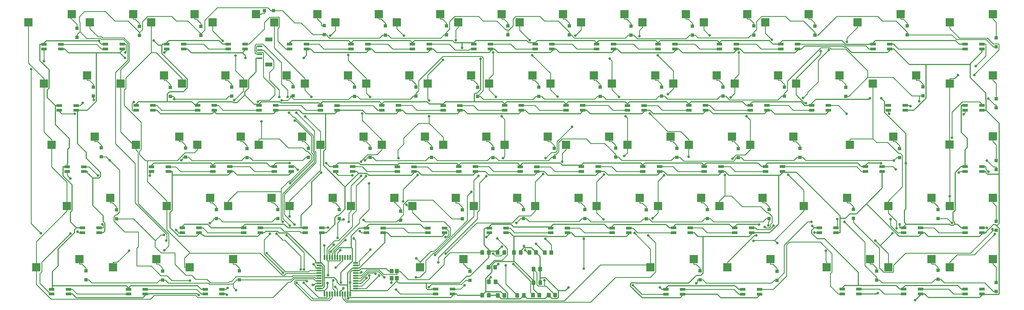
<source format=gbr>
%TF.GenerationSoftware,KiCad,Pcbnew,(5.1.12)-1*%
%TF.CreationDate,2022-03-05T19:22:20+03:30*%
%TF.ProjectId,JKB67,4a4b4236-372e-46b6-9963-61645f706362,rev?*%
%TF.SameCoordinates,Original*%
%TF.FileFunction,Copper,L2,Bot*%
%TF.FilePolarity,Positive*%
%FSLAX46Y46*%
G04 Gerber Fmt 4.6, Leading zero omitted, Abs format (unit mm)*
G04 Created by KiCad (PCBNEW (5.1.12)-1) date 2022-03-05 19:22:20*
%MOMM*%
%LPD*%
G01*
G04 APERTURE LIST*
%TA.AperFunction,SMDPad,CuDef*%
%ADD10R,1.800000X0.900000*%
%TD*%
%TA.AperFunction,SMDPad,CuDef*%
%ADD11R,2.550000X2.500000*%
%TD*%
%TA.AperFunction,SMDPad,CuDef*%
%ADD12R,2.200000X1.200000*%
%TD*%
%TA.AperFunction,SMDPad,CuDef*%
%ADD13R,1.550000X0.600000*%
%TD*%
%TA.AperFunction,SMDPad,CuDef*%
%ADD14R,1.500000X0.550000*%
%TD*%
%TA.AperFunction,SMDPad,CuDef*%
%ADD15R,0.550000X1.500000*%
%TD*%
%TA.AperFunction,SMDPad,CuDef*%
%ADD16R,1.100000X1.100000*%
%TD*%
%TA.AperFunction,SMDPad,CuDef*%
%ADD17R,1.200000X1.400000*%
%TD*%
%TA.AperFunction,ViaPad*%
%ADD18C,0.800000*%
%TD*%
%TA.AperFunction,Conductor*%
%ADD19C,0.300000*%
%TD*%
%TA.AperFunction,Conductor*%
%ADD20C,0.250000*%
%TD*%
G04 APERTURE END LIST*
D10*
%TO.P,U72,6*%
%TO.N,VBUS*%
X355812000Y-170049000D03*
%TO.P,U72,5*%
%TO.N,Net-(U72-Pad5)*%
X355812000Y-168549000D03*
%TO.P,U72,4*%
%TO.N,Net-(U66-Pad5)*%
X350612000Y-170049000D03*
%TO.P,U72,3*%
%TO.N,GND*%
X350612000Y-168549000D03*
D11*
%TO.P,U72,2*%
%TO.N,Net-(D68-Pad2)*%
X359227000Y-159169000D03*
%TO.P,U72,1*%
%TO.N,COL15*%
X345802000Y-161709000D03*
%TD*%
D10*
%TO.P,U71,6*%
%TO.N,VBUS*%
X355812000Y-150999000D03*
%TO.P,U71,5*%
%TO.N,Net-(U5-Pad4)*%
X355812000Y-149499000D03*
%TO.P,U71,4*%
%TO.N,Net-(U65-Pad5)*%
X350612000Y-150999000D03*
%TO.P,U71,3*%
%TO.N,GND*%
X350612000Y-149499000D03*
D11*
%TO.P,U71,2*%
%TO.N,Net-(D67-Pad2)*%
X359227000Y-140119000D03*
%TO.P,U71,1*%
%TO.N,COL15*%
X345802000Y-142659000D03*
%TD*%
D10*
%TO.P,U70,6*%
%TO.N,VBUS*%
X355800000Y-131936000D03*
%TO.P,U70,5*%
%TO.N,Net-(U4-Pad4)*%
X355800000Y-130436000D03*
%TO.P,U70,4*%
%TO.N,Net-(U64-Pad5)*%
X350600000Y-131936000D03*
%TO.P,U70,3*%
%TO.N,GND*%
X350600000Y-130436000D03*
D11*
%TO.P,U70,2*%
%TO.N,Net-(D66-Pad2)*%
X359215000Y-121056000D03*
%TO.P,U70,1*%
%TO.N,COL15*%
X345790000Y-123596000D03*
%TD*%
D10*
%TO.P,U69,6*%
%TO.N,VBUS*%
X355821000Y-112912000D03*
%TO.P,U69,5*%
%TO.N,Net-(U3-Pad4)*%
X355821000Y-111412000D03*
%TO.P,U69,4*%
%TO.N,Net-(U63-Pad5)*%
X350621000Y-112912000D03*
%TO.P,U69,3*%
%TO.N,GND*%
X350621000Y-111412000D03*
D11*
%TO.P,U69,2*%
%TO.N,Net-(D65-Pad2)*%
X359236000Y-102032000D03*
%TO.P,U69,1*%
%TO.N,COL15*%
X345811000Y-104572000D03*
%TD*%
D10*
%TO.P,U68,6*%
%TO.N,VBUS*%
X355812000Y-93861800D03*
%TO.P,U68,5*%
%TO.N,Net-(U2-Pad4)*%
X355812000Y-92361800D03*
%TO.P,U68,4*%
%TO.N,Net-(U67-Pad5)*%
X350612000Y-93861800D03*
%TO.P,U68,3*%
%TO.N,GND*%
X350612000Y-92361800D03*
D11*
%TO.P,U68,2*%
%TO.N,Net-(D64-Pad2)*%
X359227000Y-82981800D03*
%TO.P,U68,1*%
%TO.N,COL15*%
X345802000Y-85521800D03*
%TD*%
%TO.P,U67,1*%
%TO.N,COL14*%
X317202000Y-85521800D03*
%TO.P,U67,2*%
%TO.N,Net-(D63-Pad2)*%
X330627000Y-82981800D03*
D10*
%TO.P,U67,3*%
%TO.N,GND*%
X322012000Y-92361800D03*
%TO.P,U67,4*%
%TO.N,Net-(U59-Pad5)*%
X322012000Y-93861800D03*
%TO.P,U67,5*%
%TO.N,Net-(U67-Pad5)*%
X327212000Y-92361800D03*
%TO.P,U67,6*%
%TO.N,VBUS*%
X327212000Y-93861800D03*
%TD*%
%TO.P,U66,6*%
%TO.N,VBUS*%
X336762000Y-170049000D03*
%TO.P,U66,5*%
%TO.N,Net-(U66-Pad5)*%
X336762000Y-168549000D03*
%TO.P,U66,4*%
%TO.N,Net-(U62-Pad5)*%
X331562000Y-170049000D03*
%TO.P,U66,3*%
%TO.N,GND*%
X331562000Y-168549000D03*
D11*
%TO.P,U66,2*%
%TO.N,Net-(D62-Pad2)*%
X340177000Y-159169000D03*
%TO.P,U66,1*%
%TO.N,COL13*%
X326752000Y-161709000D03*
%TD*%
D10*
%TO.P,U65,6*%
%TO.N,VBUS*%
X336762000Y-151012000D03*
%TO.P,U65,5*%
%TO.N,Net-(U65-Pad5)*%
X336762000Y-149512000D03*
%TO.P,U65,4*%
%TO.N,Net-(U61-Pad5)*%
X331562000Y-151012000D03*
%TO.P,U65,3*%
%TO.N,GND*%
X331562000Y-149512000D03*
D11*
%TO.P,U65,2*%
%TO.N,Net-(D61-Pad2)*%
X340177000Y-140132000D03*
%TO.P,U65,1*%
%TO.N,COL13*%
X326752000Y-142672000D03*
%TD*%
%TO.P,U64,1*%
%TO.N,COL13*%
X314865000Y-123622000D03*
%TO.P,U64,2*%
%TO.N,Net-(D60-Pad2)*%
X328290000Y-121082000D03*
D10*
%TO.P,U64,3*%
%TO.N,GND*%
X319675000Y-130462000D03*
%TO.P,U64,4*%
%TO.N,Net-(U56-Pad5)*%
X319675000Y-131962000D03*
%TO.P,U64,5*%
%TO.N,Net-(U64-Pad5)*%
X324875000Y-130462000D03*
%TO.P,U64,6*%
%TO.N,VBUS*%
X324875000Y-131962000D03*
%TD*%
D11*
%TO.P,U63,1*%
%TO.N,COL13*%
X322003000Y-104559000D03*
%TO.P,U63,2*%
%TO.N,Net-(D59-Pad2)*%
X335428000Y-102019000D03*
D10*
%TO.P,U63,3*%
%TO.N,GND*%
X326813000Y-111399000D03*
%TO.P,U63,4*%
%TO.N,Net-(U60-Pad5)*%
X326813000Y-112899000D03*
%TO.P,U63,5*%
%TO.N,Net-(U63-Pad5)*%
X332013000Y-111399000D03*
%TO.P,U63,6*%
%TO.N,VBUS*%
X332013000Y-112899000D03*
%TD*%
%TO.P,U62,6*%
%TO.N,VBUS*%
X317687000Y-170062000D03*
%TO.P,U62,5*%
%TO.N,Net-(U62-Pad5)*%
X317687000Y-168562000D03*
%TO.P,U62,4*%
%TO.N,Net-(U58-Pad5)*%
X312487000Y-170062000D03*
%TO.P,U62,3*%
%TO.N,GND*%
X312487000Y-168562000D03*
D11*
%TO.P,U62,2*%
%TO.N,Net-(D58-Pad2)*%
X321102000Y-159182000D03*
%TO.P,U62,1*%
%TO.N,COL12*%
X307677000Y-161722000D03*
%TD*%
%TO.P,U61,1*%
%TO.N,COL12*%
X300540000Y-142672000D03*
%TO.P,U61,2*%
%TO.N,Net-(D57-Pad2)*%
X313965000Y-140132000D03*
D10*
%TO.P,U61,3*%
%TO.N,GND*%
X305350000Y-149512000D03*
%TO.P,U61,4*%
%TO.N,Net-(U57-Pad5)*%
X305350000Y-151012000D03*
%TO.P,U61,5*%
%TO.N,Net-(U61-Pad5)*%
X310550000Y-149512000D03*
%TO.P,U61,6*%
%TO.N,VBUS*%
X310550000Y-151012000D03*
%TD*%
%TO.P,U60,6*%
%TO.N,VBUS*%
X308200000Y-112899000D03*
%TO.P,U60,5*%
%TO.N,Net-(U60-Pad5)*%
X308200000Y-111399000D03*
%TO.P,U60,4*%
%TO.N,Net-(U55-Pad5)*%
X303000000Y-112899000D03*
%TO.P,U60,3*%
%TO.N,GND*%
X303000000Y-111399000D03*
D11*
%TO.P,U60,2*%
%TO.N,Net-(D56-Pad2)*%
X311615000Y-102019000D03*
%TO.P,U60,1*%
%TO.N,COL12*%
X298190000Y-104559000D03*
%TD*%
D10*
%TO.P,U59,6*%
%TO.N,VBUS*%
X298637000Y-93861800D03*
%TO.P,U59,5*%
%TO.N,Net-(U59-Pad5)*%
X298637000Y-92361800D03*
%TO.P,U59,4*%
%TO.N,Net-(U54-Pad5)*%
X293437000Y-93861800D03*
%TO.P,U59,3*%
%TO.N,GND*%
X293437000Y-92361800D03*
D11*
%TO.P,U59,2*%
%TO.N,Net-(D55-Pad2)*%
X302052000Y-82981800D03*
%TO.P,U59,1*%
%TO.N,COL12*%
X288627000Y-85521800D03*
%TD*%
%TO.P,U58,1*%
%TO.N,COL11*%
X276803000Y-161773000D03*
%TO.P,U58,2*%
%TO.N,Net-(D54-Pad2)*%
X290228000Y-159233000D03*
D10*
%TO.P,U58,3*%
%TO.N,GND*%
X281613000Y-168613000D03*
%TO.P,U58,4*%
%TO.N,Net-(U48-Pad5)*%
X281613000Y-170113000D03*
%TO.P,U58,5*%
%TO.N,Net-(U58-Pad5)*%
X286813000Y-168613000D03*
%TO.P,U58,6*%
%TO.N,VBUS*%
X286813000Y-170113000D03*
%TD*%
%TO.P,U57,6*%
%TO.N,VBUS*%
X284362000Y-151012000D03*
%TO.P,U57,5*%
%TO.N,Net-(U57-Pad5)*%
X284362000Y-149512000D03*
%TO.P,U57,4*%
%TO.N,Net-(U52-Pad5)*%
X279162000Y-151012000D03*
%TO.P,U57,3*%
%TO.N,GND*%
X279162000Y-149512000D03*
D11*
%TO.P,U57,2*%
%TO.N,Net-(D53-Pad2)*%
X287777000Y-140132000D03*
%TO.P,U57,1*%
%TO.N,COL11*%
X274352000Y-142672000D03*
%TD*%
D10*
%TO.P,U56,6*%
%TO.N,VBUS*%
X293925000Y-131949000D03*
%TO.P,U56,5*%
%TO.N,Net-(U56-Pad5)*%
X293925000Y-130449000D03*
%TO.P,U56,4*%
%TO.N,Net-(U51-Pad5)*%
X288725000Y-131949000D03*
%TO.P,U56,3*%
%TO.N,GND*%
X288725000Y-130449000D03*
D11*
%TO.P,U56,2*%
%TO.N,Net-(D52-Pad2)*%
X297340000Y-121069000D03*
%TO.P,U56,1*%
%TO.N,COL11*%
X283915000Y-123609000D03*
%TD*%
D10*
%TO.P,U55,6*%
%TO.N,VBUS*%
X289150000Y-112899000D03*
%TO.P,U55,5*%
%TO.N,Net-(U55-Pad5)*%
X289150000Y-111399000D03*
%TO.P,U55,4*%
%TO.N,Net-(U50-Pad5)*%
X283950000Y-112899000D03*
%TO.P,U55,3*%
%TO.N,GND*%
X283950000Y-111399000D03*
D11*
%TO.P,U55,2*%
%TO.N,Net-(D51-Pad2)*%
X292565000Y-102019000D03*
%TO.P,U55,1*%
%TO.N,COL11*%
X279140000Y-104559000D03*
%TD*%
D10*
%TO.P,U54,6*%
%TO.N,VBUS*%
X279600000Y-93861800D03*
%TO.P,U54,5*%
%TO.N,Net-(U54-Pad5)*%
X279600000Y-92361800D03*
%TO.P,U54,4*%
%TO.N,Net-(U49-Pad5)*%
X274400000Y-93861800D03*
%TO.P,U54,3*%
%TO.N,GND*%
X274400000Y-92361800D03*
D11*
%TO.P,U54,2*%
%TO.N,Net-(D50-Pad2)*%
X283015000Y-82981800D03*
%TO.P,U54,1*%
%TO.N,COL11*%
X269590000Y-85521800D03*
%TD*%
D10*
%TO.P,U52,6*%
%TO.N,VBUS*%
X265325000Y-150999000D03*
%TO.P,U52,5*%
%TO.N,Net-(U52-Pad5)*%
X265325000Y-149499000D03*
%TO.P,U52,4*%
%TO.N,Net-(U47-Pad5)*%
X260125000Y-150999000D03*
%TO.P,U52,3*%
%TO.N,GND*%
X260125000Y-149499000D03*
D11*
%TO.P,U52,2*%
%TO.N,Net-(D49-Pad2)*%
X268740000Y-140119000D03*
%TO.P,U52,1*%
%TO.N,COL10*%
X255315000Y-142659000D03*
%TD*%
D10*
%TO.P,U51,6*%
%TO.N,VBUS*%
X274875000Y-131949000D03*
%TO.P,U51,5*%
%TO.N,Net-(U51-Pad5)*%
X274875000Y-130449000D03*
%TO.P,U51,4*%
%TO.N,Net-(U46-Pad5)*%
X269675000Y-131949000D03*
%TO.P,U51,3*%
%TO.N,GND*%
X269675000Y-130449000D03*
D11*
%TO.P,U51,2*%
%TO.N,Net-(D48-Pad2)*%
X278290000Y-121069000D03*
%TO.P,U51,1*%
%TO.N,COL10*%
X264865000Y-123609000D03*
%TD*%
D10*
%TO.P,U50,6*%
%TO.N,VBUS*%
X270100000Y-112899000D03*
%TO.P,U50,5*%
%TO.N,Net-(U50-Pad5)*%
X270100000Y-111399000D03*
%TO.P,U50,4*%
%TO.N,Net-(U45-Pad5)*%
X264900000Y-112899000D03*
%TO.P,U50,3*%
%TO.N,GND*%
X264900000Y-111399000D03*
D11*
%TO.P,U50,2*%
%TO.N,Net-(D47-Pad2)*%
X273515000Y-102019000D03*
%TO.P,U50,1*%
%TO.N,COL10*%
X260090000Y-104559000D03*
%TD*%
D10*
%TO.P,U49,6*%
%TO.N,VBUS*%
X260550000Y-93861800D03*
%TO.P,U49,5*%
%TO.N,Net-(U49-Pad5)*%
X260550000Y-92361800D03*
%TO.P,U49,4*%
%TO.N,Net-(U44-Pad5)*%
X255350000Y-93861800D03*
%TO.P,U49,3*%
%TO.N,GND*%
X255350000Y-92361800D03*
D11*
%TO.P,U49,2*%
%TO.N,Net-(D46-Pad2)*%
X263965000Y-82981800D03*
%TO.P,U49,1*%
%TO.N,COL10*%
X250540000Y-85521800D03*
%TD*%
%TO.P,U48,1*%
%TO.N,COL10*%
X252978000Y-161773000D03*
%TO.P,U48,2*%
%TO.N,Net-(D45-Pad2)*%
X266403000Y-159233000D03*
D10*
%TO.P,U48,3*%
%TO.N,GND*%
X257788000Y-168613000D03*
%TO.P,U48,4*%
%TO.N,Net-(U35-Pad5)*%
X257788000Y-170113000D03*
%TO.P,U48,5*%
%TO.N,Net-(U48-Pad5)*%
X262988000Y-168613000D03*
%TO.P,U48,6*%
%TO.N,VBUS*%
X262988000Y-170113000D03*
%TD*%
%TO.P,U47,6*%
%TO.N,VBUS*%
X246275000Y-151037000D03*
%TO.P,U47,5*%
%TO.N,Net-(U47-Pad5)*%
X246275000Y-149537000D03*
%TO.P,U47,4*%
%TO.N,Net-(U43-Pad5)*%
X241075000Y-151037000D03*
%TO.P,U47,3*%
%TO.N,GND*%
X241075000Y-149537000D03*
D11*
%TO.P,U47,2*%
%TO.N,Net-(D44-Pad2)*%
X249690000Y-140157000D03*
%TO.P,U47,1*%
%TO.N,COL9*%
X236265000Y-142697000D03*
%TD*%
D10*
%TO.P,U46,6*%
%TO.N,VBUS*%
X255825000Y-131949000D03*
%TO.P,U46,5*%
%TO.N,Net-(U46-Pad5)*%
X255825000Y-130449000D03*
%TO.P,U46,4*%
%TO.N,Net-(U42-Pad5)*%
X250625000Y-131949000D03*
%TO.P,U46,3*%
%TO.N,GND*%
X250625000Y-130449000D03*
D11*
%TO.P,U46,2*%
%TO.N,Net-(D43-Pad2)*%
X259240000Y-121069000D03*
%TO.P,U46,1*%
%TO.N,COL9*%
X245815000Y-123609000D03*
%TD*%
D10*
%TO.P,U45,6*%
%TO.N,VBUS*%
X251037000Y-112924000D03*
%TO.P,U45,5*%
%TO.N,Net-(U45-Pad5)*%
X251037000Y-111424000D03*
%TO.P,U45,4*%
%TO.N,Net-(U41-Pad5)*%
X245837000Y-112924000D03*
%TO.P,U45,3*%
%TO.N,GND*%
X245837000Y-111424000D03*
D11*
%TO.P,U45,2*%
%TO.N,Net-(D42-Pad2)*%
X254452000Y-102044000D03*
%TO.P,U45,1*%
%TO.N,COL9*%
X241027000Y-104584000D03*
%TD*%
D10*
%TO.P,U44,6*%
%TO.N,VBUS*%
X241500000Y-93861800D03*
%TO.P,U44,5*%
%TO.N,Net-(U44-Pad5)*%
X241500000Y-92361800D03*
%TO.P,U44,4*%
%TO.N,Net-(U40-Pad5)*%
X236300000Y-93861800D03*
%TO.P,U44,3*%
%TO.N,GND*%
X236300000Y-92361800D03*
D11*
%TO.P,U44,2*%
%TO.N,Net-(D41-Pad2)*%
X244915000Y-82981800D03*
%TO.P,U44,1*%
%TO.N,COL9*%
X231490000Y-85521800D03*
%TD*%
D10*
%TO.P,U43,6*%
%TO.N,VBUS*%
X227238000Y-151024000D03*
%TO.P,U43,5*%
%TO.N,Net-(U43-Pad5)*%
X227238000Y-149524000D03*
%TO.P,U43,4*%
%TO.N,Net-(U39-Pad5)*%
X222038000Y-151024000D03*
%TO.P,U43,3*%
%TO.N,GND*%
X222038000Y-149524000D03*
D11*
%TO.P,U43,2*%
%TO.N,Net-(D40-Pad2)*%
X230653000Y-140144000D03*
%TO.P,U43,1*%
%TO.N,COL8*%
X217228000Y-142684000D03*
%TD*%
D10*
%TO.P,U42,6*%
%TO.N,VBUS*%
X236775000Y-131962000D03*
%TO.P,U42,5*%
%TO.N,Net-(U42-Pad5)*%
X236775000Y-130462000D03*
%TO.P,U42,4*%
%TO.N,Net-(U38-Pad5)*%
X231575000Y-131962000D03*
%TO.P,U42,3*%
%TO.N,GND*%
X231575000Y-130462000D03*
D11*
%TO.P,U42,2*%
%TO.N,Net-(D39-Pad2)*%
X240190000Y-121082000D03*
%TO.P,U42,1*%
%TO.N,COL8*%
X226765000Y-123622000D03*
%TD*%
D10*
%TO.P,U41,6*%
%TO.N,VBUS*%
X231987000Y-112912000D03*
%TO.P,U41,5*%
%TO.N,Net-(U41-Pad5)*%
X231987000Y-111412000D03*
%TO.P,U41,4*%
%TO.N,Net-(U37-Pad5)*%
X226787000Y-112912000D03*
%TO.P,U41,3*%
%TO.N,GND*%
X226787000Y-111412000D03*
D11*
%TO.P,U41,2*%
%TO.N,Net-(D38-Pad2)*%
X235402000Y-102032000D03*
%TO.P,U41,1*%
%TO.N,COL8*%
X221977000Y-104572000D03*
%TD*%
D10*
%TO.P,U40,6*%
%TO.N,VBUS*%
X222437000Y-93861800D03*
%TO.P,U40,5*%
%TO.N,Net-(U40-Pad5)*%
X222437000Y-92361800D03*
%TO.P,U40,4*%
%TO.N,Net-(U36-Pad5)*%
X217237000Y-93861800D03*
%TO.P,U40,3*%
%TO.N,GND*%
X217237000Y-92361800D03*
D11*
%TO.P,U40,2*%
%TO.N,Net-(D37-Pad2)*%
X225852000Y-82981800D03*
%TO.P,U40,1*%
%TO.N,COL8*%
X212427000Y-85521800D03*
%TD*%
D10*
%TO.P,U39,6*%
%TO.N,VBUS*%
X208188000Y-151024000D03*
%TO.P,U39,5*%
%TO.N,Net-(U39-Pad5)*%
X208188000Y-149524000D03*
%TO.P,U39,4*%
%TO.N,Net-(U34-Pad5)*%
X202988000Y-151024000D03*
%TO.P,U39,3*%
%TO.N,GND*%
X202988000Y-149524000D03*
D11*
%TO.P,U39,2*%
%TO.N,Net-(D36-Pad2)*%
X211603000Y-140144000D03*
%TO.P,U39,1*%
%TO.N,COL7*%
X198178000Y-142684000D03*
%TD*%
D10*
%TO.P,U38,6*%
%TO.N,VBUS*%
X217751000Y-131974000D03*
%TO.P,U38,5*%
%TO.N,Net-(U38-Pad5)*%
X217751000Y-130474000D03*
%TO.P,U38,4*%
%TO.N,Net-(U33-Pad5)*%
X212551000Y-131974000D03*
%TO.P,U38,3*%
%TO.N,GND*%
X212551000Y-130474000D03*
D11*
%TO.P,U38,2*%
%TO.N,Net-(D35-Pad2)*%
X221166000Y-121094000D03*
%TO.P,U38,1*%
%TO.N,COL7*%
X207741000Y-123634000D03*
%TD*%
D10*
%TO.P,U37,6*%
%TO.N,VBUS*%
X212937000Y-112912000D03*
%TO.P,U37,5*%
%TO.N,Net-(U37-Pad5)*%
X212937000Y-111412000D03*
%TO.P,U37,4*%
%TO.N,Net-(U32-Pad5)*%
X207737000Y-112912000D03*
%TO.P,U37,3*%
%TO.N,GND*%
X207737000Y-111412000D03*
D11*
%TO.P,U37,2*%
%TO.N,Net-(D34-Pad2)*%
X216352000Y-102032000D03*
%TO.P,U37,1*%
%TO.N,COL7*%
X202927000Y-104572000D03*
%TD*%
D10*
%TO.P,U36,6*%
%TO.N,VBUS*%
X203387000Y-93861800D03*
%TO.P,U36,5*%
%TO.N,Net-(U36-Pad5)*%
X203387000Y-92361800D03*
%TO.P,U36,4*%
%TO.N,Net-(U31-Pad5)*%
X198187000Y-93861800D03*
%TO.P,U36,3*%
%TO.N,GND*%
X198187000Y-92361800D03*
D11*
%TO.P,U36,2*%
%TO.N,Net-(D33-Pad2)*%
X206802000Y-82981800D03*
%TO.P,U36,1*%
%TO.N,COL7*%
X193377000Y-85521800D03*
%TD*%
%TO.P,U35,1*%
%TO.N,COL6*%
X181528000Y-161722000D03*
%TO.P,U35,2*%
%TO.N,Net-(D32-Pad2)*%
X194953000Y-159182000D03*
D10*
%TO.P,U35,3*%
%TO.N,GND*%
X186338000Y-168562000D03*
%TO.P,U35,4*%
%TO.N,Net-(U14-Pad5)*%
X186338000Y-170062000D03*
%TO.P,U35,5*%
%TO.N,Net-(U35-Pad5)*%
X191538000Y-168562000D03*
%TO.P,U35,6*%
%TO.N,VBUS*%
X191538000Y-170062000D03*
%TD*%
%TO.P,U34,6*%
%TO.N,VBUS*%
X189150000Y-151037000D03*
%TO.P,U34,5*%
%TO.N,Net-(U34-Pad5)*%
X189150000Y-149537000D03*
%TO.P,U34,4*%
%TO.N,Net-(U30-Pad5)*%
X183950000Y-151037000D03*
%TO.P,U34,3*%
%TO.N,GND*%
X183950000Y-149537000D03*
D11*
%TO.P,U34,2*%
%TO.N,Net-(D31-Pad2)*%
X192565000Y-140157000D03*
%TO.P,U34,1*%
%TO.N,COL6*%
X179140000Y-142697000D03*
%TD*%
D10*
%TO.P,U33,6*%
%TO.N,VBUS*%
X198688000Y-131962000D03*
%TO.P,U33,5*%
%TO.N,Net-(U33-Pad5)*%
X198688000Y-130462000D03*
%TO.P,U33,4*%
%TO.N,Net-(U29-Pad5)*%
X193488000Y-131962000D03*
%TO.P,U33,3*%
%TO.N,GND*%
X193488000Y-130462000D03*
D11*
%TO.P,U33,2*%
%TO.N,Net-(D30-Pad2)*%
X202103000Y-121082000D03*
%TO.P,U33,1*%
%TO.N,COL6*%
X188678000Y-123622000D03*
%TD*%
D10*
%TO.P,U32,6*%
%TO.N,VBUS*%
X193887000Y-112924000D03*
%TO.P,U32,5*%
%TO.N,Net-(U32-Pad5)*%
X193887000Y-111424000D03*
%TO.P,U32,4*%
%TO.N,Net-(U28-Pad5)*%
X188687000Y-112924000D03*
%TO.P,U32,3*%
%TO.N,GND*%
X188687000Y-111424000D03*
D11*
%TO.P,U32,2*%
%TO.N,Net-(D29-Pad2)*%
X197302000Y-102044000D03*
%TO.P,U32,1*%
%TO.N,COL6*%
X183877000Y-104584000D03*
%TD*%
D10*
%TO.P,U31,6*%
%TO.N,VBUS*%
X184350000Y-93861800D03*
%TO.P,U31,5*%
%TO.N,Net-(U31-Pad5)*%
X184350000Y-92361800D03*
%TO.P,U31,4*%
%TO.N,Net-(U27-Pad5)*%
X179150000Y-93861800D03*
%TO.P,U31,3*%
%TO.N,GND*%
X179150000Y-92361800D03*
D11*
%TO.P,U31,2*%
%TO.N,Net-(D28-Pad2)*%
X187765000Y-82981800D03*
%TO.P,U31,1*%
%TO.N,COL6*%
X174340000Y-85521800D03*
%TD*%
D10*
%TO.P,U30,6*%
%TO.N,VBUS*%
X170088000Y-151024000D03*
%TO.P,U30,5*%
%TO.N,Net-(U30-Pad5)*%
X170088000Y-149524000D03*
%TO.P,U30,4*%
%TO.N,Net-(U26-Pad5)*%
X164888000Y-151024000D03*
%TO.P,U30,3*%
%TO.N,GND*%
X164888000Y-149524000D03*
D11*
%TO.P,U30,2*%
%TO.N,Net-(D27-Pad2)*%
X173503000Y-140144000D03*
%TO.P,U30,1*%
%TO.N,COL5*%
X160078000Y-142684000D03*
%TD*%
D10*
%TO.P,U29,6*%
%TO.N,VBUS*%
X179638000Y-131974000D03*
%TO.P,U29,5*%
%TO.N,Net-(U29-Pad5)*%
X179638000Y-130474000D03*
%TO.P,U29,4*%
%TO.N,Net-(U25-Pad5)*%
X174438000Y-131974000D03*
%TO.P,U29,3*%
%TO.N,GND*%
X174438000Y-130474000D03*
D11*
%TO.P,U29,2*%
%TO.N,Net-(D26-Pad2)*%
X183053000Y-121094000D03*
%TO.P,U29,1*%
%TO.N,COL5*%
X169628000Y-123634000D03*
%TD*%
D10*
%TO.P,U28,6*%
%TO.N,VBUS*%
X174825000Y-112912000D03*
%TO.P,U28,5*%
%TO.N,Net-(U28-Pad5)*%
X174825000Y-111412000D03*
%TO.P,U28,4*%
%TO.N,Net-(U24-Pad5)*%
X169625000Y-112912000D03*
%TO.P,U28,3*%
%TO.N,GND*%
X169625000Y-111412000D03*
D11*
%TO.P,U28,2*%
%TO.N,Net-(D25-Pad2)*%
X178240000Y-102032000D03*
%TO.P,U28,1*%
%TO.N,COL5*%
X164815000Y-104572000D03*
%TD*%
D10*
%TO.P,U27,6*%
%TO.N,VBUS*%
X165300000Y-93861800D03*
%TO.P,U27,5*%
%TO.N,Net-(U27-Pad5)*%
X165300000Y-92361800D03*
%TO.P,U27,4*%
%TO.N,Net-(U23-Pad5)*%
X160100000Y-93861800D03*
%TO.P,U27,3*%
%TO.N,GND*%
X160100000Y-92361800D03*
D11*
%TO.P,U27,2*%
%TO.N,Net-(D24-Pad2)*%
X168715000Y-82981800D03*
%TO.P,U27,1*%
%TO.N,COL5*%
X155290000Y-85521800D03*
%TD*%
D10*
%TO.P,U26,6*%
%TO.N,VBUS*%
X151025000Y-151012000D03*
%TO.P,U26,5*%
%TO.N,Net-(U26-Pad5)*%
X151025000Y-149512000D03*
%TO.P,U26,4*%
%TO.N,Net-(U20-Pad5)*%
X145825000Y-151012000D03*
%TO.P,U26,3*%
%TO.N,GND*%
X145825000Y-149512000D03*
D11*
%TO.P,U26,2*%
%TO.N,Net-(D22-Pad2)*%
X154440000Y-140132000D03*
%TO.P,U26,1*%
%TO.N,COL4*%
X141015000Y-142672000D03*
%TD*%
D10*
%TO.P,U25,6*%
%TO.N,VBUS*%
X160575000Y-131962000D03*
%TO.P,U25,5*%
%TO.N,Net-(U25-Pad5)*%
X160575000Y-130462000D03*
%TO.P,U25,4*%
%TO.N,Net-(U19-Pad5)*%
X155375000Y-131962000D03*
%TO.P,U25,3*%
%TO.N,GND*%
X155375000Y-130462000D03*
D11*
%TO.P,U25,2*%
%TO.N,Net-(D21-Pad2)*%
X163990000Y-121082000D03*
%TO.P,U25,1*%
%TO.N,COL4*%
X150565000Y-123622000D03*
%TD*%
D10*
%TO.P,U24,6*%
%TO.N,VBUS*%
X155762000Y-112924000D03*
%TO.P,U24,5*%
%TO.N,Net-(U24-Pad5)*%
X155762000Y-111424000D03*
%TO.P,U24,4*%
%TO.N,Net-(U18-Pad5)*%
X150562000Y-112924000D03*
%TO.P,U24,3*%
%TO.N,GND*%
X150562000Y-111424000D03*
D11*
%TO.P,U24,2*%
%TO.N,Net-(D20-Pad2)*%
X159177000Y-102044000D03*
%TO.P,U24,1*%
%TO.N,COL4*%
X145752000Y-104584000D03*
%TD*%
D10*
%TO.P,U23,6*%
%TO.N,VBUS*%
X146262000Y-93861800D03*
%TO.P,U23,5*%
%TO.N,Net-(U23-Pad5)*%
X146262000Y-92361800D03*
%TO.P,U23,4*%
%TO.N,Net-(U17-Pad5)*%
X141062000Y-93861800D03*
%TO.P,U23,3*%
%TO.N,GND*%
X141062000Y-92361800D03*
D11*
%TO.P,U23,2*%
%TO.N,Net-(D19-Pad2)*%
X149677000Y-82981800D03*
%TO.P,U23,1*%
%TO.N,COL4*%
X136252000Y-85521800D03*
%TD*%
D10*
%TO.P,U20,6*%
%TO.N,VBUS*%
X131988000Y-150999000D03*
%TO.P,U20,5*%
%TO.N,Net-(U20-Pad5)*%
X131988000Y-149499000D03*
%TO.P,U20,4*%
%TO.N,Net-(U13-Pad5)*%
X126788000Y-150999000D03*
%TO.P,U20,3*%
%TO.N,GND*%
X126788000Y-149499000D03*
D11*
%TO.P,U20,2*%
%TO.N,Net-(D18-Pad2)*%
X135403000Y-140119000D03*
%TO.P,U20,1*%
%TO.N,COL3*%
X121978000Y-142659000D03*
%TD*%
D10*
%TO.P,U19,6*%
%TO.N,VBUS*%
X141500000Y-131962000D03*
%TO.P,U19,5*%
%TO.N,Net-(U19-Pad5)*%
X141500000Y-130462000D03*
%TO.P,U19,4*%
%TO.N,Net-(U12-Pad5)*%
X136300000Y-131962000D03*
%TO.P,U19,3*%
%TO.N,GND*%
X136300000Y-130462000D03*
D11*
%TO.P,U19,2*%
%TO.N,Net-(D17-Pad2)*%
X144915000Y-121082000D03*
%TO.P,U19,1*%
%TO.N,COL3*%
X131490000Y-123622000D03*
%TD*%
D10*
%TO.P,U18,6*%
%TO.N,VBUS*%
X136712000Y-112912000D03*
%TO.P,U18,5*%
%TO.N,Net-(U18-Pad5)*%
X136712000Y-111412000D03*
%TO.P,U18,4*%
%TO.N,Net-(U11-Pad5)*%
X131512000Y-112912000D03*
%TO.P,U18,3*%
%TO.N,GND*%
X131512000Y-111412000D03*
D11*
%TO.P,U18,2*%
%TO.N,Net-(D16-Pad2)*%
X140127000Y-102032000D03*
%TO.P,U18,1*%
%TO.N,COL3*%
X126702000Y-104572000D03*
%TD*%
D10*
%TO.P,U17,6*%
%TO.N,VBUS*%
X127200000Y-93861800D03*
%TO.P,U17,5*%
%TO.N,Net-(U17-Pad5)*%
X127200000Y-92361800D03*
%TO.P,U17,4*%
%TO.N,Net-(U10-Pad5)*%
X122000000Y-93861800D03*
%TO.P,U17,3*%
%TO.N,GND*%
X122000000Y-92361800D03*
D11*
%TO.P,U17,2*%
%TO.N,Net-(D15-Pad2)*%
X130615000Y-82981800D03*
%TO.P,U17,1*%
%TO.N,COL3*%
X117190000Y-85521800D03*
%TD*%
%TO.P,U14,1*%
%TO.N,COL2*%
X110065000Y-161747000D03*
%TO.P,U14,2*%
%TO.N,Net-(D14-Pad2)*%
X123490000Y-159207000D03*
D10*
%TO.P,U14,3*%
%TO.N,GND*%
X114875000Y-168587000D03*
%TO.P,U14,4*%
%TO.N,Net-(U14-Pad4)*%
X114875000Y-170087000D03*
%TO.P,U14,5*%
%TO.N,Net-(U14-Pad5)*%
X120075000Y-168587000D03*
%TO.P,U14,6*%
%TO.N,VBUS*%
X120075000Y-170087000D03*
%TD*%
%TO.P,U13,6*%
%TO.N,VBUS*%
X112938000Y-150999000D03*
%TO.P,U13,5*%
%TO.N,Net-(U13-Pad5)*%
X112938000Y-149499000D03*
%TO.P,U13,4*%
%TO.N,Net-(U13-Pad4)*%
X107738000Y-150999000D03*
%TO.P,U13,3*%
%TO.N,GND*%
X107738000Y-149499000D03*
D11*
%TO.P,U13,2*%
%TO.N,Net-(D13-Pad2)*%
X116353000Y-140119000D03*
%TO.P,U13,1*%
%TO.N,COL2*%
X102928000Y-142659000D03*
%TD*%
D10*
%TO.P,U12,6*%
%TO.N,VBUS*%
X122450000Y-131962000D03*
%TO.P,U12,5*%
%TO.N,Net-(U12-Pad5)*%
X122450000Y-130462000D03*
%TO.P,U12,4*%
%TO.N,Net-(U12-Pad4)*%
X117250000Y-131962000D03*
%TO.P,U12,3*%
%TO.N,GND*%
X117250000Y-130462000D03*
D11*
%TO.P,U12,2*%
%TO.N,Net-(D12-Pad2)*%
X125865000Y-121082000D03*
%TO.P,U12,1*%
%TO.N,COL2*%
X112440000Y-123622000D03*
%TD*%
D10*
%TO.P,U11,6*%
%TO.N,VBUS*%
X117687000Y-112912000D03*
%TO.P,U11,5*%
%TO.N,Net-(U11-Pad5)*%
X117687000Y-111412000D03*
%TO.P,U11,4*%
%TO.N,Net-(U11-Pad4)*%
X112487000Y-112912000D03*
%TO.P,U11,3*%
%TO.N,GND*%
X112487000Y-111412000D03*
D11*
%TO.P,U11,2*%
%TO.N,Net-(D11-Pad2)*%
X121102000Y-102032000D03*
%TO.P,U11,1*%
%TO.N,COL2*%
X107677000Y-104572000D03*
%TD*%
D10*
%TO.P,U10,6*%
%TO.N,VBUS*%
X108150000Y-93861800D03*
%TO.P,U10,5*%
%TO.N,Net-(U10-Pad5)*%
X108150000Y-92361800D03*
%TO.P,U10,4*%
%TO.N,Net-(U10-Pad4)*%
X102950000Y-93861800D03*
%TO.P,U10,3*%
%TO.N,GND*%
X102950000Y-92361800D03*
D11*
%TO.P,U10,2*%
%TO.N,Net-(D10-Pad2)*%
X111565000Y-82981800D03*
%TO.P,U10,1*%
%TO.N,COL2*%
X98140000Y-85521800D03*
%TD*%
%TO.P,U9,1*%
%TO.N,COL1*%
X86252500Y-161734000D03*
%TO.P,U9,2*%
%TO.N,Net-(D9-Pad2)*%
X99677500Y-159194000D03*
D10*
%TO.P,U9,3*%
%TO.N,GND*%
X91062500Y-168574000D03*
%TO.P,U9,4*%
%TO.N,Net-(U5-Pad5)*%
X91062500Y-170074000D03*
%TO.P,U9,5*%
%TO.N,Net-(U14-Pad4)*%
X96262500Y-168574000D03*
%TO.P,U9,6*%
%TO.N,VBUS*%
X96262500Y-170074000D03*
%TD*%
%TO.P,U8,6*%
%TO.N,VBUS*%
X103400000Y-131974000D03*
%TO.P,U8,5*%
%TO.N,Net-(U12-Pad4)*%
X103400000Y-130474000D03*
%TO.P,U8,4*%
%TO.N,Net-(U3-Pad5)*%
X98200000Y-131974000D03*
%TO.P,U8,3*%
%TO.N,GND*%
X98200000Y-130474000D03*
D11*
%TO.P,U8,2*%
%TO.N,Net-(D8-Pad2)*%
X106815000Y-121094000D03*
%TO.P,U8,1*%
%TO.N,COL1*%
X93390000Y-123634000D03*
%TD*%
D10*
%TO.P,U7,6*%
%TO.N,VBUS*%
X98637400Y-112912000D03*
%TO.P,U7,5*%
%TO.N,Net-(U11-Pad4)*%
X98637400Y-111412000D03*
%TO.P,U7,4*%
%TO.N,Net-(U2-Pad5)*%
X93437400Y-112912000D03*
%TO.P,U7,3*%
%TO.N,GND*%
X93437400Y-111412000D03*
D11*
%TO.P,U7,2*%
%TO.N,Net-(D7-Pad2)*%
X102052400Y-102032000D03*
%TO.P,U7,1*%
%TO.N,COL1*%
X88627400Y-104572000D03*
%TD*%
D10*
%TO.P,U6,6*%
%TO.N,VBUS*%
X89099700Y-93861800D03*
%TO.P,U6,5*%
%TO.N,Net-(U10-Pad4)*%
X89099700Y-92361800D03*
%TO.P,U6,4*%
%TO.N,Net-(U1-Pad5)*%
X83899700Y-93861800D03*
%TO.P,U6,3*%
%TO.N,GND*%
X83899700Y-92361800D03*
D11*
%TO.P,U6,2*%
%TO.N,Net-(D6-Pad2)*%
X92514700Y-82981800D03*
%TO.P,U6,1*%
%TO.N,COL1*%
X79089700Y-85521800D03*
%TD*%
%TO.P,U5,1*%
%TO.N,COL0*%
X62427300Y-161734000D03*
%TO.P,U5,2*%
%TO.N,Net-(D5-Pad2)*%
X75852300Y-159194000D03*
D10*
%TO.P,U5,3*%
%TO.N,GND*%
X67237300Y-168574000D03*
%TO.P,U5,4*%
%TO.N,Net-(U5-Pad4)*%
X67237300Y-170074000D03*
%TO.P,U5,5*%
%TO.N,Net-(U5-Pad5)*%
X72437300Y-168574000D03*
%TO.P,U5,6*%
%TO.N,VBUS*%
X72437300Y-170074000D03*
%TD*%
D11*
%TO.P,U4,1*%
%TO.N,COL0*%
X71952300Y-142672000D03*
%TO.P,U4,2*%
%TO.N,Net-(D4-Pad2)*%
X85377300Y-140132000D03*
D10*
%TO.P,U4,3*%
%TO.N,GND*%
X76762300Y-149512000D03*
%TO.P,U4,4*%
%TO.N,Net-(U4-Pad4)*%
X76762300Y-151012000D03*
%TO.P,U4,5*%
%TO.N,Net-(U13-Pad4)*%
X81962300Y-149512000D03*
%TO.P,U4,6*%
%TO.N,VBUS*%
X81962300Y-151012000D03*
%TD*%
D11*
%TO.P,U3,1*%
%TO.N,COL0*%
X67189800Y-123634000D03*
%TO.P,U3,2*%
%TO.N,Net-(D3-Pad2)*%
X80614800Y-121094000D03*
D10*
%TO.P,U3,3*%
%TO.N,GND*%
X71999800Y-130474000D03*
%TO.P,U3,4*%
%TO.N,Net-(U3-Pad4)*%
X71999800Y-131974000D03*
%TO.P,U3,5*%
%TO.N,Net-(U3-Pad5)*%
X77199800Y-130474000D03*
%TO.P,U3,6*%
%TO.N,VBUS*%
X77199800Y-131974000D03*
%TD*%
D11*
%TO.P,U2,1*%
%TO.N,COL0*%
X64802200Y-104584000D03*
%TO.P,U2,2*%
%TO.N,Net-(D2-Pad2)*%
X78227200Y-102044000D03*
D10*
%TO.P,U2,3*%
%TO.N,GND*%
X69612200Y-111424000D03*
%TO.P,U2,4*%
%TO.N,Net-(U2-Pad4)*%
X69612200Y-112924000D03*
%TO.P,U2,5*%
%TO.N,Net-(U2-Pad5)*%
X74812200Y-111424000D03*
%TO.P,U2,6*%
%TO.N,VBUS*%
X74812200Y-112924000D03*
%TD*%
%TO.P,U1,6*%
%TO.N,VBUS*%
X70049700Y-93874500D03*
%TO.P,U1,5*%
%TO.N,Net-(U1-Pad5)*%
X70049700Y-92374500D03*
%TO.P,U1,4*%
%TO.N,RGB_DIN*%
X64849700Y-93874500D03*
%TO.P,U1,3*%
%TO.N,GND*%
X64849700Y-92374500D03*
D11*
%TO.P,U1,2*%
%TO.N,Net-(D1-Pad2)*%
X73464700Y-82994500D03*
%TO.P,U1,1*%
%TO.N,COL0*%
X60039700Y-85534500D03*
%TD*%
D12*
%TO.P,J1,*%
%TO.N,*%
X134612180Y-98676460D03*
D13*
%TO.P,J1,4*%
%TO.N,GND*%
X131780080Y-96713040D03*
%TO.P,J1,3*%
%TO.N,Connector_D+*%
X131798380Y-95467040D03*
%TO.P,J1,2*%
%TO.N,Connector_D-*%
X131802940Y-94203520D03*
D12*
%TO.P,J1,*%
%TO.N,*%
X134629960Y-90893900D03*
D13*
%TO.P,J1,1*%
%TO.N,VBUS*%
X131821240Y-92957520D03*
%TD*%
D14*
%TO.P,U53,44*%
%TO.N,VBUS*%
X150154000Y-160363000D03*
%TO.P,U53,43*%
%TO.N,GND*%
X150154000Y-161163000D03*
%TO.P,U53,42*%
%TO.N,Net-(C9-Pad2)*%
X150154000Y-161963000D03*
%TO.P,U53,41*%
%TO.N,RGB_DIN*%
X150154000Y-162763000D03*
%TO.P,U53,40*%
%TO.N,COL2*%
X150154000Y-163563000D03*
%TO.P,U53,39*%
%TO.N,ROW3*%
X150154000Y-164363000D03*
%TO.P,U53,38*%
%TO.N,ROW4*%
X150154000Y-165163000D03*
%TO.P,U53,37*%
%TO.N,COL0*%
X150154000Y-165963000D03*
%TO.P,U53,36*%
%TO.N,ROW2*%
X150154000Y-166763000D03*
%TO.P,U53,35*%
%TO.N,GND*%
X150154000Y-167563000D03*
%TO.P,U53,34*%
%TO.N,VBUS*%
X150154000Y-168363000D03*
D15*
%TO.P,U53,33*%
%TO.N,GND*%
X151854000Y-170063000D03*
%TO.P,U53,32*%
%TO.N,COL3*%
X152654000Y-170063000D03*
%TO.P,U53,31*%
%TO.N,COL4*%
X153454000Y-170063000D03*
%TO.P,U53,30*%
%TO.N,COL5*%
X154254000Y-170063000D03*
%TO.P,U53,29*%
%TO.N,COL6*%
X155054000Y-170063000D03*
%TO.P,U53,28*%
%TO.N,COL7*%
X155854000Y-170063000D03*
%TO.P,U53,27*%
%TO.N,COL8*%
X156654000Y-170063000D03*
%TO.P,U53,26*%
%TO.N,COL9*%
X157454000Y-170063000D03*
%TO.P,U53,25*%
%TO.N,COL10*%
X158254000Y-170063000D03*
%TO.P,U53,24*%
%TO.N,VBUS*%
X159054000Y-170063000D03*
%TO.P,U53,23*%
%TO.N,GND*%
X159854000Y-170063000D03*
D14*
%TO.P,U53,22*%
%TO.N,COL11*%
X161554000Y-168363000D03*
%TO.P,U53,21*%
%TO.N,COL12*%
X161554000Y-167563000D03*
%TO.P,U53,20*%
%TO.N,COL13*%
X161554000Y-166763000D03*
%TO.P,U53,19*%
%TO.N,COL14*%
X161554000Y-165963000D03*
%TO.P,U53,18*%
%TO.N,COL15*%
X161554000Y-165163000D03*
%TO.P,U53,17*%
%TO.N,Net-(C7-Pad1)*%
X161554000Y-164363000D03*
%TO.P,U53,16*%
%TO.N,Net-(C8-Pad1)*%
X161554000Y-163563000D03*
%TO.P,U53,15*%
%TO.N,GND*%
X161554000Y-162763000D03*
%TO.P,U53,14*%
%TO.N,VBUS*%
X161554000Y-161963000D03*
%TO.P,U53,13*%
%TO.N,/RESET*%
X161554000Y-161163000D03*
%TO.P,U53,12*%
%TO.N,ROW1*%
X161554000Y-160363000D03*
D15*
%TO.P,U53,11*%
%TO.N,Net-(U53-Pad11)*%
X159854000Y-158663000D03*
%TO.P,U53,10*%
%TO.N,Net-(U53-Pad10)*%
X159054000Y-158663000D03*
%TO.P,U53,9*%
%TO.N,Net-(U53-Pad9)*%
X158254000Y-158663000D03*
%TO.P,U53,8*%
%TO.N,COL1*%
X157454000Y-158663000D03*
%TO.P,U53,7*%
%TO.N,VBUS*%
X156654000Y-158663000D03*
%TO.P,U53,6*%
%TO.N,Net-(C10-Pad1)*%
X155854000Y-158663000D03*
%TO.P,U53,5*%
%TO.N,GND*%
X155054000Y-158663000D03*
%TO.P,U53,4*%
%TO.N,Net-(R4-Pad1)*%
X154254000Y-158663000D03*
%TO.P,U53,3*%
%TO.N,Net-(R5-Pad1)*%
X153454000Y-158663000D03*
%TO.P,U53,2*%
%TO.N,VBUS*%
X152654000Y-158663000D03*
%TO.P,U53,1*%
%TO.N,ROW0*%
X151854000Y-158663000D03*
%TD*%
D16*
%TO.P,D68,1*%
%TO.N,ROW4*%
X360261000Y-169307000D03*
%TO.P,D68,2*%
%TO.N,Net-(D68-Pad2)*%
X360261000Y-166507000D03*
%TD*%
%TO.P,D67,1*%
%TO.N,ROW3*%
X360210000Y-150272000D03*
%TO.P,D67,2*%
%TO.N,Net-(D67-Pad2)*%
X360210000Y-147472000D03*
%TD*%
%TO.P,D66,1*%
%TO.N,ROW2*%
X360223000Y-131349000D03*
%TO.P,D66,2*%
%TO.N,Net-(D66-Pad2)*%
X360223000Y-128549000D03*
%TD*%
%TO.P,D65,1*%
%TO.N,ROW1*%
X360236000Y-112109000D03*
%TO.P,D65,2*%
%TO.N,Net-(D65-Pad2)*%
X360236000Y-109309000D03*
%TD*%
%TO.P,D64,1*%
%TO.N,ROW0*%
X360210000Y-93147800D03*
%TO.P,D64,2*%
%TO.N,Net-(D64-Pad2)*%
X360210000Y-90347800D03*
%TD*%
%TO.P,D63,1*%
%TO.N,ROW0*%
X332626000Y-89449100D03*
%TO.P,D63,2*%
%TO.N,Net-(D63-Pad2)*%
X332626000Y-86649100D03*
%TD*%
%TO.P,D62,1*%
%TO.N,ROW4*%
X342202000Y-165471000D03*
%TO.P,D62,2*%
%TO.N,Net-(D62-Pad2)*%
X342202000Y-162671000D03*
%TD*%
%TO.P,D61,1*%
%TO.N,ROW3*%
X342163000Y-146574000D03*
%TO.P,D61,2*%
%TO.N,Net-(D61-Pad2)*%
X342163000Y-143774000D03*
%TD*%
%TO.P,D60,1*%
%TO.N,ROW2*%
X330251000Y-127600000D03*
%TO.P,D60,2*%
%TO.N,Net-(D60-Pad2)*%
X330251000Y-124800000D03*
%TD*%
%TO.P,D59,1*%
%TO.N,ROW1*%
X337528000Y-108448000D03*
%TO.P,D59,2*%
%TO.N,Net-(D59-Pad2)*%
X337528000Y-105648000D03*
%TD*%
%TO.P,D58,1*%
%TO.N,ROW4*%
X323126000Y-165713000D03*
%TO.P,D58,2*%
%TO.N,Net-(D58-Pad2)*%
X323126000Y-162913000D03*
%TD*%
%TO.P,D57,1*%
%TO.N,ROW3*%
X315951000Y-146536000D03*
%TO.P,D57,2*%
%TO.N,Net-(D57-Pad2)*%
X315951000Y-143736000D03*
%TD*%
%TO.P,D56,1*%
%TO.N,ROW1*%
X313601000Y-108575000D03*
%TO.P,D56,2*%
%TO.N,Net-(D56-Pad2)*%
X313601000Y-105775000D03*
%TD*%
%TO.P,D55,1*%
%TO.N,ROW0*%
X304051000Y-89522300D03*
%TO.P,D55,2*%
%TO.N,Net-(D55-Pad2)*%
X304051000Y-86722300D03*
%TD*%
%TO.P,D54,1*%
%TO.N,ROW4*%
X292240000Y-165789000D03*
%TO.P,D54,2*%
%TO.N,Net-(D54-Pad2)*%
X292240000Y-162989000D03*
%TD*%
%TO.P,D53,1*%
%TO.N,ROW3*%
X289763000Y-146574000D03*
%TO.P,D53,2*%
%TO.N,Net-(D53-Pad2)*%
X289763000Y-143774000D03*
%TD*%
%TO.P,D52,1*%
%TO.N,ROW2*%
X299326000Y-127524000D03*
%TO.P,D52,2*%
%TO.N,Net-(D52-Pad2)*%
X299326000Y-124724000D03*
%TD*%
%TO.P,D51,1*%
%TO.N,ROW1*%
X294551000Y-108486000D03*
%TO.P,D51,2*%
%TO.N,Net-(D51-Pad2)*%
X294551000Y-105686000D03*
%TD*%
%TO.P,D50,1*%
%TO.N,ROW0*%
X285026000Y-89487200D03*
%TO.P,D50,2*%
%TO.N,Net-(D50-Pad2)*%
X285026000Y-86687200D03*
%TD*%
%TO.P,D49,1*%
%TO.N,ROW3*%
X270688000Y-146612000D03*
%TO.P,D49,2*%
%TO.N,Net-(D49-Pad2)*%
X270688000Y-143812000D03*
%TD*%
%TO.P,D48,1*%
%TO.N,ROW2*%
X280264000Y-127625000D03*
%TO.P,D48,2*%
%TO.N,Net-(D48-Pad2)*%
X280264000Y-124825000D03*
%TD*%
%TO.P,D47,1*%
%TO.N,ROW1*%
X275488000Y-108524000D03*
%TO.P,D47,2*%
%TO.N,Net-(D47-Pad2)*%
X275488000Y-105724000D03*
%TD*%
%TO.P,D46,1*%
%TO.N,ROW0*%
X266014000Y-89553700D03*
%TO.P,D46,2*%
%TO.N,Net-(D46-Pad2)*%
X266014000Y-86753700D03*
%TD*%
%TO.P,D45,1*%
%TO.N,ROW4*%
X268389000Y-165674000D03*
%TO.P,D45,2*%
%TO.N,Net-(D45-Pad2)*%
X268389000Y-162874000D03*
%TD*%
%TO.P,D44,1*%
%TO.N,ROW3*%
X251701000Y-146650000D03*
%TO.P,D44,2*%
%TO.N,Net-(D44-Pad2)*%
X251701000Y-143850000D03*
%TD*%
%TO.P,D43,1*%
%TO.N,ROW2*%
X261214000Y-127565000D03*
%TO.P,D43,2*%
%TO.N,Net-(D43-Pad2)*%
X261214000Y-124765000D03*
%TD*%
%TO.P,D42,1*%
%TO.N,ROW1*%
X256464000Y-108528000D03*
%TO.P,D42,2*%
%TO.N,Net-(D42-Pad2)*%
X256464000Y-105728000D03*
%TD*%
%TO.P,D41,1*%
%TO.N,ROW0*%
X246926000Y-89560400D03*
%TO.P,D41,2*%
%TO.N,Net-(D41-Pad2)*%
X246926000Y-86760400D03*
%TD*%
%TO.P,D40,1*%
%TO.N,ROW3*%
X232626000Y-146589000D03*
%TO.P,D40,2*%
%TO.N,Net-(D40-Pad2)*%
X232626000Y-143789000D03*
%TD*%
%TO.P,D39,1*%
%TO.N,ROW2*%
X242189000Y-127476000D03*
%TO.P,D39,2*%
%TO.N,Net-(D39-Pad2)*%
X242189000Y-124676000D03*
%TD*%
%TO.P,D38,1*%
%TO.N,ROW1*%
X237401000Y-108537000D03*
%TO.P,D38,2*%
%TO.N,Net-(D38-Pad2)*%
X237401000Y-105737000D03*
%TD*%
%TO.P,D37,1*%
%TO.N,ROW0*%
X227825000Y-89449100D03*
%TO.P,D37,2*%
%TO.N,Net-(D37-Pad2)*%
X227825000Y-86649100D03*
%TD*%
%TO.P,D36,1*%
%TO.N,ROW3*%
X213576000Y-146612000D03*
%TO.P,D36,2*%
%TO.N,Net-(D36-Pad2)*%
X213576000Y-143812000D03*
%TD*%
%TO.P,D35,1*%
%TO.N,ROW2*%
X223164000Y-127549000D03*
%TO.P,D35,2*%
%TO.N,Net-(D35-Pad2)*%
X223164000Y-124749000D03*
%TD*%
%TO.P,D34,1*%
%TO.N,ROW1*%
X218351000Y-108537000D03*
%TO.P,D34,2*%
%TO.N,Net-(D34-Pad2)*%
X218351000Y-105737000D03*
%TD*%
%TO.P,D33,1*%
%TO.N,ROW0*%
X208788000Y-89439400D03*
%TO.P,D33,2*%
%TO.N,Net-(D33-Pad2)*%
X208788000Y-86639400D03*
%TD*%
%TO.P,D32,1*%
%TO.N,ROW4*%
X196990000Y-165776000D03*
%TO.P,D32,2*%
%TO.N,Net-(D32-Pad2)*%
X196990000Y-162976000D03*
%TD*%
%TO.P,D31,1*%
%TO.N,ROW3*%
X194602000Y-146688000D03*
%TO.P,D31,2*%
%TO.N,Net-(D31-Pad2)*%
X194602000Y-143888000D03*
%TD*%
%TO.P,D30,1*%
%TO.N,ROW2*%
X204114000Y-127600000D03*
%TO.P,D30,2*%
%TO.N,Net-(D30-Pad2)*%
X204114000Y-124800000D03*
%TD*%
%TO.P,D29,1*%
%TO.N,ROW1*%
X199326000Y-108550000D03*
%TO.P,D29,2*%
%TO.N,Net-(D29-Pad2)*%
X199326000Y-105750000D03*
%TD*%
%TO.P,D28,1*%
%TO.N,ROW0*%
X189751000Y-89449100D03*
%TO.P,D28,2*%
%TO.N,Net-(D28-Pad2)*%
X189751000Y-86649100D03*
%TD*%
%TO.P,D27,1*%
%TO.N,ROW3*%
X175501000Y-147097000D03*
%TO.P,D27,2*%
%TO.N,Net-(D27-Pad2)*%
X175501000Y-144297000D03*
%TD*%
%TO.P,D26,1*%
%TO.N,ROW2*%
X185052000Y-127578000D03*
%TO.P,D26,2*%
%TO.N,Net-(D26-Pad2)*%
X185052000Y-124778000D03*
%TD*%
%TO.P,D25,1*%
%TO.N,ROW1*%
X180238000Y-108524000D03*
%TO.P,D25,2*%
%TO.N,Net-(D25-Pad2)*%
X180238000Y-105724000D03*
%TD*%
%TO.P,D24,1*%
%TO.N,ROW0*%
X170726000Y-89487200D03*
%TO.P,D24,2*%
%TO.N,Net-(D24-Pad2)*%
X170726000Y-86687200D03*
%TD*%
%TO.P,D22,1*%
%TO.N,ROW3*%
X156426000Y-146602000D03*
%TO.P,D22,2*%
%TO.N,Net-(D22-Pad2)*%
X156426000Y-143802000D03*
%TD*%
%TO.P,D21,1*%
%TO.N,ROW2*%
X166002000Y-127549000D03*
%TO.P,D21,2*%
%TO.N,Net-(D21-Pad2)*%
X166002000Y-124749000D03*
%TD*%
%TO.P,D20,1*%
%TO.N,ROW1*%
X161176000Y-108537000D03*
%TO.P,D20,2*%
%TO.N,Net-(D20-Pad2)*%
X161176000Y-105737000D03*
%TD*%
%TO.P,D19,1*%
%TO.N,ROW0*%
X151752000Y-89385600D03*
%TO.P,D19,2*%
%TO.N,Net-(D19-Pad2)*%
X151752000Y-86585600D03*
%TD*%
%TO.P,D18,1*%
%TO.N,ROW3*%
X137389000Y-146602000D03*
%TO.P,D18,2*%
%TO.N,Net-(D18-Pad2)*%
X137389000Y-143802000D03*
%TD*%
%TO.P,D17,1*%
%TO.N,ROW2*%
X146914000Y-127574000D03*
%TO.P,D17,2*%
%TO.N,Net-(D17-Pad2)*%
X146914000Y-124774000D03*
%TD*%
%TO.P,D16,1*%
%TO.N,ROW1*%
X142126000Y-108423000D03*
%TO.P,D16,2*%
%TO.N,Net-(D16-Pad2)*%
X142126000Y-105623000D03*
%TD*%
%TO.P,D15,1*%
%TO.N,ROW0*%
X136023000Y-81889600D03*
%TO.P,D15,2*%
%TO.N,Net-(D15-Pad2)*%
X133223000Y-81889600D03*
%TD*%
%TO.P,D14,1*%
%TO.N,ROW4*%
X125489000Y-165662000D03*
%TO.P,D14,2*%
%TO.N,Net-(D14-Pad2)*%
X125489000Y-162862000D03*
%TD*%
%TO.P,D13,1*%
%TO.N,ROW3*%
X118364000Y-146589000D03*
%TO.P,D13,2*%
%TO.N,Net-(D13-Pad2)*%
X118364000Y-143789000D03*
%TD*%
%TO.P,D12,1*%
%TO.N,ROW2*%
X127851000Y-127600000D03*
%TO.P,D12,2*%
%TO.N,Net-(D12-Pad2)*%
X127851000Y-124800000D03*
%TD*%
%TO.P,D11,1*%
%TO.N,ROW1*%
X123088000Y-108524000D03*
%TO.P,D11,2*%
%TO.N,Net-(D11-Pad2)*%
X123088000Y-105724000D03*
%TD*%
%TO.P,D10,1*%
%TO.N,ROW0*%
X113538000Y-89576100D03*
%TO.P,D10,2*%
%TO.N,Net-(D10-Pad2)*%
X113538000Y-86776100D03*
%TD*%
%TO.P,D9,1*%
%TO.N,ROW4*%
X101664000Y-165725000D03*
%TO.P,D9,2*%
%TO.N,Net-(D9-Pad2)*%
X101664000Y-162925000D03*
%TD*%
%TO.P,D8,1*%
%TO.N,ROW2*%
X108814000Y-127489000D03*
%TO.P,D8,2*%
%TO.N,Net-(D8-Pad2)*%
X108814000Y-124689000D03*
%TD*%
%TO.P,D7,1*%
%TO.N,ROW1*%
X104051000Y-108601000D03*
%TO.P,D7,2*%
%TO.N,Net-(D7-Pad2)*%
X104051000Y-105801000D03*
%TD*%
%TO.P,D6,1*%
%TO.N,ROW0*%
X94488000Y-89576100D03*
%TO.P,D6,2*%
%TO.N,Net-(D6-Pad2)*%
X94488000Y-86776100D03*
%TD*%
%TO.P,D5,1*%
%TO.N,ROW4*%
X77838300Y-165649000D03*
%TO.P,D5,2*%
%TO.N,Net-(D5-Pad2)*%
X77838300Y-162849000D03*
%TD*%
%TO.P,D4,1*%
%TO.N,ROW3*%
X87376000Y-146650000D03*
%TO.P,D4,2*%
%TO.N,Net-(D4-Pad2)*%
X87376000Y-143850000D03*
%TD*%
%TO.P,D3,1*%
%TO.N,ROW2*%
X82613500Y-127412000D03*
%TO.P,D3,2*%
%TO.N,Net-(D3-Pad2)*%
X82613500Y-124612000D03*
%TD*%
%TO.P,D2,1*%
%TO.N,ROW1*%
X80162400Y-108522000D03*
%TO.P,D2,2*%
%TO.N,Net-(D2-Pad2)*%
X80162400Y-105722000D03*
%TD*%
%TO.P,D1,1*%
%TO.N,ROW0*%
X75107800Y-90201400D03*
%TO.P,D1,2*%
%TO.N,Net-(D1-Pad2)*%
X75107800Y-87401400D03*
%TD*%
D17*
%TO.P,X1,4*%
%TO.N,GND*%
X172682000Y-162895000D03*
%TO.P,X1,3*%
%TO.N,Net-(C8-Pad1)*%
X172682000Y-165095000D03*
%TO.P,X1,2*%
%TO.N,GND*%
X174282000Y-165095000D03*
%TO.P,X1,1*%
%TO.N,Net-(C7-Pad1)*%
X174282000Y-162895000D03*
%TD*%
%TO.P,R6,2*%
%TO.N,VBUS*%
%TA.AperFunction,SMDPad,CuDef*%
G36*
G01*
X217929000Y-170864001D02*
X217929000Y-169963999D01*
G75*
G02*
X218178999Y-169714000I249999J0D01*
G01*
X218879001Y-169714000D01*
G75*
G02*
X219129000Y-169963999I0J-249999D01*
G01*
X219129000Y-170864001D01*
G75*
G02*
X218879001Y-171114000I-249999J0D01*
G01*
X218178999Y-171114000D01*
G75*
G02*
X217929000Y-170864001I0J249999D01*
G01*
G37*
%TD.AperFunction*%
%TO.P,R6,1*%
%TO.N,/RESET*%
%TA.AperFunction,SMDPad,CuDef*%
G36*
G01*
X215929000Y-170864001D02*
X215929000Y-169963999D01*
G75*
G02*
X216178999Y-169714000I249999J0D01*
G01*
X216879001Y-169714000D01*
G75*
G02*
X217129000Y-169963999I0J-249999D01*
G01*
X217129000Y-170864001D01*
G75*
G02*
X216879001Y-171114000I-249999J0D01*
G01*
X216178999Y-171114000D01*
G75*
G02*
X215929000Y-170864001I0J249999D01*
G01*
G37*
%TD.AperFunction*%
%TD*%
%TO.P,R5,2*%
%TO.N,Connector_D-*%
%TA.AperFunction,SMDPad,CuDef*%
G36*
G01*
X221612000Y-157638001D02*
X221612000Y-156737999D01*
G75*
G02*
X221861999Y-156488000I249999J0D01*
G01*
X222562001Y-156488000D01*
G75*
G02*
X222812000Y-156737999I0J-249999D01*
G01*
X222812000Y-157638001D01*
G75*
G02*
X222562001Y-157888000I-249999J0D01*
G01*
X221861999Y-157888000D01*
G75*
G02*
X221612000Y-157638001I0J249999D01*
G01*
G37*
%TD.AperFunction*%
%TO.P,R5,1*%
%TO.N,Net-(R5-Pad1)*%
%TA.AperFunction,SMDPad,CuDef*%
G36*
G01*
X219612000Y-157638001D02*
X219612000Y-156737999D01*
G75*
G02*
X219861999Y-156488000I249999J0D01*
G01*
X220562001Y-156488000D01*
G75*
G02*
X220812000Y-156737999I0J-249999D01*
G01*
X220812000Y-157638001D01*
G75*
G02*
X220562001Y-157888000I-249999J0D01*
G01*
X219861999Y-157888000D01*
G75*
G02*
X219612000Y-157638001I0J249999D01*
G01*
G37*
%TD.AperFunction*%
%TD*%
%TO.P,R4,2*%
%TO.N,Connector_D+*%
%TA.AperFunction,SMDPad,CuDef*%
G36*
G01*
X204198000Y-162207001D02*
X204198000Y-161306999D01*
G75*
G02*
X204447999Y-161057000I249999J0D01*
G01*
X205148001Y-161057000D01*
G75*
G02*
X205398000Y-161306999I0J-249999D01*
G01*
X205398000Y-162207001D01*
G75*
G02*
X205148001Y-162457000I-249999J0D01*
G01*
X204447999Y-162457000D01*
G75*
G02*
X204198000Y-162207001I0J249999D01*
G01*
G37*
%TD.AperFunction*%
%TO.P,R4,1*%
%TO.N,Net-(R4-Pad1)*%
%TA.AperFunction,SMDPad,CuDef*%
G36*
G01*
X202198000Y-162207001D02*
X202198000Y-161306999D01*
G75*
G02*
X202447999Y-161057000I249999J0D01*
G01*
X203148001Y-161057000D01*
G75*
G02*
X203398000Y-161306999I0J-249999D01*
G01*
X203398000Y-162207001D01*
G75*
G02*
X203148001Y-162457000I-249999J0D01*
G01*
X202447999Y-162457000D01*
G75*
G02*
X202198000Y-162207001I0J249999D01*
G01*
G37*
%TD.AperFunction*%
%TD*%
%TO.P,R3,2*%
%TO.N,VBUS*%
%TA.AperFunction,SMDPad,CuDef*%
G36*
G01*
X222818000Y-170859001D02*
X222818000Y-169958999D01*
G75*
G02*
X223067999Y-169709000I249999J0D01*
G01*
X223768001Y-169709000D01*
G75*
G02*
X224018000Y-169958999I0J-249999D01*
G01*
X224018000Y-170859001D01*
G75*
G02*
X223768001Y-171109000I-249999J0D01*
G01*
X223067999Y-171109000D01*
G75*
G02*
X222818000Y-170859001I0J249999D01*
G01*
G37*
%TD.AperFunction*%
%TO.P,R3,1*%
%TO.N,GND*%
%TA.AperFunction,SMDPad,CuDef*%
G36*
G01*
X220818000Y-170859001D02*
X220818000Y-169958999D01*
G75*
G02*
X221067999Y-169709000I249999J0D01*
G01*
X221768001Y-169709000D01*
G75*
G02*
X222018000Y-169958999I0J-249999D01*
G01*
X222018000Y-170859001D01*
G75*
G02*
X221768001Y-171109000I-249999J0D01*
G01*
X221067999Y-171109000D01*
G75*
G02*
X220818000Y-170859001I0J249999D01*
G01*
G37*
%TD.AperFunction*%
%TD*%
%TO.P,C10,2*%
%TO.N,GND*%
%TA.AperFunction,SMDPad,CuDef*%
G36*
G01*
X206170000Y-156692000D02*
X206170000Y-157642000D01*
G75*
G02*
X205920000Y-157892000I-250000J0D01*
G01*
X205245000Y-157892000D01*
G75*
G02*
X204995000Y-157642000I0J250000D01*
G01*
X204995000Y-156692000D01*
G75*
G02*
X205245000Y-156442000I250000J0D01*
G01*
X205920000Y-156442000D01*
G75*
G02*
X206170000Y-156692000I0J-250000D01*
G01*
G37*
%TD.AperFunction*%
%TO.P,C10,1*%
%TO.N,Net-(C10-Pad1)*%
%TA.AperFunction,SMDPad,CuDef*%
G36*
G01*
X208245000Y-156692000D02*
X208245000Y-157642000D01*
G75*
G02*
X207995000Y-157892000I-250000J0D01*
G01*
X207320000Y-157892000D01*
G75*
G02*
X207070000Y-157642000I0J250000D01*
G01*
X207070000Y-156692000D01*
G75*
G02*
X207320000Y-156442000I250000J0D01*
G01*
X207995000Y-156442000D01*
G75*
G02*
X208245000Y-156692000I0J-250000D01*
G01*
G37*
%TD.AperFunction*%
%TD*%
%TO.P,C9,2*%
%TO.N,Net-(C9-Pad2)*%
%TA.AperFunction,SMDPad,CuDef*%
G36*
G01*
X216013000Y-156680000D02*
X216013000Y-157630000D01*
G75*
G02*
X215763000Y-157880000I-250000J0D01*
G01*
X215088000Y-157880000D01*
G75*
G02*
X214838000Y-157630000I0J250000D01*
G01*
X214838000Y-156680000D01*
G75*
G02*
X215088000Y-156430000I250000J0D01*
G01*
X215763000Y-156430000D01*
G75*
G02*
X216013000Y-156680000I0J-250000D01*
G01*
G37*
%TD.AperFunction*%
%TO.P,C9,1*%
%TO.N,GND*%
%TA.AperFunction,SMDPad,CuDef*%
G36*
G01*
X218088000Y-156680000D02*
X218088000Y-157630000D01*
G75*
G02*
X217838000Y-157880000I-250000J0D01*
G01*
X217163000Y-157880000D01*
G75*
G02*
X216913000Y-157630000I0J250000D01*
G01*
X216913000Y-156680000D01*
G75*
G02*
X217163000Y-156430000I250000J0D01*
G01*
X217838000Y-156430000D01*
G75*
G02*
X218088000Y-156680000I0J-250000D01*
G01*
G37*
%TD.AperFunction*%
%TD*%
%TO.P,C8,2*%
%TO.N,GND*%
%TA.AperFunction,SMDPad,CuDef*%
G36*
G01*
X213127000Y-170952000D02*
X213127000Y-170002000D01*
G75*
G02*
X213377000Y-169752000I250000J0D01*
G01*
X214052000Y-169752000D01*
G75*
G02*
X214302000Y-170002000I0J-250000D01*
G01*
X214302000Y-170952000D01*
G75*
G02*
X214052000Y-171202000I-250000J0D01*
G01*
X213377000Y-171202000D01*
G75*
G02*
X213127000Y-170952000I0J250000D01*
G01*
G37*
%TD.AperFunction*%
%TO.P,C8,1*%
%TO.N,Net-(C8-Pad1)*%
%TA.AperFunction,SMDPad,CuDef*%
G36*
G01*
X211052000Y-170952000D02*
X211052000Y-170002000D01*
G75*
G02*
X211302000Y-169752000I250000J0D01*
G01*
X211977000Y-169752000D01*
G75*
G02*
X212227000Y-170002000I0J-250000D01*
G01*
X212227000Y-170952000D01*
G75*
G02*
X211977000Y-171202000I-250000J0D01*
G01*
X211302000Y-171202000D01*
G75*
G02*
X211052000Y-170952000I0J250000D01*
G01*
G37*
%TD.AperFunction*%
%TD*%
%TO.P,C7,2*%
%TO.N,GND*%
%TA.AperFunction,SMDPad,CuDef*%
G36*
G01*
X202260000Y-157642000D02*
X202260000Y-156692000D01*
G75*
G02*
X202510000Y-156442000I250000J0D01*
G01*
X203185000Y-156442000D01*
G75*
G02*
X203435000Y-156692000I0J-250000D01*
G01*
X203435000Y-157642000D01*
G75*
G02*
X203185000Y-157892000I-250000J0D01*
G01*
X202510000Y-157892000D01*
G75*
G02*
X202260000Y-157642000I0J250000D01*
G01*
G37*
%TD.AperFunction*%
%TO.P,C7,1*%
%TO.N,Net-(C7-Pad1)*%
%TA.AperFunction,SMDPad,CuDef*%
G36*
G01*
X200185000Y-157642000D02*
X200185000Y-156692000D01*
G75*
G02*
X200435000Y-156442000I250000J0D01*
G01*
X201110000Y-156442000D01*
G75*
G02*
X201360000Y-156692000I0J-250000D01*
G01*
X201360000Y-157642000D01*
G75*
G02*
X201110000Y-157892000I-250000J0D01*
G01*
X200435000Y-157892000D01*
G75*
G02*
X200185000Y-157642000I0J250000D01*
G01*
G37*
%TD.AperFunction*%
%TD*%
%TO.P,C6,2*%
%TO.N,GND*%
%TA.AperFunction,SMDPad,CuDef*%
G36*
G01*
X204342000Y-166736000D02*
X204342000Y-165786000D01*
G75*
G02*
X204592000Y-165536000I250000J0D01*
G01*
X205267000Y-165536000D01*
G75*
G02*
X205517000Y-165786000I0J-250000D01*
G01*
X205517000Y-166736000D01*
G75*
G02*
X205267000Y-166986000I-250000J0D01*
G01*
X204592000Y-166986000D01*
G75*
G02*
X204342000Y-166736000I0J250000D01*
G01*
G37*
%TD.AperFunction*%
%TO.P,C6,1*%
%TO.N,VBUS*%
%TA.AperFunction,SMDPad,CuDef*%
G36*
G01*
X202267000Y-166736000D02*
X202267000Y-165786000D01*
G75*
G02*
X202517000Y-165536000I250000J0D01*
G01*
X203192000Y-165536000D01*
G75*
G02*
X203442000Y-165786000I0J-250000D01*
G01*
X203442000Y-166736000D01*
G75*
G02*
X203192000Y-166986000I-250000J0D01*
G01*
X202517000Y-166986000D01*
G75*
G02*
X202267000Y-166736000I0J250000D01*
G01*
G37*
%TD.AperFunction*%
%TD*%
%TO.P,C5,2*%
%TO.N,GND*%
%TA.AperFunction,SMDPad,CuDef*%
G36*
G01*
X218183000Y-162794000D02*
X218183000Y-161844000D01*
G75*
G02*
X218433000Y-161594000I250000J0D01*
G01*
X219108000Y-161594000D01*
G75*
G02*
X219358000Y-161844000I0J-250000D01*
G01*
X219358000Y-162794000D01*
G75*
G02*
X219108000Y-163044000I-250000J0D01*
G01*
X218433000Y-163044000D01*
G75*
G02*
X218183000Y-162794000I0J250000D01*
G01*
G37*
%TD.AperFunction*%
%TO.P,C5,1*%
%TO.N,VBUS*%
%TA.AperFunction,SMDPad,CuDef*%
G36*
G01*
X216108000Y-162794000D02*
X216108000Y-161844000D01*
G75*
G02*
X216358000Y-161594000I250000J0D01*
G01*
X217033000Y-161594000D01*
G75*
G02*
X217283000Y-161844000I0J-250000D01*
G01*
X217283000Y-162794000D01*
G75*
G02*
X217033000Y-163044000I-250000J0D01*
G01*
X216358000Y-163044000D01*
G75*
G02*
X216108000Y-162794000I0J250000D01*
G01*
G37*
%TD.AperFunction*%
%TD*%
%TO.P,C4,2*%
%TO.N,GND*%
%TA.AperFunction,SMDPad,CuDef*%
G36*
G01*
X206196000Y-170010000D02*
X206196000Y-170960000D01*
G75*
G02*
X205946000Y-171210000I-250000J0D01*
G01*
X205271000Y-171210000D01*
G75*
G02*
X205021000Y-170960000I0J250000D01*
G01*
X205021000Y-170010000D01*
G75*
G02*
X205271000Y-169760000I250000J0D01*
G01*
X205946000Y-169760000D01*
G75*
G02*
X206196000Y-170010000I0J-250000D01*
G01*
G37*
%TD.AperFunction*%
%TO.P,C4,1*%
%TO.N,VBUS*%
%TA.AperFunction,SMDPad,CuDef*%
G36*
G01*
X208271000Y-170010000D02*
X208271000Y-170960000D01*
G75*
G02*
X208021000Y-171210000I-250000J0D01*
G01*
X207346000Y-171210000D01*
G75*
G02*
X207096000Y-170960000I0J250000D01*
G01*
X207096000Y-170010000D01*
G75*
G02*
X207346000Y-169760000I250000J0D01*
G01*
X208021000Y-169760000D01*
G75*
G02*
X208271000Y-170010000I0J-250000D01*
G01*
G37*
%TD.AperFunction*%
%TD*%
%TO.P,C3,2*%
%TO.N,GND*%
%TA.AperFunction,SMDPad,CuDef*%
G36*
G01*
X218208000Y-167010000D02*
X218208000Y-166060000D01*
G75*
G02*
X218458000Y-165810000I250000J0D01*
G01*
X219133000Y-165810000D01*
G75*
G02*
X219383000Y-166060000I0J-250000D01*
G01*
X219383000Y-167010000D01*
G75*
G02*
X219133000Y-167260000I-250000J0D01*
G01*
X218458000Y-167260000D01*
G75*
G02*
X218208000Y-167010000I0J250000D01*
G01*
G37*
%TD.AperFunction*%
%TO.P,C3,1*%
%TO.N,VBUS*%
%TA.AperFunction,SMDPad,CuDef*%
G36*
G01*
X216133000Y-167010000D02*
X216133000Y-166060000D01*
G75*
G02*
X216383000Y-165810000I250000J0D01*
G01*
X217058000Y-165810000D01*
G75*
G02*
X217308000Y-166060000I0J-250000D01*
G01*
X217308000Y-167010000D01*
G75*
G02*
X217058000Y-167260000I-250000J0D01*
G01*
X216383000Y-167260000D01*
G75*
G02*
X216133000Y-167010000I0J250000D01*
G01*
G37*
%TD.AperFunction*%
%TD*%
%TO.P,C2,2*%
%TO.N,GND*%
%TA.AperFunction,SMDPad,CuDef*%
G36*
G01*
X212147000Y-157617000D02*
X212147000Y-156667000D01*
G75*
G02*
X212397000Y-156417000I250000J0D01*
G01*
X213072000Y-156417000D01*
G75*
G02*
X213322000Y-156667000I0J-250000D01*
G01*
X213322000Y-157617000D01*
G75*
G02*
X213072000Y-157867000I-250000J0D01*
G01*
X212397000Y-157867000D01*
G75*
G02*
X212147000Y-157617000I0J250000D01*
G01*
G37*
%TD.AperFunction*%
%TO.P,C2,1*%
%TO.N,VBUS*%
%TA.AperFunction,SMDPad,CuDef*%
G36*
G01*
X210072000Y-157617000D02*
X210072000Y-156667000D01*
G75*
G02*
X210322000Y-156417000I250000J0D01*
G01*
X210997000Y-156417000D01*
G75*
G02*
X211247000Y-156667000I0J-250000D01*
G01*
X211247000Y-157617000D01*
G75*
G02*
X210997000Y-157867000I-250000J0D01*
G01*
X210322000Y-157867000D01*
G75*
G02*
X210072000Y-157617000I0J250000D01*
G01*
G37*
%TD.AperFunction*%
%TD*%
%TO.P,C1,2*%
%TO.N,GND*%
%TA.AperFunction,SMDPad,CuDef*%
G36*
G01*
X202257000Y-170934000D02*
X202257000Y-169984000D01*
G75*
G02*
X202507000Y-169734000I250000J0D01*
G01*
X203182000Y-169734000D01*
G75*
G02*
X203432000Y-169984000I0J-250000D01*
G01*
X203432000Y-170934000D01*
G75*
G02*
X203182000Y-171184000I-250000J0D01*
G01*
X202507000Y-171184000D01*
G75*
G02*
X202257000Y-170934000I0J250000D01*
G01*
G37*
%TD.AperFunction*%
%TO.P,C1,1*%
%TO.N,VBUS*%
%TA.AperFunction,SMDPad,CuDef*%
G36*
G01*
X200182000Y-170934000D02*
X200182000Y-169984000D01*
G75*
G02*
X200432000Y-169734000I250000J0D01*
G01*
X201107000Y-169734000D01*
G75*
G02*
X201357000Y-169984000I0J-250000D01*
G01*
X201357000Y-170934000D01*
G75*
G02*
X201107000Y-171184000I-250000J0D01*
G01*
X200432000Y-171184000D01*
G75*
G02*
X200182000Y-170934000I0J250000D01*
G01*
G37*
%TD.AperFunction*%
%TD*%
D18*
%TO.N,GND*%
X81924600Y-91271600D03*
X98888300Y-91261500D03*
X150822600Y-132250200D03*
X255914300Y-167983500D03*
X227593100Y-168019900D03*
X324519000Y-129375100D03*
X332202400Y-129375100D03*
X152375700Y-129318200D03*
X141067800Y-129318200D03*
X324620800Y-109206800D03*
X321011400Y-109206800D03*
X213789900Y-155167500D03*
X206869300Y-155272100D03*
X194570800Y-93495300D03*
X200328400Y-96887300D03*
X156985100Y-166498200D03*
X159854000Y-166498200D03*
X152825600Y-166617000D03*
X330251500Y-148407000D03*
X286659800Y-148453700D03*
X303156400Y-148898700D03*
%TO.N,Net-(C8-Pad1)*%
X208109900Y-161177600D03*
X163333200Y-163271000D03*
X172645500Y-166597000D03*
%TO.N,COL12*%
X295683700Y-132947800D03*
X301233100Y-110663600D03*
X292312600Y-154181700D03*
X307362500Y-156590400D03*
X284978800Y-153577000D03*
X165783500Y-164260000D03*
X305829100Y-94485900D03*
X290614700Y-90931100D03*
%TO.N,VBUS*%
X89996200Y-96672700D03*
X159169100Y-171442500D03*
X145402800Y-96672700D03*
X127321700Y-96672700D03*
X335124900Y-172031500D03*
X323519600Y-169807300D03*
X121581200Y-170317800D03*
X112849600Y-170413800D03*
X131209300Y-110250400D03*
X164760700Y-133376400D03*
X152946500Y-164238300D03*
X203418500Y-164905700D03*
X220099500Y-165825600D03*
%TO.N,Net-(C9-Pad2)*%
X148475400Y-160847900D03*
X214078200Y-156410800D03*
%TO.N,Net-(C10-Pad1)*%
X156741900Y-156423900D03*
X204215000Y-157478700D03*
%TO.N,Net-(R4-Pad1)*%
X158421300Y-153261800D03*
X205436300Y-152813300D03*
%TO.N,Net-(R5-Pad1)*%
X154762900Y-154740900D03*
X217466200Y-154442200D03*
%TO.N,/RESET*%
X166133000Y-156270600D03*
X210462200Y-160730000D03*
%TO.N,RGB_DIN*%
X64849700Y-97645700D03*
X60860500Y-100145600D03*
X63910800Y-151136900D03*
X133901100Y-157337100D03*
%TO.N,Net-(U2-Pad5)*%
X76892700Y-110568800D03*
X92666700Y-110354500D03*
%TO.N,Net-(U2-Pad4)*%
X74431900Y-114003400D03*
X353852300Y-99146000D03*
%TO.N,Net-(U3-Pad5)*%
X81569300Y-133232000D03*
X97696500Y-133232000D03*
%TO.N,Net-(U3-Pad4)*%
X73008000Y-134131400D03*
X346548600Y-121416200D03*
%TO.N,Net-(U13-Pad4)*%
X82962500Y-148328100D03*
X105838500Y-150190300D03*
%TO.N,Net-(U4-Pad4)*%
X75251300Y-150683500D03*
X357858600Y-132042000D03*
%TO.N,Net-(U5-Pad4)*%
X73070200Y-151218300D03*
X357340600Y-149439100D03*
%TO.N,Net-(U10-Pad4)*%
X90079200Y-94941900D03*
X102158100Y-94941900D03*
%TO.N,COL1*%
X102153700Y-156456100D03*
X91235600Y-156550600D03*
X155302200Y-161807200D03*
%TO.N,Net-(U14-Pad5)*%
X121816600Y-168176400D03*
X174047400Y-168713300D03*
%TO.N,COL3*%
X120260100Y-91273000D03*
X124303800Y-95838800D03*
X123868300Y-109792800D03*
X132338600Y-116339700D03*
X138886500Y-147620700D03*
X136987100Y-151350400D03*
X144488600Y-162407000D03*
X145416400Y-166561300D03*
%TO.N,Net-(U19-Pad5)*%
X143594100Y-131425000D03*
X160469000Y-133123800D03*
%TO.N,COL4*%
X141015000Y-145877600D03*
X134954600Y-151374700D03*
X139021100Y-163482900D03*
X143273600Y-166561300D03*
X147839000Y-108724500D03*
X145884200Y-114825300D03*
%TO.N,Net-(U26-Pad5)*%
X152938500Y-149396900D03*
X162748600Y-150486000D03*
%TO.N,COL5*%
X159379400Y-147596400D03*
X140124300Y-151791900D03*
X145531300Y-162408800D03*
X146388600Y-166076600D03*
X163178200Y-128902400D03*
X163210900Y-133293600D03*
X165979300Y-108722100D03*
X163555800Y-113906300D03*
X153667300Y-89704200D03*
X159195700Y-95739300D03*
%TO.N,COL6*%
X180331400Y-158992000D03*
X154569200Y-165772800D03*
X176475700Y-89673600D03*
X188625900Y-97223300D03*
X177255200Y-142303800D03*
X176226700Y-141275300D03*
X180764700Y-133029000D03*
X174795500Y-127808700D03*
X184330800Y-114790600D03*
X184330800Y-109842600D03*
%TO.N,Net-(U34-Pad5)*%
X189333900Y-152323300D03*
X202107900Y-152323300D03*
%TO.N,Net-(U35-Pad5)*%
X247570400Y-167332600D03*
X195337400Y-167294600D03*
%TO.N,COL7*%
X186118500Y-157953700D03*
X155142400Y-167817600D03*
X207262600Y-127797900D03*
X199637000Y-133299400D03*
X205061500Y-108714600D03*
X206775600Y-114788100D03*
X204163800Y-94974200D03*
X192568400Y-91155000D03*
%TO.N,COL8*%
X189458600Y-157532800D03*
X157747600Y-168253800D03*
X224147100Y-108692500D03*
X216326000Y-95757300D03*
X215560900Y-91119600D03*
X219716600Y-132701600D03*
X225637800Y-128914100D03*
%TO.N,COL9*%
X238363200Y-146885500D03*
X252286700Y-151819400D03*
X229687900Y-89737100D03*
X240322400Y-96828700D03*
X243260300Y-108735000D03*
X245292800Y-114793900D03*
X244871800Y-127148000D03*
X238557000Y-132861900D03*
%TO.N,COL10*%
X253617700Y-146539900D03*
X248016400Y-151100000D03*
X264845700Y-127385800D03*
X257162600Y-133118700D03*
X249543300Y-89891600D03*
X255252600Y-95795600D03*
X258360200Y-107921200D03*
X252764200Y-113938500D03*
%TO.N,COL11*%
X232323600Y-152893300D03*
X232323600Y-162130700D03*
X168821300Y-164252200D03*
X280407400Y-94914500D03*
X271351000Y-89650900D03*
X277852700Y-108937600D03*
X282754200Y-114778100D03*
X288428100Y-149204000D03*
X285788600Y-151801000D03*
X276115500Y-133052200D03*
X278453600Y-127998200D03*
%TO.N,Net-(U57-Pad5)*%
X303842000Y-150885100D03*
X291129400Y-148797600D03*
%TO.N,Net-(U61-Pad5)*%
X327449800Y-146750900D03*
X310981100Y-146750900D03*
%TO.N,Net-(U64-Pad5)*%
X329076400Y-131309600D03*
X348620400Y-132261500D03*
%TO.N,COL14*%
X167678400Y-163798100D03*
X187203900Y-160205400D03*
X202079700Y-133396900D03*
X220467200Y-127822000D03*
X228654700Y-118048400D03*
X300320800Y-109112000D03*
X308312200Y-94129400D03*
X313881200Y-91631000D03*
%TO.N,Net-(U60-Pad5)*%
X327035500Y-113953600D03*
X313858900Y-113953600D03*
%TO.N,Net-(U63-Pad5)*%
X350140800Y-114174900D03*
X333610700Y-111594300D03*
%TO.N,COL13*%
X329347700Y-149611700D03*
X328067300Y-151127100D03*
X322687200Y-153427700D03*
X164911600Y-165074700D03*
%TO.N,COL15*%
X197425000Y-138293700D03*
X180204600Y-164849600D03*
X170444500Y-164849600D03*
X353433300Y-101991700D03*
X348391300Y-101991700D03*
X345802000Y-139691200D03*
X359790200Y-151452500D03*
%TO.N,ROW0*%
X102758300Y-153420700D03*
X151802200Y-154958900D03*
%TO.N,ROW1*%
X160941500Y-152781400D03*
X141135900Y-148754200D03*
X140825400Y-113662500D03*
X138609100Y-109878800D03*
X357763000Y-109213300D03*
X336317600Y-110134000D03*
X105215200Y-109446500D03*
X80348500Y-109713400D03*
%TO.N,ROW2*%
X148264800Y-167286600D03*
X110154200Y-165896400D03*
X357392600Y-128518600D03*
X328452200Y-128518600D03*
X164422200Y-128499400D03*
X107400300Y-128499400D03*
X85199800Y-128499400D03*
%TO.N,ROW3*%
X211347100Y-147965600D03*
X163979200Y-147008100D03*
X157752900Y-146871100D03*
X155946900Y-152613000D03*
X289505500Y-148723300D03*
X359031100Y-149871100D03*
X346521000Y-147977700D03*
X102117100Y-151695800D03*
X116341000Y-148061800D03*
%TO.N,ROW4*%
X313130800Y-147566400D03*
X302914100Y-147566400D03*
X124467000Y-168848900D03*
X267177900Y-166727100D03*
X184217000Y-167934000D03*
%TO.N,Connector_D+*%
X140451800Y-108746300D03*
X142607800Y-116135500D03*
X141174200Y-135624600D03*
X165626900Y-135676600D03*
X153854000Y-156918200D03*
X205790300Y-160729900D03*
%TO.N,Connector_D-*%
X137800300Y-108712400D03*
X143124600Y-113685700D03*
X142548300Y-148436600D03*
X220325400Y-152863800D03*
%TD*%
D19*
%TO.N,GND*%
X174438000Y-130015400D02*
X174438000Y-130474000D01*
X193488000Y-130016700D02*
X192841000Y-129369700D01*
X192841000Y-129369700D02*
X175083700Y-129369700D01*
X175083700Y-129369700D02*
X174438000Y-130015400D01*
X155375000Y-130462000D02*
X155375000Y-130063500D01*
X155375000Y-130063500D02*
X156108000Y-129330500D01*
X156108000Y-129330500D02*
X162545300Y-129330500D01*
X162545300Y-129330500D02*
X163084500Y-129869700D01*
X163084500Y-129869700D02*
X174292300Y-129869700D01*
X174292300Y-129869700D02*
X174438000Y-130015400D01*
X74901000Y-149512000D02*
X74353800Y-150059200D01*
X74353800Y-150059200D02*
X74353800Y-150995800D01*
X74353800Y-150995800D02*
X69265000Y-156084600D01*
X69265000Y-156084600D02*
X69265000Y-161317800D01*
X69265000Y-161317800D02*
X67468200Y-163114600D01*
X67468200Y-163114600D02*
X67468200Y-167465500D01*
X75512000Y-149512000D02*
X74901000Y-149512000D01*
X74901000Y-149512000D02*
X73001800Y-147612800D01*
X73001800Y-147612800D02*
X73001800Y-144730600D01*
X73001800Y-144730600D02*
X73577700Y-144154700D01*
X73577700Y-144154700D02*
X73577700Y-136094500D01*
X73577700Y-136094500D02*
X70749500Y-133266300D01*
X70749500Y-133266300D02*
X70749500Y-130474000D01*
X102950000Y-92361800D02*
X102950000Y-91906000D01*
X102950000Y-91906000D02*
X103611800Y-91244200D01*
X103611800Y-91244200D02*
X119170300Y-91244200D01*
X119170300Y-91244200D02*
X120287900Y-92361800D01*
X120287900Y-92361800D02*
X120749700Y-92361800D01*
X131780100Y-96713000D02*
X130654800Y-96713000D01*
X127177400Y-108150200D02*
X127177400Y-107204700D01*
X127177400Y-107204700D02*
X128327400Y-106054700D01*
X128327400Y-106054700D02*
X128327400Y-103296000D01*
X128327400Y-103296000D02*
X130654800Y-100968600D01*
X130654800Y-100968600D02*
X130654800Y-96713000D01*
X127177400Y-108150200D02*
X130048500Y-111021300D01*
X130048500Y-111021300D02*
X131512000Y-111021300D01*
X111861900Y-111412000D02*
X112962300Y-110311600D01*
X112962300Y-110311600D02*
X123326100Y-110311600D01*
X123326100Y-110311600D02*
X123557600Y-110543100D01*
X123557600Y-110543100D02*
X124784500Y-110543100D01*
X124784500Y-110543100D02*
X127177400Y-108150200D01*
X81741900Y-91454300D02*
X81924600Y-91271600D01*
X111861900Y-111412000D02*
X110739100Y-110289200D01*
X110739100Y-110289200D02*
X103140100Y-110289200D01*
X112487000Y-111412000D02*
X111861900Y-111412000D01*
X131512000Y-111021300D02*
X132233100Y-110300200D01*
X132233100Y-110300200D02*
X137969500Y-110300200D01*
X137969500Y-110300200D02*
X138298400Y-110629100D01*
X138298400Y-110629100D02*
X150165600Y-110629100D01*
X150165600Y-110629100D02*
X150562000Y-111025500D01*
X131512000Y-111412000D02*
X131512000Y-111021300D01*
X101407800Y-92653700D02*
X101699700Y-92361800D01*
X103140100Y-110289200D02*
X103140100Y-107850600D01*
X103140100Y-107850600D02*
X103836600Y-107154100D01*
X103836600Y-107154100D02*
X108118900Y-107154100D01*
X108118900Y-107154100D02*
X109302400Y-105970600D01*
X109302400Y-105970600D02*
X109302400Y-103147200D01*
X109302400Y-103147200D02*
X101407800Y-95252600D01*
X101407800Y-95252600D02*
X101407800Y-92653700D01*
X101407800Y-92653700D02*
X100280500Y-92653700D01*
X100280500Y-92653700D02*
X98888300Y-91261500D01*
X64849700Y-92374500D02*
X64849700Y-91976000D01*
X64849700Y-91976000D02*
X65551600Y-91274100D01*
X65551600Y-91274100D02*
X81561700Y-91274100D01*
X81561700Y-91274100D02*
X81741900Y-91454300D01*
X82649400Y-92361800D02*
X81741900Y-91454300D01*
X150822600Y-132250200D02*
X147852700Y-135220100D01*
X147852700Y-135220100D02*
X147852700Y-142255800D01*
X147852700Y-142255800D02*
X144574700Y-145533800D01*
X144574700Y-145533800D02*
X144574700Y-149512000D01*
X126162900Y-149499000D02*
X127266500Y-148395400D01*
X127266500Y-148395400D02*
X139371300Y-148395400D01*
X139371300Y-148395400D02*
X140487900Y-149512000D01*
X140487900Y-149512000D02*
X144574700Y-149512000D01*
X117250000Y-130016700D02*
X116575800Y-129342500D01*
X116575800Y-129342500D02*
X98909900Y-129342500D01*
X98909900Y-129342500D02*
X98200000Y-130052400D01*
X98200000Y-130052400D02*
X98200000Y-130474000D01*
X93437400Y-111412000D02*
X93437400Y-110953700D01*
X93437400Y-110953700D02*
X94101900Y-110289200D01*
X94101900Y-110289200D02*
X103140100Y-110289200D01*
X159854000Y-168962700D02*
X159854000Y-166498200D01*
X322012000Y-92361800D02*
X320761700Y-92361800D01*
X292811900Y-92361800D02*
X293934800Y-91238900D01*
X293934800Y-91238900D02*
X312428100Y-91238900D01*
X312428100Y-91238900D02*
X313570500Y-92381300D01*
X313570500Y-92381300D02*
X320742200Y-92381300D01*
X320742200Y-92381300D02*
X320761700Y-92361800D01*
X322012000Y-92361800D02*
X322012000Y-91963300D01*
X322012000Y-91963300D02*
X322713900Y-91261400D01*
X322713900Y-91261400D02*
X347602500Y-91261400D01*
X347602500Y-91261400D02*
X348702900Y-92361800D01*
X348702900Y-92361800D02*
X349361700Y-92361800D01*
X302374900Y-111399000D02*
X304298600Y-109475300D01*
X304298600Y-109475300D02*
X320742900Y-109475300D01*
X320742900Y-109475300D02*
X321011400Y-109206800D01*
X171731700Y-162895000D02*
X170970900Y-162134200D01*
X170970900Y-162134200D02*
X163283100Y-162134200D01*
X163283100Y-162134200D02*
X162654300Y-162763000D01*
X151854000Y-169031700D02*
X152825600Y-168060100D01*
X152825600Y-168060100D02*
X152825600Y-166617000D01*
X224408200Y-169004600D02*
X220478400Y-165074800D01*
X220478400Y-165074800D02*
X218795500Y-165074800D01*
X221418000Y-170409000D02*
X222473900Y-171464900D01*
X222473900Y-171464900D02*
X224011500Y-171464900D01*
X224011500Y-171464900D02*
X224408200Y-171068200D01*
X224408200Y-171068200D02*
X224408200Y-169004600D01*
X224408200Y-169004600D02*
X226608400Y-169004600D01*
X226608400Y-169004600D02*
X227593100Y-168019900D01*
X256537700Y-168613000D02*
X256537700Y-168606900D01*
X256537700Y-168606900D02*
X255914300Y-167983500D01*
X257788000Y-168613000D02*
X256537700Y-168613000D01*
X163637700Y-149524000D02*
X162644300Y-149524000D01*
X162644300Y-149524000D02*
X160191200Y-151977100D01*
X160191200Y-151977100D02*
X160191200Y-155638300D01*
X283950000Y-111399000D02*
X283950000Y-111051300D01*
X283950000Y-111051300D02*
X284726500Y-110274800D01*
X284726500Y-110274800D02*
X299744200Y-110274800D01*
X299744200Y-110274800D02*
X300883300Y-111413900D01*
X300883300Y-111413900D02*
X301734800Y-111413900D01*
X301734800Y-111413900D02*
X301749700Y-111399000D01*
X155054000Y-158663000D02*
X155054000Y-157562700D01*
X155054000Y-157562700D02*
X155054600Y-157562100D01*
X155054600Y-157562100D02*
X155054600Y-157025000D01*
X155054600Y-157025000D02*
X156441300Y-155638300D01*
X156441300Y-155638300D02*
X160191200Y-155638300D01*
X303769700Y-149512000D02*
X303156400Y-148898700D01*
X305350000Y-149512000D02*
X303769700Y-149512000D01*
X317500400Y-167424100D02*
X317500400Y-163346100D01*
X317500400Y-163346100D02*
X306978200Y-152823900D01*
X306978200Y-152823900D02*
X304656000Y-152823900D01*
X304656000Y-152823900D02*
X303027900Y-151195800D01*
X303027900Y-151195800D02*
X303027900Y-150253800D01*
X303027900Y-150253800D02*
X303769700Y-149512000D01*
X317500400Y-167424100D02*
X313247500Y-167424100D01*
X313247500Y-167424100D02*
X312487000Y-168184600D01*
X312487000Y-168184600D02*
X312487000Y-168562000D01*
X330311700Y-168549000D02*
X329186800Y-167424100D01*
X329186800Y-167424100D02*
X317500400Y-167424100D01*
X161554000Y-162763000D02*
X162654300Y-162763000D01*
X202988000Y-149524000D02*
X202988000Y-149125500D01*
X202988000Y-149125500D02*
X203721000Y-148392500D01*
X203721000Y-148392500D02*
X209763100Y-148392500D01*
X209763100Y-148392500D02*
X210547500Y-149176900D01*
X210547500Y-149176900D02*
X222038000Y-149176900D01*
X156985100Y-166498200D02*
X156985100Y-163374100D01*
X156985100Y-163374100D02*
X160489100Y-159870100D01*
X160489100Y-159870100D02*
X160489100Y-155936200D01*
X160489100Y-155936200D02*
X160191200Y-155638300D01*
X332202400Y-129375100D02*
X332202400Y-143643100D01*
X332202400Y-143643100D02*
X331779100Y-144066400D01*
X331779100Y-144066400D02*
X331779100Y-147859900D01*
X331779100Y-147859900D02*
X332297700Y-148378500D01*
X325562700Y-111399000D02*
X325562700Y-113551700D01*
X325562700Y-113551700D02*
X332202400Y-120191400D01*
X332202400Y-120191400D02*
X332202400Y-129375100D01*
X319675000Y-130462000D02*
X319675000Y-130114700D01*
X319675000Y-130114700D02*
X320451000Y-129338700D01*
X320451000Y-129338700D02*
X324482600Y-129338700D01*
X324482600Y-129338700D02*
X324519000Y-129375100D01*
X257788000Y-168613000D02*
X257788000Y-168214500D01*
X257788000Y-168214500D02*
X258521000Y-167481500D01*
X258521000Y-167481500D02*
X279231200Y-167481500D01*
X279231200Y-167481500D02*
X280362700Y-168613000D01*
X135674900Y-130462000D02*
X136818700Y-129318200D01*
X136818700Y-129318200D02*
X141067800Y-129318200D01*
X154124700Y-130462000D02*
X153519500Y-130462000D01*
X153519500Y-130462000D02*
X152375700Y-129318200D01*
X155375000Y-130462000D02*
X154124700Y-130462000D01*
X135674900Y-130462000D02*
X135049700Y-130462000D01*
X136300000Y-130462000D02*
X135674900Y-130462000D01*
X107738000Y-149499000D02*
X107738000Y-149057800D01*
X107738000Y-149057800D02*
X108423300Y-148372500D01*
X108423300Y-148372500D02*
X115590700Y-148372500D01*
X115590700Y-148372500D02*
X116717200Y-149499000D01*
X116717200Y-149499000D02*
X126162900Y-149499000D01*
X330311700Y-149512000D02*
X330311700Y-148467200D01*
X330311700Y-148467200D02*
X330251500Y-148407000D01*
X331562000Y-149512000D02*
X330311700Y-149512000D01*
X324620800Y-109206800D02*
X325562700Y-110148700D01*
X325562700Y-110148700D02*
X325562700Y-111399000D01*
X302374900Y-111399000D02*
X301749700Y-111399000D01*
X303000000Y-111399000D02*
X302374900Y-111399000D01*
X169625000Y-110964300D02*
X170329800Y-110259500D01*
X170329800Y-110259500D02*
X183686700Y-110259500D01*
X183686700Y-110259500D02*
X184403600Y-110976400D01*
X184403600Y-110976400D02*
X188687000Y-110976400D01*
X213789900Y-155660500D02*
X213767500Y-155660500D01*
X213767500Y-155660500D02*
X212734500Y-156693500D01*
X212734500Y-156693500D02*
X212734500Y-157142000D01*
X217500500Y-157155000D02*
X216006000Y-155660500D01*
X216006000Y-155660500D02*
X213789900Y-155660500D01*
X213789900Y-155167500D02*
X213789900Y-155660500D01*
X205582500Y-157167000D02*
X205582500Y-156558900D01*
X205582500Y-156558900D02*
X206869300Y-155272100D01*
X198369800Y-110308200D02*
X207078500Y-110308200D01*
X207078500Y-110308200D02*
X207737000Y-110966700D01*
X188687000Y-110976400D02*
X189355200Y-110308200D01*
X189355200Y-110308200D02*
X198369800Y-110308200D01*
X198369800Y-110308200D02*
X198369800Y-107899700D01*
X198369800Y-107899700D02*
X198619900Y-107649600D01*
X198619900Y-107649600D02*
X199122000Y-107649600D01*
X199122000Y-107649600D02*
X200328400Y-106443200D01*
X200328400Y-106443200D02*
X200328400Y-96887300D01*
X194570800Y-91908200D02*
X198187000Y-91908200D01*
X179150000Y-91914200D02*
X179837300Y-91226900D01*
X179837300Y-91226900D02*
X191579300Y-91226900D01*
X191579300Y-91226900D02*
X192260600Y-91908200D01*
X192260600Y-91908200D02*
X194570800Y-91908200D01*
X194570800Y-93495300D02*
X194570800Y-91908200D01*
X71999800Y-130474000D02*
X71999800Y-129551000D01*
X71999800Y-129551000D02*
X72236000Y-129314800D01*
X72236000Y-129314800D02*
X72236000Y-125009300D01*
X72236000Y-125009300D02*
X72687200Y-124558100D01*
X72687200Y-124558100D02*
X72687200Y-121673000D01*
X72687200Y-121673000D02*
X68361900Y-117347700D01*
X68361900Y-117347700D02*
X68361900Y-111424000D01*
X174335400Y-166073600D02*
X174888000Y-166626200D01*
X174888000Y-166626200D02*
X183438100Y-166626200D01*
X174282000Y-166020200D02*
X174335400Y-166073600D01*
X159854000Y-168962700D02*
X160322900Y-168962700D01*
X160322900Y-168962700D02*
X160391700Y-169031500D01*
X160391700Y-169031500D02*
X171377500Y-169031500D01*
X171377500Y-169031500D02*
X174335400Y-166073600D01*
X159854000Y-170063000D02*
X159854000Y-168962700D01*
X258874700Y-149499000D02*
X257807700Y-148432000D01*
X257807700Y-148432000D02*
X241730500Y-148432000D01*
X241730500Y-148432000D02*
X241075000Y-149087500D01*
X241075000Y-149087500D02*
X241075000Y-149537000D01*
X319675000Y-130462000D02*
X318424700Y-130462000D01*
X274400000Y-91903700D02*
X275061900Y-91241800D01*
X275061900Y-91241800D02*
X289864400Y-91241800D01*
X289864400Y-91241800D02*
X290984400Y-92361800D01*
X290984400Y-92361800D02*
X292186700Y-92361800D01*
X102950000Y-92361800D02*
X101699700Y-92361800D01*
X160100000Y-92015800D02*
X159314500Y-91230300D01*
X159314500Y-91230300D02*
X141811000Y-91230300D01*
X141811000Y-91230300D02*
X141062000Y-91979300D01*
X141062000Y-91979300D02*
X141062000Y-92361800D01*
X63599400Y-92374500D02*
X63599400Y-97456400D01*
X63599400Y-97456400D02*
X66427600Y-100284600D01*
X66427600Y-100284600D02*
X66427600Y-106066700D01*
X66427600Y-106066700D02*
X65857400Y-106636900D01*
X65857400Y-106636900D02*
X65857400Y-108919500D01*
X65857400Y-108919500D02*
X68361900Y-111424000D01*
X151854000Y-169512800D02*
X151854000Y-169031700D01*
X149053700Y-167563000D02*
X149053700Y-168809500D01*
X149053700Y-168809500D02*
X149275900Y-169031700D01*
X149275900Y-169031700D02*
X151854000Y-169031700D01*
X160453700Y-162763000D02*
X159854000Y-163362700D01*
X159854000Y-163362700D02*
X159854000Y-166498200D01*
X151854000Y-170063000D02*
X151854000Y-169512800D01*
X183438100Y-166626200D02*
X193858400Y-166626200D01*
X193858400Y-166626200D02*
X195958000Y-164526600D01*
X195958000Y-164526600D02*
X197037700Y-164526600D01*
X197037700Y-164526600D02*
X202847500Y-158716800D01*
X202847500Y-158716800D02*
X202847500Y-157167000D01*
X185087700Y-168562000D02*
X184965400Y-168684300D01*
X184965400Y-168684300D02*
X183891500Y-168684300D01*
X183891500Y-168684300D02*
X183438100Y-168230900D01*
X183438100Y-168230900D02*
X183438100Y-166626200D01*
X279162000Y-149512000D02*
X279162000Y-149113500D01*
X279162000Y-149113500D02*
X279884100Y-148391400D01*
X279884100Y-148391400D02*
X286597500Y-148391400D01*
X286597500Y-148391400D02*
X286659800Y-148453700D01*
X150562000Y-111025500D02*
X150562000Y-111424000D01*
X169625000Y-110964300D02*
X168953200Y-110292500D01*
X168953200Y-110292500D02*
X151295000Y-110292500D01*
X151295000Y-110292500D02*
X150562000Y-111025500D01*
X164888000Y-149524000D02*
X163637700Y-149524000D01*
X347271300Y-148378500D02*
X348241200Y-148378500D01*
X348241200Y-148378500D02*
X349361700Y-149499000D01*
X332297700Y-148378500D02*
X345860800Y-148378500D01*
X345860800Y-148378500D02*
X346210300Y-148728000D01*
X346210300Y-148728000D02*
X346921800Y-148728000D01*
X346921800Y-148728000D02*
X347271300Y-148378500D01*
X347271300Y-148378500D02*
X347271300Y-147666900D01*
X347271300Y-147666900D02*
X346885500Y-147281100D01*
X346885500Y-147281100D02*
X346885500Y-144621700D01*
X346885500Y-144621700D02*
X347493700Y-144013500D01*
X347493700Y-144013500D02*
X347493700Y-132292000D01*
X347493700Y-132292000D02*
X349349700Y-130436000D01*
X161554000Y-162763000D02*
X160453700Y-162763000D01*
X218795500Y-165074800D02*
X218795500Y-162344000D01*
X218795500Y-162344000D02*
X218770500Y-162319000D01*
X218795500Y-166535000D02*
X218795500Y-165074800D01*
X213714500Y-170477000D02*
X214749200Y-171511700D01*
X214749200Y-171511700D02*
X220315300Y-171511700D01*
X220315300Y-171511700D02*
X221418000Y-170409000D01*
X326813000Y-111399000D02*
X325562700Y-111399000D01*
X331562000Y-149512000D02*
X331562000Y-149114200D01*
X331562000Y-149114200D02*
X332297700Y-148378500D01*
X288225000Y-130449000D02*
X289384700Y-129289300D01*
X289384700Y-129289300D02*
X317252000Y-129289300D01*
X317252000Y-129289300D02*
X318424700Y-130462000D01*
X182699700Y-149537000D02*
X181554800Y-148392100D01*
X181554800Y-148392100D02*
X165672700Y-148392100D01*
X165672700Y-148392100D02*
X164888000Y-149176800D01*
X164888000Y-149176800D02*
X164888000Y-149524000D01*
X183950000Y-149537000D02*
X182699700Y-149537000D01*
X201737700Y-149524000D02*
X201357600Y-149904100D01*
X201357600Y-149904100D02*
X201357600Y-154799900D01*
X201357600Y-154799900D02*
X203286100Y-156728400D01*
X202988000Y-149524000D02*
X201737700Y-149524000D01*
X203286100Y-156728400D02*
X202847500Y-157167000D01*
X205582500Y-157167000D02*
X205143900Y-156728400D01*
X205143900Y-156728400D02*
X203286100Y-156728400D01*
X288225000Y-130449000D02*
X287474700Y-130449000D01*
X288725000Y-130449000D02*
X288225000Y-130449000D01*
X260125000Y-149499000D02*
X258874700Y-149499000D01*
X278536900Y-149512000D02*
X277392400Y-148367500D01*
X277392400Y-148367500D02*
X260858000Y-148367500D01*
X260858000Y-148367500D02*
X260125000Y-149100500D01*
X260125000Y-149100500D02*
X260125000Y-149499000D01*
X292811900Y-92361800D02*
X292186700Y-92361800D01*
X293437000Y-92361800D02*
X292811900Y-92361800D01*
X350621000Y-111412000D02*
X349370700Y-111412000D01*
X349370700Y-111412000D02*
X349370700Y-119718300D01*
X349370700Y-119718300D02*
X351287400Y-121635000D01*
X351287400Y-121635000D02*
X351287400Y-124520100D01*
X351287400Y-124520100D02*
X350600000Y-125207500D01*
X350600000Y-125207500D02*
X350600000Y-130436000D01*
X150154000Y-167563000D02*
X149053700Y-167563000D01*
X150704200Y-167563000D02*
X150154000Y-167563000D01*
X150704200Y-167563000D02*
X151254300Y-167563000D01*
X151254300Y-167563000D02*
X151254300Y-161542900D01*
X151254300Y-161542900D02*
X151049100Y-161337700D01*
X151049100Y-161337700D02*
X150328700Y-161337700D01*
X150328700Y-161337700D02*
X150154000Y-161163000D01*
X172682000Y-162895000D02*
X171731700Y-162895000D01*
X208648600Y-171583800D02*
X212607700Y-171583800D01*
X212607700Y-171583800D02*
X213714500Y-170477000D01*
X202844500Y-170459000D02*
X205582500Y-170459000D01*
X205582500Y-170459000D02*
X205608500Y-170485000D01*
X186338000Y-168562000D02*
X185087700Y-168562000D01*
X83899700Y-92361800D02*
X82649400Y-92361800D01*
X67237300Y-168574000D02*
X67468200Y-168343100D01*
X67468200Y-168343100D02*
X67468200Y-167465500D01*
X67468200Y-167465500D02*
X90352500Y-167465500D01*
X90352500Y-167465500D02*
X91062500Y-168175500D01*
X91062500Y-168175500D02*
X91062500Y-168574000D01*
X113624700Y-168587000D02*
X112511300Y-167473600D01*
X112511300Y-167473600D02*
X91764400Y-167473600D01*
X91764400Y-167473600D02*
X91062500Y-168175500D01*
X122000000Y-92361800D02*
X120749700Y-92361800D01*
X193488000Y-130016700D02*
X194208100Y-129296600D01*
X194208100Y-129296600D02*
X211721300Y-129296600D01*
X211721300Y-129296600D02*
X212551000Y-130126300D01*
X198187000Y-91908200D02*
X198835700Y-91259500D01*
X198835700Y-91259500D02*
X214639800Y-91259500D01*
X214639800Y-91259500D02*
X215288500Y-91908200D01*
X215288500Y-91908200D02*
X217237000Y-91908200D01*
X207737000Y-110966700D02*
X208441700Y-110262000D01*
X208441700Y-110262000D02*
X226084700Y-110262000D01*
X226084700Y-110262000D02*
X226787000Y-110964300D01*
X212551000Y-130126300D02*
X213336500Y-129340800D01*
X213336500Y-129340800D02*
X225003500Y-129340800D01*
X225003500Y-129340800D02*
X225671000Y-130008300D01*
X225671000Y-130008300D02*
X231575000Y-130008300D01*
X222038000Y-149176900D02*
X222038000Y-149524000D01*
X239824700Y-149537000D02*
X238699700Y-148412000D01*
X238699700Y-148412000D02*
X222802900Y-148412000D01*
X222802900Y-148412000D02*
X222038000Y-149176900D01*
X241075000Y-149537000D02*
X239824700Y-149537000D01*
X279162000Y-149512000D02*
X278536900Y-149512000D01*
X350600000Y-130436000D02*
X349349700Y-130436000D01*
X218770500Y-162319000D02*
X218770500Y-158425000D01*
X218770500Y-158425000D02*
X217500500Y-157155000D01*
X145825000Y-149512000D02*
X144574700Y-149512000D01*
X281613000Y-168613000D02*
X280362700Y-168613000D01*
X114875000Y-168587000D02*
X113624700Y-168587000D01*
X71999800Y-130474000D02*
X70749500Y-130474000D01*
X68487000Y-111424000D02*
X68361900Y-111424000D01*
X69612200Y-111424000D02*
X68487000Y-111424000D01*
X76762300Y-149512000D02*
X75512000Y-149512000D01*
X64849700Y-92374500D02*
X63599400Y-92374500D01*
X283950000Y-111399000D02*
X282699700Y-111399000D01*
X126788000Y-149499000D02*
X126162900Y-149499000D01*
X117250000Y-130016700D02*
X117250000Y-130462000D01*
X135049700Y-130462000D02*
X133933800Y-129346100D01*
X133933800Y-129346100D02*
X117920600Y-129346100D01*
X117920600Y-129346100D02*
X117250000Y-130016700D01*
X160100000Y-92015800D02*
X160100000Y-92361800D01*
X179150000Y-91914200D02*
X178478700Y-91242900D01*
X178478700Y-91242900D02*
X160872900Y-91242900D01*
X160872900Y-91242900D02*
X160100000Y-92015800D01*
X169625000Y-110964300D02*
X169625000Y-111412000D01*
X179150000Y-91914200D02*
X179150000Y-92361800D01*
X188687000Y-110976400D02*
X188687000Y-111424000D01*
X193488000Y-130016700D02*
X193488000Y-130462000D01*
X198187000Y-91908200D02*
X198187000Y-92361800D01*
X207737000Y-110966700D02*
X207737000Y-111412000D01*
X212551000Y-130126300D02*
X212551000Y-130474000D01*
X217237000Y-91908200D02*
X217237000Y-92361800D01*
X236300000Y-91904400D02*
X235639300Y-91243700D01*
X235639300Y-91243700D02*
X217901500Y-91243700D01*
X217901500Y-91243700D02*
X217237000Y-91908200D01*
X226787000Y-110964300D02*
X226787000Y-111412000D01*
X245837000Y-110965600D02*
X245181900Y-110310500D01*
X245181900Y-110310500D02*
X227440800Y-110310500D01*
X227440800Y-110310500D02*
X226787000Y-110964300D01*
X231575000Y-130008300D02*
X231575000Y-130462000D01*
X250625000Y-129999600D02*
X249974000Y-129348600D01*
X249974000Y-129348600D02*
X232234700Y-129348600D01*
X232234700Y-129348600D02*
X231575000Y-130008300D01*
X236300000Y-91904400D02*
X236300000Y-92361800D01*
X255350000Y-91904400D02*
X254647100Y-91201500D01*
X254647100Y-91201500D02*
X237002900Y-91201500D01*
X237002900Y-91201500D02*
X236300000Y-91904400D01*
X245837000Y-110965600D02*
X245837000Y-111424000D01*
X264900000Y-110952000D02*
X264245500Y-110297500D01*
X264245500Y-110297500D02*
X246505100Y-110297500D01*
X246505100Y-110297500D02*
X245837000Y-110965600D01*
X250625000Y-129999600D02*
X250625000Y-130449000D01*
X269675000Y-130050500D02*
X268968600Y-129344100D01*
X268968600Y-129344100D02*
X251280500Y-129344100D01*
X251280500Y-129344100D02*
X250625000Y-129999600D01*
X255350000Y-91904400D02*
X255350000Y-92361800D01*
X274400000Y-91903700D02*
X273752400Y-91256100D01*
X273752400Y-91256100D02*
X255998300Y-91256100D01*
X255998300Y-91256100D02*
X255350000Y-91904400D01*
X264900000Y-110952000D02*
X264900000Y-111399000D01*
X282699700Y-111399000D02*
X281548500Y-110247800D01*
X281548500Y-110247800D02*
X265604200Y-110247800D01*
X265604200Y-110247800D02*
X264900000Y-110952000D01*
X269675000Y-130050500D02*
X269675000Y-130449000D01*
X287474700Y-130449000D02*
X286343200Y-129317500D01*
X286343200Y-129317500D02*
X270408000Y-129317500D01*
X270408000Y-129317500D02*
X269675000Y-130050500D01*
X274400000Y-91903700D02*
X274400000Y-92361800D01*
X350612000Y-168549000D02*
X349361700Y-168549000D01*
X330936900Y-168549000D02*
X332037300Y-167448600D01*
X332037300Y-167448600D02*
X348261300Y-167448600D01*
X348261300Y-167448600D02*
X349361700Y-168549000D01*
X330936900Y-168549000D02*
X330311700Y-168549000D01*
X331562000Y-168549000D02*
X330936900Y-168549000D01*
X350612000Y-149499000D02*
X349361700Y-149499000D01*
X350612000Y-92361800D02*
X349361700Y-92361800D01*
X174282000Y-165095000D02*
X174282000Y-166020200D01*
X205608500Y-170485000D02*
X206707300Y-171583800D01*
X206707300Y-171583800D02*
X208648600Y-171583800D01*
X204929500Y-166261000D02*
X205150700Y-166261000D01*
X205150700Y-166261000D02*
X208648600Y-169758900D01*
X208648600Y-169758900D02*
X208648600Y-171583800D01*
D20*
%TO.N,Net-(C7-Pad1)*%
X175207300Y-162895000D02*
X177897900Y-165585600D01*
X177897900Y-165585600D02*
X184285000Y-165585600D01*
X184285000Y-165585600D02*
X188984900Y-160885700D01*
X188984900Y-160885700D02*
X188984900Y-159032300D01*
X188984900Y-159032300D02*
X190850100Y-157167100D01*
X190850100Y-157167100D02*
X190850100Y-157167000D01*
X190850100Y-157167000D02*
X200772500Y-157167000D01*
X174282000Y-163920300D02*
X170152100Y-163920300D01*
X170152100Y-163920300D02*
X168841300Y-162609500D01*
X168841300Y-162609500D02*
X165020600Y-162609500D01*
X165020600Y-162609500D02*
X163267200Y-164362900D01*
X163267200Y-164362900D02*
X162629300Y-164362900D01*
X162629300Y-164362900D02*
X162629300Y-164363000D01*
X161554000Y-164363000D02*
X162629300Y-164363000D01*
X174282000Y-162895000D02*
X174282000Y-163920300D01*
X174282000Y-162895000D02*
X175207300Y-162895000D01*
%TO.N,Net-(C8-Pad1)*%
X163333200Y-163271000D02*
X163041200Y-163563000D01*
X163041200Y-163563000D02*
X161554000Y-163563000D01*
X211639500Y-170477000D02*
X208109900Y-166947400D01*
X208109900Y-166947400D02*
X208109900Y-161177600D01*
X172682000Y-166120300D02*
X172682000Y-166560500D01*
X172682000Y-166560500D02*
X172645500Y-166597000D01*
X172682000Y-165095000D02*
X172682000Y-166120300D01*
%TO.N,Net-(D31-Pad2)*%
X192565000Y-140157000D02*
X192565000Y-141732300D01*
X194602000Y-143888000D02*
X194602000Y-143012700D01*
X194602000Y-143012700D02*
X193321600Y-141732300D01*
X193321600Y-141732300D02*
X192565000Y-141732300D01*
%TO.N,Net-(D34-Pad2)*%
X216352000Y-102032000D02*
X216352000Y-103607300D01*
X218351000Y-105737000D02*
X218351000Y-104861700D01*
X218351000Y-104861700D02*
X217096600Y-103607300D01*
X217096600Y-103607300D02*
X216352000Y-103607300D01*
%TO.N,Net-(D7-Pad2)*%
X102052400Y-102032000D02*
X102052400Y-103607300D01*
X104051000Y-105801000D02*
X104051000Y-104925700D01*
X104051000Y-104925700D02*
X102732600Y-103607300D01*
X102732600Y-103607300D02*
X102052400Y-103607300D01*
%TO.N,Net-(D1-Pad2)*%
X73000000Y-82994500D02*
X73000000Y-84069800D01*
X75107800Y-87401400D02*
X75107800Y-86177600D01*
X75107800Y-86177600D02*
X73000000Y-84069800D01*
%TO.N,Net-(D2-Pad2)*%
X78227200Y-102044000D02*
X78227200Y-103619300D01*
X80162400Y-105722000D02*
X80162400Y-104846700D01*
X80162400Y-104846700D02*
X78935000Y-103619300D01*
X78935000Y-103619300D02*
X78227200Y-103619300D01*
%TO.N,Net-(D3-Pad2)*%
X80614800Y-121094000D02*
X80614800Y-122669300D01*
X82613500Y-124612000D02*
X82613500Y-123736700D01*
X82613500Y-123736700D02*
X81546100Y-122669300D01*
X81546100Y-122669300D02*
X80614800Y-122669300D01*
%TO.N,Net-(D4-Pad2)*%
X85377300Y-140132000D02*
X85377300Y-141707300D01*
X87376000Y-143850000D02*
X87376000Y-142974700D01*
X87376000Y-142974700D02*
X86108600Y-141707300D01*
X86108600Y-141707300D02*
X85377300Y-141707300D01*
%TO.N,Net-(D5-Pad2)*%
X75852300Y-159194000D02*
X75852300Y-160769300D01*
X77838300Y-162849000D02*
X77838300Y-161973700D01*
X77838300Y-161973700D02*
X76633900Y-160769300D01*
X76633900Y-160769300D02*
X75852300Y-160769300D01*
%TO.N,Net-(D6-Pad2)*%
X92514700Y-82981800D02*
X92514700Y-84557100D01*
X94488000Y-86776100D02*
X94488000Y-85900800D01*
X94488000Y-85900800D02*
X93144300Y-84557100D01*
X93144300Y-84557100D02*
X92514700Y-84557100D01*
%TO.N,Net-(D8-Pad2)*%
X106815000Y-121094000D02*
X106815000Y-122669300D01*
X108814000Y-124689000D02*
X108814000Y-123813700D01*
X108814000Y-123813700D02*
X107669600Y-122669300D01*
X107669600Y-122669300D02*
X106815000Y-122669300D01*
%TO.N,Net-(D15-Pad2)*%
X133223000Y-81889600D02*
X133223000Y-82764900D01*
X130615000Y-82981800D02*
X132215300Y-82981800D01*
X133223000Y-82764900D02*
X132432200Y-82764900D01*
X132432200Y-82764900D02*
X132215300Y-82981800D01*
%TO.N,Net-(D9-Pad2)*%
X99677500Y-159194000D02*
X99677500Y-160769300D01*
X101664000Y-162925000D02*
X101664000Y-162049700D01*
X101664000Y-162049700D02*
X100383600Y-160769300D01*
X100383600Y-160769300D02*
X99677500Y-160769300D01*
%TO.N,Net-(D10-Pad2)*%
X111565000Y-82981800D02*
X111565000Y-84557100D01*
X113538000Y-86776100D02*
X113538000Y-85900800D01*
X113538000Y-85900800D02*
X112194300Y-84557100D01*
X112194300Y-84557100D02*
X111565000Y-84557100D01*
%TO.N,Net-(D11-Pad2)*%
X121102000Y-102032000D02*
X121102000Y-103607300D01*
X123088000Y-105724000D02*
X123088000Y-104848700D01*
X123088000Y-104848700D02*
X121846600Y-103607300D01*
X121846600Y-103607300D02*
X121102000Y-103607300D01*
%TO.N,Net-(D12-Pad2)*%
X125865000Y-121082000D02*
X125865000Y-122657300D01*
X127851000Y-124800000D02*
X127851000Y-123924700D01*
X127851000Y-123924700D02*
X126583600Y-122657300D01*
X126583600Y-122657300D02*
X125865000Y-122657300D01*
%TO.N,Net-(D13-Pad2)*%
X116353000Y-140119000D02*
X116353000Y-141694300D01*
X118364000Y-143789000D02*
X118364000Y-142913700D01*
X118364000Y-142913700D02*
X117144600Y-141694300D01*
X117144600Y-141694300D02*
X116353000Y-141694300D01*
%TO.N,Net-(D14-Pad2)*%
X123490000Y-159207000D02*
X123490000Y-160782300D01*
X125489000Y-162862000D02*
X125489000Y-161986700D01*
X125489000Y-161986700D02*
X124284600Y-160782300D01*
X124284600Y-160782300D02*
X123490000Y-160782300D01*
%TO.N,Net-(D18-Pad2)*%
X135403000Y-140119000D02*
X135403000Y-141694300D01*
X137389000Y-143802000D02*
X137389000Y-142926700D01*
X137389000Y-142926700D02*
X136156600Y-141694300D01*
X136156600Y-141694300D02*
X135403000Y-141694300D01*
%TO.N,Net-(D19-Pad2)*%
X151752000Y-86585600D02*
X150876700Y-86585600D01*
X149677000Y-82981800D02*
X149677000Y-84557100D01*
X150876700Y-86585600D02*
X150876700Y-85756800D01*
X150876700Y-85756800D02*
X149677000Y-84557100D01*
%TO.N,Net-(D20-Pad2)*%
X159177000Y-102044000D02*
X159177000Y-103619300D01*
X161176000Y-105737000D02*
X161176000Y-104861700D01*
X161176000Y-104861700D02*
X159933600Y-103619300D01*
X159933600Y-103619300D02*
X159177000Y-103619300D01*
%TO.N,Net-(D21-Pad2)*%
X163990000Y-121082000D02*
X163990000Y-122657300D01*
X166002000Y-124749000D02*
X166002000Y-123873700D01*
X166002000Y-123873700D02*
X164785600Y-122657300D01*
X164785600Y-122657300D02*
X163990000Y-122657300D01*
%TO.N,Net-(D22-Pad2)*%
X154440000Y-140132000D02*
X154440000Y-141707300D01*
X156426000Y-143802000D02*
X156426000Y-142926700D01*
X156426000Y-142926700D02*
X155206600Y-141707300D01*
X155206600Y-141707300D02*
X154440000Y-141707300D01*
%TO.N,Net-(D24-Pad2)*%
X168715000Y-82981800D02*
X168715000Y-84557100D01*
X170726000Y-86687200D02*
X170726000Y-85811900D01*
X170726000Y-85811900D02*
X169471200Y-84557100D01*
X169471200Y-84557100D02*
X168715000Y-84557100D01*
%TO.N,Net-(D25-Pad2)*%
X178240000Y-102032000D02*
X178240000Y-103607300D01*
X180238000Y-105724000D02*
X180238000Y-104848700D01*
X180238000Y-104848700D02*
X178996600Y-103607300D01*
X178996600Y-103607300D02*
X178240000Y-103607300D01*
%TO.N,Net-(D26-Pad2)*%
X183053000Y-121094000D02*
X183053000Y-122669300D01*
X185052000Y-124778000D02*
X185052000Y-123902700D01*
X185052000Y-123902700D02*
X183818600Y-122669300D01*
X183818600Y-122669300D02*
X183053000Y-122669300D01*
%TO.N,Net-(D27-Pad2)*%
X173503000Y-140144000D02*
X173503000Y-141719300D01*
X175501000Y-144297000D02*
X175501000Y-143421700D01*
X175501000Y-143421700D02*
X173798600Y-141719300D01*
X173798600Y-141719300D02*
X173503000Y-141719300D01*
%TO.N,Net-(D28-Pad2)*%
X187765000Y-82981800D02*
X187765000Y-84557100D01*
X189751000Y-86649100D02*
X189751000Y-85773800D01*
X189751000Y-85773800D02*
X188534300Y-84557100D01*
X188534300Y-84557100D02*
X187765000Y-84557100D01*
%TO.N,Net-(D29-Pad2)*%
X197302000Y-102044000D02*
X197302000Y-103619300D01*
X199326000Y-105750000D02*
X199326000Y-104874700D01*
X199326000Y-104874700D02*
X198070600Y-103619300D01*
X198070600Y-103619300D02*
X197302000Y-103619300D01*
%TO.N,Net-(D30-Pad2)*%
X202103000Y-121082000D02*
X202103000Y-122657300D01*
X204114000Y-124800000D02*
X204114000Y-123924700D01*
X204114000Y-123924700D02*
X202846600Y-122657300D01*
X202846600Y-122657300D02*
X202103000Y-122657300D01*
%TO.N,Net-(D32-Pad2)*%
X196990000Y-162976000D02*
X196990000Y-162100700D01*
X194953000Y-159182000D02*
X194953000Y-160757300D01*
X196990000Y-162100700D02*
X196296400Y-162100700D01*
X196296400Y-162100700D02*
X194953000Y-160757300D01*
%TO.N,Net-(D33-Pad2)*%
X206802000Y-82981800D02*
X206802000Y-84557100D01*
X208788000Y-86639400D02*
X208788000Y-85764100D01*
X208788000Y-85764100D02*
X207581000Y-84557100D01*
X207581000Y-84557100D02*
X206802000Y-84557100D01*
%TO.N,Net-(D35-Pad2)*%
X221166000Y-121094000D02*
X221166000Y-122669300D01*
X223164000Y-124749000D02*
X223164000Y-123873700D01*
X223164000Y-123873700D02*
X221959600Y-122669300D01*
X221959600Y-122669300D02*
X221166000Y-122669300D01*
%TO.N,Net-(D36-Pad2)*%
X211603000Y-140144000D02*
X211603000Y-141719300D01*
X213576000Y-143812000D02*
X213576000Y-142936700D01*
X213576000Y-142936700D02*
X212358600Y-141719300D01*
X212358600Y-141719300D02*
X211603000Y-141719300D01*
%TO.N,COL12*%
X305829100Y-94485900D02*
X305829100Y-95344600D01*
X305829100Y-95344600D02*
X298190000Y-102983700D01*
X161554000Y-167563000D02*
X163456400Y-167563000D01*
X163456400Y-167563000D02*
X165783500Y-165235900D01*
X165783500Y-165235900D02*
X165783500Y-164260000D01*
X298190000Y-104559000D02*
X298190000Y-108048400D01*
X298190000Y-108048400D02*
X300805200Y-110663600D01*
X300805200Y-110663600D02*
X301233100Y-110663600D01*
X291459100Y-153328200D02*
X292312600Y-154181700D01*
X291459100Y-153328200D02*
X285227600Y-153328200D01*
X285227600Y-153328200D02*
X284978800Y-153577000D01*
X295683700Y-132947800D02*
X300540000Y-137804100D01*
X300540000Y-137804100D02*
X300540000Y-142672000D01*
X298190000Y-103974400D02*
X298190000Y-104559000D01*
X298190000Y-103974400D02*
X298190000Y-102983700D01*
X307677000Y-161722000D02*
X307677000Y-160146700D01*
X291459100Y-153328200D02*
X300540000Y-144247300D01*
X307677000Y-160146700D02*
X307362500Y-159832200D01*
X307362500Y-159832200D02*
X307362500Y-156590400D01*
X300540000Y-142672000D02*
X300540000Y-144247300D01*
X288627000Y-85521800D02*
X288627000Y-88943400D01*
X288627000Y-88943400D02*
X290614700Y-90931100D01*
D19*
%TO.N,VBUS*%
X198688000Y-131962000D02*
X198688000Y-132364700D01*
X198688000Y-132364700D02*
X197990400Y-133062300D01*
X197990400Y-133062300D02*
X181980900Y-133062300D01*
X181980900Y-133062300D02*
X180945800Y-132027200D01*
X180945800Y-132027200D02*
X180842800Y-132027200D01*
X180842800Y-132027200D02*
X180842700Y-132027300D01*
X180842700Y-132027300D02*
X180835200Y-132027300D01*
X180835200Y-132027300D02*
X180835200Y-132027200D01*
X180835200Y-132027200D02*
X180888300Y-131974100D01*
X180888300Y-131974100D02*
X180888300Y-131974000D01*
X361123400Y-132792300D02*
X361123400Y-116964100D01*
X361123400Y-116964100D02*
X357071300Y-112912000D01*
X360424200Y-148857300D02*
X361123400Y-148158100D01*
X361123400Y-148158100D02*
X361123400Y-132792300D01*
X357050300Y-131936000D02*
X357050300Y-132294700D01*
X357050300Y-132294700D02*
X357547900Y-132792300D01*
X357547900Y-132792300D02*
X361123400Y-132792300D01*
X355800000Y-131936000D02*
X357050300Y-131936000D01*
X179638000Y-131974000D02*
X179638000Y-132361000D01*
X179638000Y-132361000D02*
X178876300Y-133122700D01*
X178876300Y-133122700D02*
X165568100Y-133122700D01*
X165568100Y-133122700D02*
X165071500Y-132626100D01*
X165071500Y-132626100D02*
X164826100Y-132626100D01*
X164826100Y-132626100D02*
X164743300Y-132543300D01*
X164743300Y-132543300D02*
X162685800Y-132543300D01*
X162685800Y-132543300D02*
X162657700Y-132571400D01*
X162657700Y-132571400D02*
X162434700Y-132571400D01*
X162434700Y-132571400D02*
X162434700Y-132571300D01*
X75285800Y-112924000D02*
X78267700Y-112924000D01*
X78267700Y-112924000D02*
X81113000Y-110078700D01*
X81113000Y-110078700D02*
X81113000Y-95007400D01*
X74812200Y-112924000D02*
X75285800Y-112924000D01*
X79999600Y-134002800D02*
X81897400Y-134002800D01*
X81897400Y-134002800D02*
X82325200Y-133575000D01*
X82325200Y-133575000D02*
X82325200Y-132172300D01*
X82325200Y-132172300D02*
X77935400Y-127782500D01*
X77935400Y-127782500D02*
X77935400Y-125994400D01*
X77935400Y-125994400D02*
X75285800Y-123344800D01*
X75285800Y-123344800D02*
X75285800Y-112924000D01*
X149053700Y-160363000D02*
X149053700Y-159660200D01*
X149053700Y-159660200D02*
X140435100Y-151041600D01*
X140435100Y-151041600D02*
X137739400Y-151041600D01*
X137739400Y-151041600D02*
X137297900Y-150600100D01*
X137297900Y-150600100D02*
X133637200Y-150600100D01*
X133637200Y-150600100D02*
X133238300Y-150999000D01*
X117687000Y-113301600D02*
X117687000Y-112912000D01*
X99887700Y-112912000D02*
X101000200Y-114024500D01*
X101000200Y-114024500D02*
X116964100Y-114024500D01*
X116964100Y-114024500D02*
X117687000Y-113301600D01*
X117687000Y-113301600D02*
X118421100Y-114035700D01*
X118421100Y-114035700D02*
X135962100Y-114035700D01*
X135962100Y-114035700D02*
X136712000Y-113285800D01*
X136712000Y-113285800D02*
X136712000Y-112912000D01*
X126417500Y-95005000D02*
X127321700Y-95909200D01*
X127321700Y-95909200D02*
X127321700Y-96672700D01*
X113292600Y-151040900D02*
X113921400Y-151669800D01*
X113921400Y-151669800D02*
X114111300Y-151669800D01*
X114111300Y-151669800D02*
X114576700Y-152135200D01*
X114576700Y-152135200D02*
X131210700Y-152135200D01*
X131210700Y-152135200D02*
X131988000Y-151357900D01*
X131988000Y-151357900D02*
X131988000Y-150999000D01*
X113250600Y-150999000D02*
X113292600Y-151040900D01*
X113292600Y-151040900D02*
X112229900Y-152103600D01*
X112229900Y-152103600D02*
X106690600Y-152103600D01*
X106690600Y-152103600D02*
X103968300Y-149381300D01*
X103968300Y-149381300D02*
X103968300Y-144726800D01*
X103968300Y-144726800D02*
X104650300Y-144044800D01*
X104650300Y-144044800D02*
X104650300Y-133068800D01*
X104650300Y-133068800D02*
X104650300Y-131974000D01*
X123075200Y-131962000D02*
X121968400Y-133068800D01*
X121968400Y-133068800D02*
X104650300Y-133068800D01*
X123075200Y-131962000D02*
X123700300Y-131962000D01*
X122450000Y-131962000D02*
X123075200Y-131962000D01*
X103400000Y-131974000D02*
X104650300Y-131974000D01*
X112938000Y-150999000D02*
X113250600Y-150999000D01*
X88330900Y-95007400D02*
X89996200Y-96672700D01*
X88330900Y-95007400D02*
X81113000Y-95007400D01*
X89099700Y-93861800D02*
X89099700Y-94238600D01*
X89099700Y-94238600D02*
X88330900Y-95007400D01*
X98637400Y-112912000D02*
X99887700Y-112912000D01*
X83212600Y-151012000D02*
X83712800Y-150511800D01*
X83712800Y-150511800D02*
X83712800Y-148017300D01*
X83712800Y-148017300D02*
X83212700Y-147517200D01*
X83212700Y-147517200D02*
X83212600Y-147517200D01*
X83212600Y-147517200D02*
X83212600Y-145715300D01*
X83212600Y-145715300D02*
X79999600Y-142502300D01*
X79999600Y-142502300D02*
X79999600Y-134002800D01*
X81113000Y-95007400D02*
X72432900Y-95007400D01*
X72432900Y-95007400D02*
X71300000Y-93874500D01*
X131988000Y-150999000D02*
X133238300Y-150999000D01*
X151754600Y-165004000D02*
X151754600Y-161335700D01*
X151754600Y-161335700D02*
X151254400Y-160835500D01*
X151254400Y-160835500D02*
X151254300Y-160835500D01*
X151254300Y-160835500D02*
X151254300Y-160704300D01*
X151254300Y-160704300D02*
X150913000Y-160363000D01*
X150913000Y-160363000D02*
X150568600Y-160363000D01*
X151254300Y-168363000D02*
X151754600Y-167862700D01*
X151754600Y-167862700D02*
X151754600Y-165004000D01*
X159054000Y-167260600D02*
X156635600Y-167260600D01*
X156635600Y-167260600D02*
X155769800Y-166394800D01*
X155769800Y-166394800D02*
X155769800Y-165877200D01*
X155769800Y-165877200D02*
X154896600Y-165004000D01*
X154896600Y-165004000D02*
X151754600Y-165004000D01*
X160578800Y-161963000D02*
X160502100Y-161963000D01*
X160502100Y-161963000D02*
X159054000Y-163411100D01*
X159054000Y-163411100D02*
X159054000Y-167260600D01*
X159054000Y-170063000D02*
X159054000Y-167260600D01*
X217751000Y-131974000D02*
X217751000Y-132379000D01*
X217751000Y-132379000D02*
X217043900Y-133086100D01*
X217043900Y-133086100D02*
X202830000Y-133086100D01*
X202830000Y-133086100D02*
X201705900Y-131962000D01*
X201705900Y-131962000D02*
X199938300Y-131962000D01*
X327212000Y-93861800D02*
X327212000Y-94304300D01*
X327212000Y-94304300D02*
X326548500Y-94967800D01*
X326548500Y-94967800D02*
X315419400Y-94967800D01*
X315419400Y-94967800D02*
X313783500Y-93331900D01*
X313783500Y-93331900D02*
X313176700Y-93331900D01*
X313176700Y-93331900D02*
X312773600Y-92928800D01*
X312773600Y-92928800D02*
X300820300Y-92928800D01*
X300820300Y-92928800D02*
X299887300Y-93861800D01*
X236775000Y-131962000D02*
X236775000Y-132364600D01*
X236775000Y-132364600D02*
X236045600Y-133094000D01*
X236045600Y-133094000D02*
X221170100Y-133094000D01*
X221170100Y-133094000D02*
X220027400Y-131951300D01*
X220027400Y-131951300D02*
X219024000Y-131951300D01*
X219024000Y-131951300D02*
X219001300Y-131974000D01*
X158259800Y-136746200D02*
X151620200Y-130106600D01*
X151620200Y-130106600D02*
X151620200Y-125674900D01*
X151620200Y-125674900D02*
X152190400Y-125104700D01*
X152190400Y-125104700D02*
X152190400Y-114028800D01*
X152275300Y-151012000D02*
X152428500Y-151012000D01*
X152428500Y-151012000D02*
X155086100Y-148354400D01*
X155086100Y-148354400D02*
X155086100Y-146328100D01*
X155086100Y-146328100D02*
X155712600Y-145701600D01*
X155712600Y-145701600D02*
X156217000Y-145701600D01*
X156217000Y-145701600D02*
X158259800Y-143658800D01*
X158259800Y-143658800D02*
X158259800Y-136746200D01*
X161825300Y-131962000D02*
X162434700Y-132571300D01*
X158259800Y-136746200D02*
X162434700Y-132571300D01*
X210659500Y-159979600D02*
X210659500Y-157142000D01*
X216720500Y-166535000D02*
X216720500Y-165927200D01*
X216720500Y-165927200D02*
X210773000Y-159979700D01*
X210773000Y-159979700D02*
X210659500Y-159979700D01*
X210659500Y-159979700D02*
X210659500Y-159979600D01*
X210659500Y-159979600D02*
X204894700Y-159979600D01*
X204894700Y-159979600D02*
X203781000Y-161093300D01*
X203781000Y-161093300D02*
X203781000Y-163305000D01*
X203781000Y-163305000D02*
X201893900Y-165192100D01*
X201893900Y-165192100D02*
X201893900Y-169334600D01*
X246275000Y-151037000D02*
X246275000Y-151411700D01*
X246275000Y-151411700D02*
X245543700Y-152143000D01*
X245543700Y-152143000D02*
X229607300Y-152143000D01*
X229607300Y-152143000D02*
X228488300Y-151024000D01*
X162654300Y-161963000D02*
X170588100Y-154029200D01*
X170588100Y-154029200D02*
X170588100Y-151024000D01*
X152190400Y-114028800D02*
X145151900Y-114028800D01*
X145151900Y-114028800D02*
X144035100Y-112912000D01*
X144035100Y-112912000D02*
X136712000Y-112912000D01*
X269305700Y-152145900D02*
X283634100Y-152145900D01*
X283634100Y-152145900D02*
X284362000Y-151418000D01*
X284362000Y-151418000D02*
X284362000Y-151012000D01*
X266575300Y-150999000D02*
X267722200Y-152145900D01*
X267722200Y-152145900D02*
X269305700Y-152145900D01*
X262988000Y-170113000D02*
X262988000Y-170488100D01*
X262988000Y-170488100D02*
X262228700Y-171247400D01*
X262228700Y-171247400D02*
X250424200Y-171247400D01*
X250424200Y-171247400D02*
X246820100Y-167643300D01*
X246820100Y-167643300D02*
X246820100Y-166951200D01*
X246820100Y-166951200D02*
X247206100Y-166565200D01*
X247206100Y-166565200D02*
X248254100Y-166565200D01*
X248254100Y-166565200D02*
X248358100Y-166669200D01*
X248358100Y-166669200D02*
X264847400Y-166669200D01*
X264847400Y-166669200D02*
X267243400Y-164273200D01*
X267243400Y-164273200D02*
X268650100Y-164273200D01*
X268650100Y-164273200D02*
X269305700Y-163617600D01*
X269305700Y-163617600D02*
X269305700Y-152145900D01*
X262988000Y-170113000D02*
X273708700Y-170113000D01*
X273708700Y-170113000D02*
X274842900Y-171247200D01*
X274842900Y-171247200D02*
X286073400Y-171247200D01*
X286073400Y-171247200D02*
X286813000Y-170507600D01*
X286813000Y-170507600D02*
X286813000Y-170113000D01*
X159054000Y-170063000D02*
X159054000Y-171163300D01*
X159169100Y-171163300D02*
X159054000Y-171163300D01*
X192163200Y-170062000D02*
X191061900Y-171163300D01*
X191061900Y-171163300D02*
X159169100Y-171163300D01*
X159169100Y-171442500D02*
X159169100Y-171163300D01*
X126417500Y-95005000D02*
X110543500Y-95005000D01*
X110543500Y-95005000D02*
X109400300Y-93861800D01*
X127200000Y-93861800D02*
X127200000Y-94222500D01*
X127200000Y-94222500D02*
X126417500Y-95005000D01*
X146262000Y-93861800D02*
X146262000Y-95813500D01*
X146262000Y-95813500D02*
X145402800Y-96672700D01*
X174825000Y-112912000D02*
X174825000Y-113324800D01*
X174825000Y-113324800D02*
X174137400Y-114012400D01*
X174137400Y-114012400D02*
X164723000Y-114012400D01*
X164723000Y-114012400D02*
X163634600Y-112924000D01*
X163634600Y-112924000D02*
X157012300Y-112924000D01*
X155762000Y-112924000D02*
X155762000Y-113297900D01*
X155762000Y-113297900D02*
X155031100Y-114028800D01*
X155031100Y-114028800D02*
X152190400Y-114028800D01*
X284362000Y-151012000D02*
X289997500Y-151012000D01*
X289997500Y-151012000D02*
X292713500Y-148296000D01*
X292713500Y-148296000D02*
X292713500Y-133095000D01*
X293925000Y-132197500D02*
X293925000Y-131949000D01*
X292713500Y-133095000D02*
X293157200Y-133095000D01*
X293157200Y-133095000D02*
X293925000Y-132327200D01*
X293925000Y-132327200D02*
X293925000Y-132197500D01*
X311800300Y-146467000D02*
X311800300Y-145738300D01*
X311800300Y-145738300D02*
X298259500Y-132197500D01*
X298259500Y-132197500D02*
X293925000Y-132197500D01*
X265325000Y-150999000D02*
X266575300Y-150999000D01*
X335124900Y-172031500D02*
X336762000Y-170394400D01*
X336762000Y-170394400D02*
X336762000Y-170049000D01*
X317687000Y-170062000D02*
X323264900Y-170062000D01*
X323264900Y-170062000D02*
X323519600Y-169807300D01*
X320017500Y-142001900D02*
X330128000Y-152112400D01*
X330128000Y-152112400D02*
X336286800Y-152112400D01*
X336286800Y-152112400D02*
X337387200Y-151012000D01*
X324875000Y-131962000D02*
X324875000Y-137144400D01*
X324875000Y-137144400D02*
X320017500Y-142001900D01*
X320017500Y-142001900D02*
X316884100Y-145135300D01*
X316884100Y-145135300D02*
X314843500Y-145135300D01*
X314843500Y-145135300D02*
X313511800Y-146467000D01*
X313511800Y-146467000D02*
X311800300Y-146467000D01*
X151025000Y-151012000D02*
X152275300Y-151012000D01*
X150568600Y-160363000D02*
X150568600Y-151468400D01*
X150568600Y-151468400D02*
X151025000Y-151012000D01*
X227863200Y-151024000D02*
X226725500Y-152161700D01*
X226725500Y-152161700D02*
X220684400Y-152161700D01*
X220684400Y-152161700D02*
X220636200Y-152113500D01*
X220636200Y-152113500D02*
X210707700Y-152113500D01*
X210707700Y-152113500D02*
X210659500Y-152161700D01*
X193887000Y-112924000D02*
X193887000Y-113269500D01*
X193887000Y-113269500D02*
X193128100Y-114028400D01*
X193128100Y-114028400D02*
X177191700Y-114028400D01*
X177191700Y-114028400D02*
X176075300Y-112912000D01*
X204012200Y-93861800D02*
X202888800Y-94985200D01*
X202888800Y-94985200D02*
X186723700Y-94985200D01*
X186723700Y-94985200D02*
X185600300Y-93861800D01*
X292713500Y-133095000D02*
X277271300Y-133095000D01*
X277271300Y-133095000D02*
X276125300Y-131949000D01*
X298637000Y-93861800D02*
X299887300Y-93861800D01*
X298637000Y-93861800D02*
X298637000Y-94230300D01*
X298637000Y-94230300D02*
X297848200Y-95019100D01*
X297848200Y-95019100D02*
X282007600Y-95019100D01*
X282007600Y-95019100D02*
X280850300Y-93861800D01*
X352198500Y-98674600D02*
X352198500Y-102742500D01*
X352198500Y-102742500D02*
X357012700Y-107556700D01*
X357012700Y-107556700D02*
X357012700Y-109524000D01*
X357012700Y-109524000D02*
X357071300Y-109582600D01*
X357071300Y-109582600D02*
X357071300Y-112912000D01*
X355812000Y-93861800D02*
X355812000Y-94776000D01*
X355812000Y-94776000D02*
X352198500Y-98389500D01*
X352198500Y-98389500D02*
X352198500Y-98674600D01*
X352198500Y-98674600D02*
X338438600Y-98674600D01*
X337387200Y-151012000D02*
X338012300Y-151012000D01*
X336762000Y-151012000D02*
X337387200Y-151012000D01*
X360424200Y-148857300D02*
X360061700Y-148494900D01*
X360061700Y-148494900D02*
X359346300Y-148494900D01*
X359346300Y-148494900D02*
X357062300Y-150778900D01*
X357062300Y-150778900D02*
X357062300Y-150999000D01*
X355812000Y-170255400D02*
X360942600Y-170255400D01*
X360942600Y-170255400D02*
X361183500Y-170014500D01*
X361183500Y-170014500D02*
X361183500Y-149616700D01*
X361183500Y-149616700D02*
X360424200Y-148857300D01*
X123700300Y-131962000D02*
X124800700Y-133062400D01*
X124800700Y-133062400D02*
X140812400Y-133062400D01*
X140812400Y-133062400D02*
X141500000Y-132374800D01*
X141500000Y-132374800D02*
X141500000Y-131962000D01*
X161554000Y-161963000D02*
X160578800Y-161963000D01*
X332013000Y-112899000D02*
X334688100Y-112899000D01*
X334688100Y-112899000D02*
X338438600Y-109148500D01*
X338438600Y-109148500D02*
X338438600Y-98674600D01*
X192163200Y-170062000D02*
X192788300Y-170062000D01*
X191538000Y-170062000D02*
X192163200Y-170062000D01*
X96262500Y-170074000D02*
X97512800Y-170074000D01*
X97512800Y-170074000D02*
X97658400Y-169928400D01*
X97658400Y-169928400D02*
X112364200Y-169928400D01*
X112364200Y-169928400D02*
X112849600Y-170413800D01*
X96262500Y-170074000D02*
X96262500Y-170462000D01*
X96262500Y-170462000D02*
X95527100Y-171197400D01*
X95527100Y-171197400D02*
X74811000Y-171197400D01*
X74811000Y-171197400D02*
X73687600Y-170074000D01*
X120075000Y-170087000D02*
X121325300Y-170087000D01*
X121325300Y-170087000D02*
X121556100Y-170317800D01*
X121556100Y-170317800D02*
X121581200Y-170317800D01*
X355821000Y-112912000D02*
X357071300Y-112912000D01*
X79999600Y-134002800D02*
X78325000Y-132328200D01*
X78325000Y-132328200D02*
X78325000Y-131974000D01*
X108150000Y-93861800D02*
X109400300Y-93861800D01*
X161554000Y-161963000D02*
X162654300Y-161963000D01*
X170588100Y-151024000D02*
X171338300Y-151024000D01*
X170088000Y-151024000D02*
X170588100Y-151024000D01*
X208188000Y-151024000D02*
X209438300Y-151024000D01*
X210659500Y-152161700D02*
X210576000Y-152161700D01*
X210576000Y-152161700D02*
X209438300Y-151024000D01*
X210659500Y-152161700D02*
X210659500Y-157142000D01*
X227863200Y-151024000D02*
X228488300Y-151024000D01*
X227238000Y-151024000D02*
X227863200Y-151024000D01*
X311800300Y-151012000D02*
X311800300Y-146467000D01*
X165925200Y-93861800D02*
X164820400Y-94966600D01*
X164820400Y-94966600D02*
X148617100Y-94966600D01*
X148617100Y-94966600D02*
X147512300Y-93861800D01*
X155762000Y-112924000D02*
X157012300Y-112924000D01*
X338438600Y-98674600D02*
X333275100Y-98674600D01*
X333275100Y-98674600D02*
X328462300Y-93861800D01*
X355812000Y-150999000D02*
X357062300Y-150999000D01*
X355812000Y-150999000D02*
X355812000Y-151411600D01*
X355812000Y-151411600D02*
X355073300Y-152150300D01*
X355073300Y-152150300D02*
X339150600Y-152150300D01*
X339150600Y-152150300D02*
X338012300Y-151012000D01*
X355812000Y-170255400D02*
X355812000Y-170461900D01*
X355812000Y-170461900D02*
X355102200Y-171171700D01*
X355102200Y-171171700D02*
X339135000Y-171171700D01*
X339135000Y-171171700D02*
X338012300Y-170049000D01*
X355812000Y-170049000D02*
X355812000Y-170255400D01*
X150154000Y-168363000D02*
X151254300Y-168363000D01*
X201893900Y-169334600D02*
X200769500Y-170459000D01*
X207683500Y-170485000D02*
X206533100Y-169334600D01*
X206533100Y-169334600D02*
X201893900Y-169334600D01*
X310550000Y-151012000D02*
X311800300Y-151012000D01*
X77199800Y-131974000D02*
X78325000Y-131974000D01*
X327212000Y-93861800D02*
X328462300Y-93861800D01*
X189150000Y-151037000D02*
X189150000Y-151406100D01*
X189150000Y-151406100D02*
X188357500Y-152198600D01*
X188357500Y-152198600D02*
X172512900Y-152198600D01*
X172512900Y-152198600D02*
X171338300Y-151024000D01*
X212937000Y-112912000D02*
X212937000Y-113257900D01*
X212937000Y-113257900D02*
X212177300Y-114017600D01*
X212177300Y-114017600D02*
X196230900Y-114017600D01*
X196230900Y-114017600D02*
X195137300Y-112924000D01*
X231987000Y-112912000D02*
X231987000Y-113257500D01*
X231987000Y-113257500D02*
X231228200Y-114016300D01*
X231228200Y-114016300D02*
X215291600Y-114016300D01*
X215291600Y-114016300D02*
X214187300Y-112912000D01*
X255825000Y-131949000D02*
X255825000Y-132352800D01*
X255825000Y-132352800D02*
X255093400Y-133084400D01*
X255093400Y-133084400D02*
X239840600Y-133084400D01*
X239840600Y-133084400D02*
X238718200Y-131962000D01*
X238718200Y-131962000D02*
X238025300Y-131962000D01*
X270100000Y-112899000D02*
X270100000Y-113245900D01*
X270100000Y-113245900D02*
X269338100Y-114007800D01*
X269338100Y-114007800D02*
X253894600Y-114007800D01*
X253894600Y-114007800D02*
X252810800Y-112924000D01*
X252810800Y-112924000D02*
X252287300Y-112924000D01*
X308200000Y-112899000D02*
X308200000Y-113339000D01*
X308200000Y-113339000D02*
X307477000Y-114062000D01*
X307477000Y-114062000D02*
X291563300Y-114062000D01*
X291563300Y-114062000D02*
X290400300Y-112899000D01*
X150154000Y-160363000D02*
X150568600Y-160363000D01*
X150154000Y-160363000D02*
X149053700Y-160363000D01*
X200769500Y-170459000D02*
X193185300Y-170459000D01*
X193185300Y-170459000D02*
X192788300Y-170062000D01*
X72437300Y-170074000D02*
X73687600Y-170074000D01*
X81962300Y-151012000D02*
X83212600Y-151012000D01*
X70049700Y-93874500D02*
X71300000Y-93874500D01*
X160575000Y-131962000D02*
X161825300Y-131962000D01*
X146262000Y-93861800D02*
X147512300Y-93861800D01*
X165925200Y-93861800D02*
X166550300Y-93861800D01*
X165300000Y-93861800D02*
X165925200Y-93861800D01*
X174825000Y-112912000D02*
X176075300Y-112912000D01*
X179638000Y-131974000D02*
X180888300Y-131974000D01*
X184975200Y-93861800D02*
X183872500Y-94964500D01*
X183872500Y-94964500D02*
X167653000Y-94964500D01*
X167653000Y-94964500D02*
X166550300Y-93861800D01*
X184975200Y-93861800D02*
X185600300Y-93861800D01*
X184350000Y-93861800D02*
X184975200Y-93861800D01*
X193887000Y-112924000D02*
X195137300Y-112924000D01*
X198688000Y-131962000D02*
X199938300Y-131962000D01*
X204012200Y-93861800D02*
X204637300Y-93861800D01*
X203387000Y-93861800D02*
X204012200Y-93861800D01*
X212937000Y-112912000D02*
X214187300Y-112912000D01*
X217751000Y-131974000D02*
X219001300Y-131974000D01*
X223062200Y-93861800D02*
X221944100Y-94979900D01*
X221944100Y-94979900D02*
X205755400Y-94979900D01*
X205755400Y-94979900D02*
X204637300Y-93861800D01*
X223062200Y-93861800D02*
X223687300Y-93861800D01*
X222437000Y-93861800D02*
X223062200Y-93861800D01*
X231987000Y-112912000D02*
X233237300Y-112912000D01*
X233237300Y-112912000D02*
X234349700Y-114024400D01*
X234349700Y-114024400D02*
X250349400Y-114024400D01*
X250349400Y-114024400D02*
X251037000Y-113336800D01*
X251037000Y-113336800D02*
X251037000Y-112924000D01*
X236775000Y-131962000D02*
X238025300Y-131962000D01*
X242125200Y-93861800D02*
X241022500Y-94964500D01*
X241022500Y-94964500D02*
X224790000Y-94964500D01*
X224790000Y-94964500D02*
X223687300Y-93861800D01*
X242125200Y-93861800D02*
X242750300Y-93861800D01*
X241500000Y-93861800D02*
X242125200Y-93861800D01*
X251037000Y-112924000D02*
X252287300Y-112924000D01*
X255825000Y-131949000D02*
X257075300Y-131949000D01*
X257075300Y-131949000D02*
X258210700Y-133084400D01*
X258210700Y-133084400D02*
X274143400Y-133084400D01*
X274143400Y-133084400D02*
X274875000Y-132352800D01*
X274875000Y-132352800D02*
X274875000Y-131949000D01*
X261175200Y-93861800D02*
X260003900Y-95033100D01*
X260003900Y-95033100D02*
X243921600Y-95033100D01*
X243921600Y-95033100D02*
X242750300Y-93861800D01*
X261175200Y-93861800D02*
X261800300Y-93861800D01*
X260550000Y-93861800D02*
X261175200Y-93861800D01*
X270100000Y-112899000D02*
X271350300Y-112899000D01*
X271350300Y-112899000D02*
X272457900Y-114006600D01*
X272457900Y-114006600D02*
X288388900Y-114006600D01*
X288388900Y-114006600D02*
X289150000Y-113245500D01*
X289150000Y-113245500D02*
X289150000Y-112899000D01*
X274875000Y-131949000D02*
X276125300Y-131949000D01*
X279600000Y-93861800D02*
X279600000Y-94226200D01*
X279600000Y-94226200D02*
X278810900Y-95015300D01*
X278810900Y-95015300D02*
X262953800Y-95015300D01*
X262953800Y-95015300D02*
X261800300Y-93861800D01*
X280225200Y-93861800D02*
X279600000Y-93861800D01*
X280225200Y-93861800D02*
X280850300Y-93861800D01*
X289150000Y-112899000D02*
X290400300Y-112899000D01*
X336762000Y-170049000D02*
X338012300Y-170049000D01*
X218529000Y-170414000D02*
X216720500Y-168605500D01*
X216720500Y-168605500D02*
X216720500Y-166535000D01*
D20*
X130720900Y-92957500D02*
X130698400Y-92980000D01*
X130698400Y-92980000D02*
X130698400Y-94710300D01*
X130698400Y-94710300D02*
X130823300Y-94835200D01*
X130823300Y-94835200D02*
X132701700Y-94835200D01*
X132701700Y-94835200D02*
X132898700Y-95032200D01*
X132898700Y-95032200D02*
X132898700Y-102573600D01*
X132898700Y-102573600D02*
X136462400Y-106137300D01*
X136462400Y-106137300D02*
X136462400Y-108085300D01*
X136462400Y-108085300D02*
X134757300Y-109790400D01*
X134757300Y-109790400D02*
X131669300Y-109790400D01*
X131669300Y-109790400D02*
X131209300Y-110250400D01*
X131821200Y-92957500D02*
X130720900Y-92957500D01*
X152654000Y-158663000D02*
X152654000Y-155800900D01*
X152654000Y-155800900D02*
X154993000Y-153461900D01*
X154993000Y-153461900D02*
X156148200Y-153461900D01*
X156148200Y-153461900D02*
X160528400Y-149081700D01*
X160528400Y-149081700D02*
X160528400Y-145341700D01*
X160528400Y-145341700D02*
X161678400Y-144191700D01*
X161678400Y-144191700D02*
X161678400Y-136458700D01*
X161678400Y-136458700D02*
X164760700Y-133376400D01*
X152654000Y-159144300D02*
X152654000Y-158663000D01*
X152654000Y-159144300D02*
X152654000Y-159625700D01*
X152946500Y-159738300D02*
X156654000Y-159738300D01*
X152654000Y-159625700D02*
X152766600Y-159738300D01*
X152766600Y-159738300D02*
X152946500Y-159738300D01*
X152946500Y-159738300D02*
X152946500Y-164238300D01*
X202854500Y-166261000D02*
X202854500Y-165469700D01*
X202854500Y-165469700D02*
X203418500Y-164905700D01*
X156654000Y-158663000D02*
X156654000Y-159738300D01*
X220099500Y-167591000D02*
X218183600Y-167591000D01*
X218183600Y-167591000D02*
X217778700Y-167186100D01*
X217778700Y-167186100D02*
X217778700Y-163402200D01*
X217778700Y-163402200D02*
X216695500Y-162319000D01*
X223418000Y-170409000D02*
X220600000Y-167591000D01*
X220600000Y-167591000D02*
X220099500Y-167591000D01*
X220099500Y-167591000D02*
X220099500Y-165825600D01*
X216695500Y-166510000D02*
X216720500Y-166535000D01*
X216695500Y-162319000D02*
X216695500Y-166510000D01*
%TO.N,Net-(C9-Pad2)*%
X149078700Y-161963000D02*
X149078700Y-161451200D01*
X149078700Y-161451200D02*
X148475400Y-160847900D01*
X150154000Y-161963000D02*
X149078700Y-161963000D01*
X215425500Y-157155000D02*
X214822400Y-157155000D01*
X214822400Y-157155000D02*
X214078200Y-156410800D01*
%TO.N,Net-(C10-Pad1)*%
X155854000Y-158663000D02*
X155854000Y-157311800D01*
X155854000Y-157311800D02*
X156741900Y-156423900D01*
X207657500Y-157167000D02*
X206591000Y-158233500D01*
X206591000Y-158233500D02*
X204969800Y-158233500D01*
X204969800Y-158233500D02*
X204215000Y-157478700D01*
%TO.N,Net-(R4-Pad1)*%
X154254000Y-158663000D02*
X154254000Y-157544000D01*
X154254000Y-157544000D02*
X154579300Y-157218700D01*
X154579300Y-157218700D02*
X154579300Y-156789200D01*
X154579300Y-156789200D02*
X158106700Y-153261800D01*
X158106700Y-153261800D02*
X158421300Y-153261800D01*
X205436300Y-152813300D02*
X208571400Y-155948400D01*
X208571400Y-155948400D02*
X208571400Y-157893200D01*
X208571400Y-157893200D02*
X206960300Y-159504300D01*
X206960300Y-159504300D02*
X204636600Y-159504300D01*
X204636600Y-159504300D02*
X202798000Y-161342900D01*
X202798000Y-161342900D02*
X202798000Y-161757000D01*
%TO.N,Net-(R5-Pad1)*%
X153454000Y-157587700D02*
X153128700Y-157262400D01*
X153128700Y-157262400D02*
X153128700Y-156375100D01*
X153128700Y-156375100D02*
X154762900Y-154740900D01*
X220212000Y-157188000D02*
X217466200Y-154442200D01*
X153454000Y-158663000D02*
X153454000Y-157587700D01*
%TO.N,/RESET*%
X162629300Y-161163000D02*
X162629300Y-159774300D01*
X162629300Y-159774300D02*
X166133000Y-156270600D01*
X161554000Y-161163000D02*
X162629300Y-161163000D01*
X216529000Y-170414000D02*
X215806600Y-169691600D01*
X215806600Y-169691600D02*
X215806600Y-166074400D01*
X215806600Y-166074400D02*
X210462200Y-160730000D01*
%TO.N,Net-(U1-Pad5)*%
X83899700Y-93861800D02*
X82674400Y-93861800D01*
X82674400Y-93861800D02*
X81187100Y-92374500D01*
X81187100Y-92374500D02*
X70049700Y-92374500D01*
%TO.N,RGB_DIN*%
X133901100Y-157337100D02*
X139698100Y-163134100D01*
X139698100Y-163134100D02*
X146898200Y-163134100D01*
X146898200Y-163134100D02*
X147269300Y-162763000D01*
X147269300Y-162763000D02*
X150154000Y-162763000D01*
X64849700Y-97645700D02*
X64849700Y-93874500D01*
X60860500Y-100145600D02*
X60860500Y-148086600D01*
X60860500Y-148086600D02*
X63910800Y-151136900D01*
%TO.N,COL0*%
X62427300Y-161734000D02*
X62427300Y-167105300D01*
X62427300Y-167105300D02*
X66999600Y-171677600D01*
X66999600Y-171677600D02*
X97814300Y-171677600D01*
X97814300Y-171677600D02*
X99056600Y-170435300D01*
X99056600Y-170435300D02*
X111845400Y-170435300D01*
X111845400Y-170435300D02*
X112577400Y-171167300D01*
X112577400Y-171167300D02*
X135886700Y-171167300D01*
X135886700Y-171167300D02*
X140716700Y-166337300D01*
X140716700Y-166337300D02*
X141353600Y-166337300D01*
X141353600Y-166337300D02*
X142346700Y-165344200D01*
X142346700Y-165344200D02*
X148459900Y-165344200D01*
X148459900Y-165344200D02*
X149078700Y-165963000D01*
X64802200Y-104584000D02*
X64802200Y-103008700D01*
X64802200Y-103008700D02*
X60039700Y-98246200D01*
X60039700Y-98246200D02*
X60039700Y-85534500D01*
X67189800Y-122058700D02*
X64802200Y-119671100D01*
X64802200Y-119671100D02*
X64802200Y-104584000D01*
X150154000Y-165963000D02*
X149078700Y-165963000D01*
X71952300Y-144247300D02*
X62427300Y-153772300D01*
X62427300Y-153772300D02*
X62427300Y-161734000D01*
X71952300Y-142672000D02*
X71952300Y-144247300D01*
X71952300Y-142672000D02*
X71952300Y-135279300D01*
X71952300Y-135279300D02*
X67189800Y-130516800D01*
X67189800Y-130516800D02*
X67189800Y-123634000D01*
X67189800Y-123634000D02*
X67189800Y-122058700D01*
%TO.N,Net-(U2-Pad5)*%
X92212100Y-112912000D02*
X92212100Y-110809100D01*
X92212100Y-110809100D02*
X92666700Y-110354500D01*
X93437400Y-112912000D02*
X92212100Y-112912000D01*
X76037500Y-111424000D02*
X76892700Y-110568800D01*
X74812200Y-111424000D02*
X76037500Y-111424000D01*
%TO.N,Net-(U2-Pad4)*%
X355812000Y-92361800D02*
X357037300Y-92361800D01*
X357037300Y-92361800D02*
X357037300Y-95961000D01*
X357037300Y-95961000D02*
X353852300Y-99146000D01*
X69612200Y-112924000D02*
X69612200Y-113264100D01*
X69612200Y-113264100D02*
X70351500Y-114003400D01*
X70351500Y-114003400D02*
X74431900Y-114003400D01*
%TO.N,Net-(U3-Pad5)*%
X77199800Y-130474000D02*
X78811300Y-130474000D01*
X78811300Y-130474000D02*
X81569300Y-133232000D01*
X98200000Y-131974000D02*
X97696500Y-132477500D01*
X97696500Y-132477500D02*
X97696500Y-133232000D01*
%TO.N,Net-(U3-Pad4)*%
X71999800Y-131974000D02*
X71999800Y-133123200D01*
X71999800Y-133123200D02*
X73008000Y-134131400D01*
X355821000Y-111412000D02*
X355821000Y-111027500D01*
X355821000Y-111027500D02*
X355064700Y-110271200D01*
X355064700Y-110271200D02*
X349776200Y-110271200D01*
X349776200Y-110271200D02*
X346548600Y-113498800D01*
X346548600Y-113498800D02*
X346548600Y-121416200D01*
%TO.N,Net-(U13-Pad4)*%
X81962300Y-149512000D02*
X83187600Y-149512000D01*
X107738000Y-150999000D02*
X106512700Y-150999000D01*
X82962500Y-148328100D02*
X83187600Y-148553200D01*
X83187600Y-148553200D02*
X83187600Y-149512000D01*
X106512700Y-150999000D02*
X106512700Y-150864500D01*
X106512700Y-150864500D02*
X105838500Y-150190300D01*
%TO.N,Net-(U4-Pad4)*%
X355800000Y-130436000D02*
X357025300Y-130436000D01*
X75537000Y-151012000D02*
X75251300Y-150726300D01*
X75251300Y-150726300D02*
X75251300Y-150683500D01*
X76762300Y-151012000D02*
X75537000Y-151012000D01*
X357025300Y-130436000D02*
X357025300Y-131208700D01*
X357025300Y-131208700D02*
X357858600Y-132042000D01*
%TO.N,Net-(U5-Pad5)*%
X72437300Y-168574000D02*
X73662600Y-168574000D01*
X73662600Y-168574000D02*
X75162600Y-170074000D01*
X75162600Y-170074000D02*
X91062500Y-170074000D01*
%TO.N,Net-(U5-Pad4)*%
X73070200Y-151218300D02*
X64185300Y-160103200D01*
X64185300Y-160103200D02*
X64185300Y-163027200D01*
X64185300Y-163027200D02*
X63531500Y-163681000D01*
X63531500Y-163681000D02*
X63531500Y-166747700D01*
X63531500Y-166747700D02*
X66857800Y-170074000D01*
X66857800Y-170074000D02*
X67237300Y-170074000D01*
X355812000Y-149499000D02*
X357280700Y-149499000D01*
X357280700Y-149499000D02*
X357340600Y-149439100D01*
%TO.N,Net-(U10-Pad4)*%
X90325000Y-92361800D02*
X90325000Y-94696100D01*
X90325000Y-94696100D02*
X90079200Y-94941900D01*
X89099700Y-92361800D02*
X90325000Y-92361800D01*
X102950000Y-93861800D02*
X102950000Y-94150000D01*
X102950000Y-94150000D02*
X102158100Y-94941900D01*
%TO.N,COL1*%
X93390000Y-124421600D02*
X88627400Y-119659000D01*
X88627400Y-119659000D02*
X88627400Y-104572000D01*
X93390000Y-124421600D02*
X93390000Y-125209300D01*
X93390000Y-123634000D02*
X93390000Y-124421600D01*
X102153700Y-156456100D02*
X103523500Y-155086300D01*
X103523500Y-155086300D02*
X103523500Y-151439300D01*
X103523500Y-151439300D02*
X94048300Y-141964100D01*
X94048300Y-141964100D02*
X94048300Y-125867600D01*
X94048300Y-125867600D02*
X93390000Y-125209300D01*
X88627400Y-104572000D02*
X88627400Y-100268000D01*
X88627400Y-100268000D02*
X91281600Y-97613800D01*
X91281600Y-97613800D02*
X91281600Y-92031000D01*
X91281600Y-92031000D02*
X89637700Y-90387100D01*
X89637700Y-90387100D02*
X83071900Y-90387100D01*
X83071900Y-90387100D02*
X82621600Y-89936800D01*
X82621600Y-89936800D02*
X81562700Y-89936800D01*
X81562700Y-89936800D02*
X79089700Y-87463800D01*
X79089700Y-87463800D02*
X79089700Y-85521800D01*
X157454000Y-158663000D02*
X157454000Y-159738300D01*
X157454000Y-159738300D02*
X157371100Y-159738300D01*
X157371100Y-159738300D02*
X155302200Y-161807200D01*
X91235600Y-156550600D02*
X87627500Y-160158700D01*
X87627500Y-160158700D02*
X86252500Y-160158700D01*
X86252500Y-161734000D02*
X86252500Y-160158700D01*
%TO.N,Net-(U11-Pad4)*%
X98637400Y-111412000D02*
X99862700Y-111412000D01*
X112487000Y-112912000D02*
X101362700Y-112912000D01*
X101362700Y-112912000D02*
X99862700Y-111412000D01*
%TO.N,Net-(U12-Pad4)*%
X117250000Y-131962000D02*
X107215200Y-131962000D01*
X107215200Y-131962000D02*
X105727200Y-130474000D01*
X105727200Y-130474000D02*
X103400000Y-130474000D01*
%TO.N,Net-(U14-Pad4)*%
X114875000Y-170087000D02*
X113649700Y-170087000D01*
X96262500Y-168574000D02*
X112136700Y-168574000D01*
X112136700Y-168574000D02*
X113649700Y-170087000D01*
%TO.N,Net-(U10-Pad5)*%
X122000000Y-93861800D02*
X115900400Y-93861800D01*
X115900400Y-93861800D02*
X114400400Y-92361800D01*
X114400400Y-92361800D02*
X108150000Y-92361800D01*
%TO.N,COL2*%
X109953100Y-157354700D02*
X108464700Y-158843100D01*
X108464700Y-158843100D02*
X108464700Y-161747000D01*
X110065000Y-161747000D02*
X108464700Y-161747000D01*
X109953100Y-157354700D02*
X109953100Y-157119300D01*
X109953100Y-157119300D02*
X102928000Y-150094200D01*
X102928000Y-150094200D02*
X102928000Y-144234300D01*
X149078700Y-163563000D02*
X149057300Y-163584400D01*
X149057300Y-163584400D02*
X139945400Y-163584400D01*
X139945400Y-163584400D02*
X139321600Y-164208200D01*
X139321600Y-164208200D02*
X138720700Y-164208200D01*
X138720700Y-164208200D02*
X131867200Y-157354700D01*
X131867200Y-157354700D02*
X109953100Y-157354700D01*
X96924200Y-128529700D02*
X96326900Y-128529700D01*
X96326900Y-128529700D02*
X94498700Y-126701500D01*
X94498700Y-126701500D02*
X94498700Y-125633400D01*
X94498700Y-125633400D02*
X94990400Y-125141700D01*
X94990400Y-125141700D02*
X94990400Y-116646900D01*
X94990400Y-116646900D02*
X89717800Y-111374300D01*
X89717800Y-111374300D02*
X89717800Y-106589700D01*
X89717800Y-106589700D02*
X90227800Y-106079700D01*
X90227800Y-106079700D02*
X90227800Y-102826200D01*
X90227800Y-102826200D02*
X98140000Y-94914000D01*
X98140000Y-94914000D02*
X98140000Y-85521800D01*
X107677000Y-102996700D02*
X99594300Y-94914000D01*
X99594300Y-94914000D02*
X98140000Y-94914000D01*
X112440000Y-125197300D02*
X111548300Y-126089000D01*
X111548300Y-126089000D02*
X108601200Y-126089000D01*
X108601200Y-126089000D02*
X106160500Y-128529700D01*
X106160500Y-128529700D02*
X96924200Y-128529700D01*
X96924200Y-128529700D02*
X96924200Y-135079900D01*
X96924200Y-135079900D02*
X102928000Y-141083700D01*
X150154000Y-163563000D02*
X149078700Y-163563000D01*
X102928000Y-142659000D02*
X102928000Y-144234300D01*
X102928000Y-142659000D02*
X102928000Y-141083700D01*
X112440000Y-123622000D02*
X112440000Y-125197300D01*
X107677000Y-104572000D02*
X107677000Y-102996700D01*
%TO.N,Net-(U11-Pad5)*%
X117687000Y-111412000D02*
X118912300Y-111412000D01*
X131512000Y-112912000D02*
X120412300Y-112912000D01*
X120412300Y-112912000D02*
X118912300Y-111412000D01*
%TO.N,Net-(U12-Pad5)*%
X136300000Y-131962000D02*
X130200400Y-131962000D01*
X130200400Y-131962000D02*
X128700400Y-130462000D01*
X128700400Y-130462000D02*
X122450000Y-130462000D01*
%TO.N,Net-(U13-Pad5)*%
X112938000Y-149499000D02*
X114163300Y-149499000D01*
X114163300Y-149499000D02*
X115663300Y-150999000D01*
X115663300Y-150999000D02*
X126788000Y-150999000D01*
%TO.N,Net-(U14-Pad5)*%
X121300300Y-168587000D02*
X121710900Y-168176400D01*
X121710900Y-168176400D02*
X121816600Y-168176400D01*
X186338000Y-170062000D02*
X175396100Y-170062000D01*
X175396100Y-170062000D02*
X174047400Y-168713300D01*
X120075000Y-168587000D02*
X121300300Y-168587000D01*
%TO.N,Net-(U17-Pad5)*%
X127200000Y-92361800D02*
X128425300Y-92361800D01*
X141062000Y-93861800D02*
X139836700Y-93861800D01*
X139836700Y-93861800D02*
X137381600Y-91406700D01*
X137381600Y-91406700D02*
X137381600Y-87500300D01*
X137381600Y-87500300D02*
X137852400Y-87029500D01*
X137852400Y-87029500D02*
X137852400Y-84136000D01*
X137852400Y-84136000D02*
X137662800Y-83946400D01*
X137662800Y-83946400D02*
X134820200Y-83946400D01*
X134820200Y-83946400D02*
X133204600Y-85562000D01*
X133204600Y-85562000D02*
X133204600Y-87582500D01*
X133204600Y-87582500D02*
X128425300Y-92361800D01*
%TO.N,COL3*%
X126702000Y-104572000D02*
X126702000Y-102996700D01*
X126702000Y-102996700D02*
X124303800Y-100598500D01*
X124303800Y-100598500D02*
X124303800Y-95838800D01*
X123868300Y-109792800D02*
X126702000Y-106959100D01*
X126702000Y-106959100D02*
X126702000Y-104572000D01*
X120260100Y-91273000D02*
X117190000Y-88202900D01*
X117190000Y-88202900D02*
X117190000Y-85521800D01*
X136987100Y-151350400D02*
X138933400Y-153296700D01*
X138933400Y-153296700D02*
X139507900Y-153296700D01*
X139507900Y-153296700D02*
X144488600Y-158277400D01*
X144488600Y-158277400D02*
X144488600Y-162407000D01*
X145416400Y-166561300D02*
X149993400Y-171138300D01*
X149993400Y-171138300D02*
X152654000Y-171138300D01*
X132338600Y-121796500D02*
X137823200Y-121796500D01*
X137823200Y-121796500D02*
X140592600Y-124565900D01*
X140592600Y-124565900D02*
X145145800Y-124565900D01*
X145145800Y-124565900D02*
X146253500Y-125673600D01*
X146253500Y-125673600D02*
X146629900Y-125673600D01*
X146629900Y-125673600D02*
X147826100Y-126869800D01*
X147826100Y-126869800D02*
X147826100Y-128260000D01*
X147826100Y-128260000D02*
X141186800Y-134899300D01*
X141186800Y-134899300D02*
X140822800Y-134899300D01*
X140822800Y-134899300D02*
X138431600Y-137290500D01*
X138431600Y-137290500D02*
X138431600Y-138242000D01*
X131490000Y-122046700D02*
X131740200Y-121796500D01*
X131740200Y-121796500D02*
X132338600Y-121796500D01*
X132338600Y-121796500D02*
X132338600Y-116339700D01*
X138431600Y-138242000D02*
X124819700Y-138242000D01*
X124819700Y-138242000D02*
X121978000Y-141083700D01*
X138431600Y-138242000D02*
X138431600Y-147165800D01*
X138431600Y-147165800D02*
X138886500Y-147620700D01*
X152654000Y-170063000D02*
X152654000Y-171138300D01*
X121978000Y-142659000D02*
X121978000Y-141083700D01*
X131490000Y-123622000D02*
X131490000Y-122046700D01*
%TO.N,Net-(U18-Pad5)*%
X136712000Y-111412000D02*
X144577000Y-111412000D01*
X144577000Y-111412000D02*
X146089000Y-112924000D01*
X146089000Y-112924000D02*
X150562000Y-112924000D01*
%TO.N,Net-(D16-Pad2)*%
X140127000Y-102032000D02*
X140127000Y-103607300D01*
X142126000Y-105623000D02*
X142126000Y-104747700D01*
X142126000Y-104747700D02*
X140985600Y-103607300D01*
X140985600Y-103607300D02*
X140127000Y-103607300D01*
%TO.N,Net-(U19-Pad5)*%
X142725300Y-130462000D02*
X142725300Y-130556200D01*
X142725300Y-130556200D02*
X143594100Y-131425000D01*
X141500000Y-130462000D02*
X142725300Y-130462000D01*
X155375000Y-131962000D02*
X155375000Y-132365400D01*
X155375000Y-132365400D02*
X156133300Y-133123700D01*
X156133300Y-133123700D02*
X160469000Y-133123700D01*
X160469000Y-133123700D02*
X160469000Y-133123800D01*
%TO.N,Net-(D17-Pad2)*%
X144915000Y-121082000D02*
X144915000Y-122657300D01*
X146914000Y-124774000D02*
X146914000Y-123898700D01*
X146914000Y-123898700D02*
X145672600Y-122657300D01*
X145672600Y-122657300D02*
X144915000Y-122657300D01*
%TO.N,Net-(U20-Pad5)*%
X144599700Y-151012000D02*
X144154000Y-150566300D01*
X144154000Y-150566300D02*
X139297600Y-150566300D01*
X139297600Y-150566300D02*
X138230300Y-149499000D01*
X138230300Y-149499000D02*
X131988000Y-149499000D01*
X145825000Y-151012000D02*
X144599700Y-151012000D01*
%TO.N,Net-(U23-Pad5)*%
X160100000Y-93861800D02*
X151652000Y-93861800D01*
X151652000Y-93861800D02*
X150152000Y-92361800D01*
X150152000Y-92361800D02*
X146262000Y-92361800D01*
%TO.N,COL4*%
X143273600Y-166561300D02*
X148314900Y-171602600D01*
X148314900Y-171602600D02*
X152989700Y-171602600D01*
X152989700Y-171602600D02*
X153454000Y-171138300D01*
X145752000Y-104584000D02*
X145752000Y-103008700D01*
X145752000Y-103008700D02*
X136252000Y-93508700D01*
X136252000Y-93508700D02*
X136252000Y-85521800D01*
X147839000Y-108724500D02*
X145752000Y-106637500D01*
X145752000Y-106637500D02*
X145752000Y-104584000D01*
X150565000Y-123622000D02*
X150565000Y-131482200D01*
X150565000Y-131482200D02*
X150564900Y-131482200D01*
X150564900Y-131482200D02*
X141015000Y-141032100D01*
X141015000Y-141032100D02*
X141015000Y-141096700D01*
X139021100Y-163482900D02*
X133121400Y-157583200D01*
X133121400Y-157583200D02*
X133121400Y-153207900D01*
X133121400Y-153207900D02*
X134954600Y-151374700D01*
X141015000Y-145877600D02*
X141015000Y-142672000D01*
X153454000Y-170063000D02*
X153454000Y-171138300D01*
X141015000Y-141884300D02*
X141015000Y-142672000D01*
X150565000Y-123622000D02*
X150565000Y-119506100D01*
X150565000Y-119506100D02*
X145884200Y-114825300D01*
X141015000Y-141884300D02*
X141015000Y-141096700D01*
%TO.N,Net-(U24-Pad5)*%
X169625000Y-112912000D02*
X168399700Y-112912000D01*
X168399700Y-112912000D02*
X166911700Y-111424000D01*
X166911700Y-111424000D02*
X155762000Y-111424000D01*
%TO.N,Net-(U25-Pad5)*%
X174438000Y-131974000D02*
X165040000Y-131974000D01*
X165040000Y-131974000D02*
X163528000Y-130462000D01*
X163528000Y-130462000D02*
X160575000Y-130462000D01*
%TO.N,Net-(U26-Pad5)*%
X152250300Y-149512000D02*
X152365400Y-149396900D01*
X152365400Y-149396900D02*
X152938500Y-149396900D01*
X163662700Y-151024000D02*
X163286600Y-151024000D01*
X163286600Y-151024000D02*
X162748600Y-150486000D01*
X151025000Y-149512000D02*
X152250300Y-149512000D01*
X164888000Y-151024000D02*
X163662700Y-151024000D01*
%TO.N,Net-(U27-Pad5)*%
X179150000Y-93861800D02*
X173050400Y-93861800D01*
X173050400Y-93861800D02*
X171550400Y-92361800D01*
X171550400Y-92361800D02*
X165300000Y-92361800D01*
%TO.N,COL5*%
X154254000Y-171138300D02*
X153311600Y-172080700D01*
X153311600Y-172080700D02*
X147767300Y-172080700D01*
X147767300Y-172080700D02*
X142546900Y-166860300D01*
X142546900Y-166860300D02*
X142546900Y-166220200D01*
X142546900Y-166220200D02*
X142931200Y-165835900D01*
X142931200Y-165835900D02*
X146147900Y-165835900D01*
X146147900Y-165835900D02*
X146388600Y-166076600D01*
X145531300Y-162408800D02*
X145531300Y-157198900D01*
X145531300Y-157198900D02*
X140124300Y-151791900D01*
X154254000Y-170063000D02*
X154254000Y-171138300D01*
X160078000Y-142684000D02*
X160078000Y-144259300D01*
X159379400Y-147596400D02*
X159379400Y-144957900D01*
X159379400Y-144957900D02*
X160078000Y-144259300D01*
X169628000Y-123634000D02*
X169628000Y-125209300D01*
X163178200Y-128902400D02*
X163178200Y-128713000D01*
X163178200Y-128713000D02*
X165217600Y-126673600D01*
X165217600Y-126673600D02*
X168163700Y-126673600D01*
X168163700Y-126673600D02*
X169628000Y-125209300D01*
X160078000Y-142684000D02*
X160078000Y-136426500D01*
X160078000Y-136426500D02*
X163210900Y-133293600D01*
X169628000Y-123634000D02*
X169628000Y-122058700D01*
X164815000Y-104572000D02*
X164815000Y-107557800D01*
X164815000Y-107557800D02*
X165979300Y-108722100D01*
X169628000Y-122058700D02*
X163555800Y-115986500D01*
X163555800Y-115986500D02*
X163555800Y-113906300D01*
X164815000Y-102996700D02*
X159195700Y-97377400D01*
X159195700Y-97377400D02*
X159195700Y-95739300D01*
X164815000Y-104572000D02*
X164815000Y-102996700D01*
X153667300Y-89704200D02*
X155290000Y-88081500D01*
X155290000Y-88081500D02*
X155290000Y-85521800D01*
%TO.N,Net-(U28-Pad5)*%
X188687000Y-112924000D02*
X180525900Y-112924000D01*
X180525900Y-112924000D02*
X179013900Y-111412000D01*
X179013900Y-111412000D02*
X174825000Y-111412000D01*
%TO.N,Net-(U29-Pad5)*%
X193488000Y-131962000D02*
X185308900Y-131962000D01*
X185308900Y-131962000D02*
X183820900Y-130474000D01*
X183820900Y-130474000D02*
X179638000Y-130474000D01*
%TO.N,Net-(U30-Pad5)*%
X183950000Y-151037000D02*
X177855800Y-151037000D01*
X177855800Y-151037000D02*
X176342800Y-149524000D01*
X176342800Y-149524000D02*
X170088000Y-149524000D01*
%TO.N,Net-(U31-Pad5)*%
X198187000Y-93861800D02*
X196961700Y-93861800D01*
X184350000Y-92361800D02*
X190593900Y-92361800D01*
X190593900Y-92361800D02*
X192452700Y-94220600D01*
X192452700Y-94220600D02*
X196602900Y-94220600D01*
X196602900Y-94220600D02*
X196961700Y-93861800D01*
%TO.N,COL6*%
X184330800Y-116964200D02*
X181050500Y-116964200D01*
X181050500Y-116964200D02*
X176448000Y-121566700D01*
X176448000Y-121566700D02*
X176448000Y-123434600D01*
X176448000Y-123434600D02*
X174667200Y-125215400D01*
X174667200Y-125215400D02*
X174667200Y-127680400D01*
X174667200Y-127680400D02*
X174795500Y-127808700D01*
X176226700Y-141275300D02*
X176226700Y-137567000D01*
X176226700Y-137567000D02*
X180764700Y-133029000D01*
X179140000Y-142697000D02*
X179140000Y-144684500D01*
X179140000Y-144684500D02*
X182018900Y-147563400D01*
X182018900Y-147563400D02*
X188989900Y-147563400D01*
X188989900Y-147563400D02*
X190901300Y-149474800D01*
X190901300Y-149474800D02*
X190901300Y-151804100D01*
X190901300Y-151804100D02*
X185927300Y-156778100D01*
X185927300Y-156778100D02*
X184896600Y-156778100D01*
X184896600Y-156778100D02*
X181528000Y-160146700D01*
X154569200Y-165772800D02*
X154417100Y-165924900D01*
X154417100Y-165924900D02*
X154417100Y-168350700D01*
X154417100Y-168350700D02*
X155054000Y-168987600D01*
X155054000Y-168987600D02*
X155054000Y-170063000D01*
X180331400Y-158992000D02*
X180373300Y-158992000D01*
X180373300Y-158992000D02*
X181528000Y-160146700D01*
X183877000Y-104584000D02*
X183877000Y-101972200D01*
X183877000Y-101972200D02*
X188625900Y-97223300D01*
X174340000Y-85521800D02*
X174340000Y-87537900D01*
X174340000Y-87537900D02*
X176475700Y-89673600D01*
X184330800Y-109842600D02*
X183877000Y-109388800D01*
X183877000Y-109388800D02*
X183877000Y-104584000D01*
X181528000Y-161722000D02*
X181528000Y-160146700D01*
X188678000Y-123622000D02*
X188678000Y-121311400D01*
X188678000Y-121311400D02*
X184330800Y-116964200D01*
X184330800Y-116964200D02*
X184330800Y-114790600D01*
X179140000Y-142697000D02*
X177539700Y-142697000D01*
X177255200Y-142303800D02*
X177539700Y-142588300D01*
X177539700Y-142588300D02*
X177539700Y-142697000D01*
%TO.N,Net-(U32-Pad5)*%
X207737000Y-112912000D02*
X199557900Y-112912000D01*
X199557900Y-112912000D02*
X198069900Y-111424000D01*
X198069900Y-111424000D02*
X193887000Y-111424000D01*
%TO.N,Net-(U33-Pad5)*%
X212551000Y-131974000D02*
X204389400Y-131974000D01*
X204389400Y-131974000D02*
X202877400Y-130462000D01*
X202877400Y-130462000D02*
X198688000Y-130462000D01*
%TO.N,Net-(U34-Pad5)*%
X202988000Y-151024000D02*
X202988000Y-151443200D01*
X202988000Y-151443200D02*
X202107900Y-152323300D01*
X189150000Y-149537000D02*
X189501300Y-149537000D01*
X189501300Y-149537000D02*
X190394700Y-150430400D01*
X190394700Y-150430400D02*
X190394700Y-151673800D01*
X190394700Y-151673800D02*
X189745200Y-152323300D01*
X189745200Y-152323300D02*
X189333900Y-152323300D01*
%TO.N,Net-(U35-Pad5)*%
X191538000Y-168562000D02*
X194070000Y-168562000D01*
X194070000Y-168562000D02*
X195337400Y-167294600D01*
X257788000Y-170113000D02*
X250350800Y-170113000D01*
X250350800Y-170113000D02*
X247570400Y-167332600D01*
%TO.N,Net-(U36-Pad5)*%
X217237000Y-93861800D02*
X211137400Y-93861800D01*
X211137400Y-93861800D02*
X209637400Y-92361800D01*
X209637400Y-92361800D02*
X203387000Y-92361800D01*
%TO.N,COL7*%
X198178000Y-142684000D02*
X198178000Y-145894200D01*
X198178000Y-145894200D02*
X186118500Y-157953700D01*
X155854000Y-170063000D02*
X155854000Y-168529200D01*
X155854000Y-168529200D02*
X155142400Y-167817600D01*
X199637000Y-133299400D02*
X198178000Y-134758400D01*
X198178000Y-134758400D02*
X198178000Y-142684000D01*
X207741000Y-123634000D02*
X207741000Y-127319500D01*
X207741000Y-127319500D02*
X207262600Y-127797900D01*
X207741000Y-123634000D02*
X207741000Y-115753500D01*
X207741000Y-115753500D02*
X206775600Y-114788100D01*
X202927000Y-104572000D02*
X202927000Y-106580100D01*
X202927000Y-106580100D02*
X205061500Y-108714600D01*
X193377000Y-87097100D02*
X192568400Y-87905700D01*
X192568400Y-87905700D02*
X192568400Y-91155000D01*
X193377000Y-85521800D02*
X193377000Y-87097100D01*
X202927000Y-104572000D02*
X202927000Y-102996700D01*
X204163800Y-94974200D02*
X204163800Y-101759900D01*
X204163800Y-101759900D02*
X202927000Y-102996700D01*
%TO.N,Net-(U37-Pad5)*%
X226787000Y-112912000D02*
X218619900Y-112912000D01*
X218619900Y-112912000D02*
X217119900Y-111412000D01*
X217119900Y-111412000D02*
X212937000Y-111412000D01*
%TO.N,Net-(U38-Pad5)*%
X231575000Y-131962000D02*
X223408900Y-131962000D01*
X223408900Y-131962000D02*
X221920900Y-130474000D01*
X221920900Y-130474000D02*
X217751000Y-130474000D01*
%TO.N,Net-(U39-Pad5)*%
X208188000Y-149524000D02*
X209413300Y-149524000D01*
X222038000Y-151024000D02*
X210913300Y-151024000D01*
X210913300Y-151024000D02*
X209413300Y-149524000D01*
%TO.N,Net-(U40-Pad5)*%
X236300000Y-93861800D02*
X230193900Y-93861800D01*
X230193900Y-93861800D02*
X228693900Y-92361800D01*
X228693900Y-92361800D02*
X222437000Y-92361800D01*
%TO.N,Net-(D37-Pad2)*%
X225852000Y-82981800D02*
X225852000Y-84557100D01*
X227825000Y-86649100D02*
X227825000Y-85773800D01*
X227825000Y-85773800D02*
X226608300Y-84557100D01*
X226608300Y-84557100D02*
X225852000Y-84557100D01*
%TO.N,COL8*%
X156654000Y-170063000D02*
X156654000Y-168987700D01*
X156654000Y-168987700D02*
X157013700Y-168987700D01*
X157013700Y-168987700D02*
X157747600Y-168253800D01*
X217228000Y-142684000D02*
X217228000Y-144259300D01*
X189458600Y-157532800D02*
X199074300Y-147917100D01*
X199074300Y-147917100D02*
X210062200Y-147917100D01*
X210062200Y-147917100D02*
X212242700Y-145736600D01*
X212242700Y-145736600D02*
X215750700Y-145736600D01*
X215750700Y-145736600D02*
X217228000Y-144259300D01*
X217228000Y-142684000D02*
X217228000Y-135190200D01*
X217228000Y-135190200D02*
X219716600Y-132701600D01*
X221977000Y-104572000D02*
X221977000Y-106522400D01*
X221977000Y-106522400D02*
X224147100Y-108692500D01*
X212427000Y-85521800D02*
X212427000Y-87985700D01*
X212427000Y-87985700D02*
X215560900Y-91119600D01*
X221977000Y-104572000D02*
X221977000Y-101408300D01*
X221977000Y-101408300D02*
X216326000Y-95757300D01*
X226765000Y-123622000D02*
X226765000Y-125197300D01*
X226765000Y-125197300D02*
X225637800Y-126324500D01*
X225637800Y-126324500D02*
X225637800Y-128914100D01*
%TO.N,Net-(U41-Pad5)*%
X245837000Y-112924000D02*
X241364000Y-112924000D01*
X241364000Y-112924000D02*
X239852000Y-111412000D01*
X239852000Y-111412000D02*
X231987000Y-111412000D01*
%TO.N,Net-(D38-Pad2)*%
X235402000Y-102032000D02*
X235402000Y-103607300D01*
X237401000Y-105737000D02*
X237401000Y-104861700D01*
X237401000Y-104861700D02*
X236146600Y-103607300D01*
X236146600Y-103607300D02*
X235402000Y-103607300D01*
%TO.N,Net-(U42-Pad5)*%
X250625000Y-131949000D02*
X242444900Y-131949000D01*
X242444900Y-131949000D02*
X240957900Y-130462000D01*
X240957900Y-130462000D02*
X236775000Y-130462000D01*
%TO.N,Net-(D39-Pad2)*%
X240190000Y-121082000D02*
X240190000Y-122657300D01*
X242189000Y-124676000D02*
X242189000Y-123800700D01*
X242189000Y-123800700D02*
X241045600Y-122657300D01*
X241045600Y-122657300D02*
X240190000Y-122657300D01*
%TO.N,Net-(U43-Pad5)*%
X241075000Y-151037000D02*
X232539000Y-151037000D01*
X232539000Y-151037000D02*
X231026000Y-149524000D01*
X231026000Y-149524000D02*
X227238000Y-149524000D01*
%TO.N,Net-(D40-Pad2)*%
X230653000Y-140144000D02*
X230653000Y-141719300D01*
X232626000Y-143789000D02*
X232626000Y-142913700D01*
X232626000Y-142913700D02*
X231431600Y-141719300D01*
X231431600Y-141719300D02*
X230653000Y-141719300D01*
%TO.N,Net-(U44-Pad5)*%
X255350000Y-93861800D02*
X249250400Y-93861800D01*
X249250400Y-93861800D02*
X247750400Y-92361800D01*
X247750400Y-92361800D02*
X241500000Y-92361800D01*
%TO.N,Net-(D41-Pad2)*%
X244915000Y-82981800D02*
X244915000Y-84557100D01*
X246926000Y-86760400D02*
X246926000Y-85885100D01*
X246926000Y-85885100D02*
X245598000Y-84557100D01*
X245598000Y-84557100D02*
X244915000Y-84557100D01*
%TO.N,COL9*%
X157454000Y-171138300D02*
X157454000Y-171390000D01*
X157454000Y-171390000D02*
X158682100Y-172618100D01*
X158682100Y-172618100D02*
X234406000Y-172618100D01*
X234406000Y-172618100D02*
X242143000Y-164881100D01*
X242143000Y-164881100D02*
X252905600Y-164881100D01*
X252905600Y-164881100D02*
X254602900Y-163183800D01*
X254602900Y-163183800D02*
X254602900Y-154135600D01*
X254602900Y-154135600D02*
X252286700Y-151819400D01*
X157454000Y-170063000D02*
X157454000Y-171138300D01*
X236265000Y-142697000D02*
X236265000Y-144787300D01*
X236265000Y-144787300D02*
X238363200Y-146885500D01*
X238557000Y-132861900D02*
X236265000Y-135153900D01*
X236265000Y-135153900D02*
X236265000Y-142697000D01*
X229687900Y-89737100D02*
X231490000Y-87935000D01*
X231490000Y-87935000D02*
X231490000Y-85521800D01*
X241027000Y-104584000D02*
X241027000Y-97533300D01*
X241027000Y-97533300D02*
X240322400Y-96828700D01*
X243260300Y-108735000D02*
X241027000Y-106501700D01*
X241027000Y-106501700D02*
X241027000Y-104584000D01*
X245815000Y-123609000D02*
X245815000Y-115316100D01*
X245815000Y-115316100D02*
X245292800Y-114793900D01*
X244871800Y-127148000D02*
X245815000Y-126204800D01*
X245815000Y-126204800D02*
X245815000Y-123609000D01*
%TO.N,Net-(U45-Pad5)*%
X264900000Y-112899000D02*
X256701400Y-112899000D01*
X256701400Y-112899000D02*
X255226400Y-111424000D01*
X255226400Y-111424000D02*
X251037000Y-111424000D01*
%TO.N,Net-(D42-Pad2)*%
X254452000Y-102044000D02*
X254452000Y-103619300D01*
X256464000Y-105728000D02*
X256464000Y-104852700D01*
X256464000Y-104852700D02*
X255230600Y-103619300D01*
X255230600Y-103619300D02*
X254452000Y-103619300D01*
%TO.N,Net-(U46-Pad5)*%
X269675000Y-131949000D02*
X261507900Y-131949000D01*
X261507900Y-131949000D02*
X260007900Y-130449000D01*
X260007900Y-130449000D02*
X255825000Y-130449000D01*
%TO.N,Net-(D43-Pad2)*%
X259240000Y-121069000D02*
X259240000Y-122644300D01*
X261214000Y-124765000D02*
X261214000Y-123889700D01*
X261214000Y-123889700D02*
X259968600Y-122644300D01*
X259968600Y-122644300D02*
X259240000Y-122644300D01*
%TO.N,Net-(U47-Pad5)*%
X246275000Y-149537000D02*
X247500300Y-149537000D01*
X260125000Y-150999000D02*
X248962300Y-150999000D01*
X248962300Y-150999000D02*
X247500300Y-149537000D01*
%TO.N,Net-(D44-Pad2)*%
X249690000Y-140157000D02*
X249690000Y-141732300D01*
X251701000Y-143850000D02*
X251701000Y-142974700D01*
X251701000Y-142974700D02*
X250458600Y-141732300D01*
X250458600Y-141732300D02*
X249690000Y-141732300D01*
%TO.N,Net-(U48-Pad5)*%
X281613000Y-170113000D02*
X280387700Y-170113000D01*
X280387700Y-170113000D02*
X278887700Y-168613000D01*
X278887700Y-168613000D02*
X262988000Y-168613000D01*
%TO.N,Net-(D45-Pad2)*%
X266403000Y-159233000D02*
X266403000Y-160808300D01*
X268389000Y-162874000D02*
X268389000Y-161998700D01*
X268389000Y-161998700D02*
X267198600Y-160808300D01*
X267198600Y-160808300D02*
X266403000Y-160808300D01*
%TO.N,COL10*%
X158254000Y-171138300D02*
X158254000Y-171553100D01*
X158254000Y-171553100D02*
X158868700Y-172167800D01*
X158868700Y-172167800D02*
X226311200Y-172167800D01*
X226311200Y-172167800D02*
X237493700Y-160985300D01*
X237493700Y-160985300D02*
X252978000Y-160985300D01*
X252978000Y-160985300D02*
X252978000Y-156061600D01*
X252978000Y-156061600D02*
X248016400Y-151100000D01*
X253617700Y-146539900D02*
X255315000Y-144842600D01*
X255315000Y-144842600D02*
X255315000Y-142659000D01*
X264865000Y-123609000D02*
X264865000Y-125184300D01*
X255315000Y-142659000D02*
X255315000Y-134966300D01*
X255315000Y-134966300D02*
X257162600Y-133118700D01*
X264845700Y-127385800D02*
X264845700Y-125203600D01*
X264845700Y-125203600D02*
X264865000Y-125184300D01*
X158254000Y-170063000D02*
X158254000Y-171138300D01*
X252978000Y-161773000D02*
X252978000Y-160985300D01*
X250540000Y-85521800D02*
X250540000Y-87097100D01*
X260090000Y-104559000D02*
X260090000Y-100633000D01*
X260090000Y-100633000D02*
X255252600Y-95795600D01*
X249543300Y-89891600D02*
X249543300Y-88093800D01*
X249543300Y-88093800D02*
X250540000Y-87097100D01*
X258360200Y-107921200D02*
X260090000Y-106191400D01*
X260090000Y-106191400D02*
X260090000Y-104559000D01*
X264865000Y-122033700D02*
X262324900Y-119493600D01*
X262324900Y-119493600D02*
X258319300Y-119493600D01*
X258319300Y-119493600D02*
X252764200Y-113938500D01*
X264865000Y-123609000D02*
X264865000Y-122033700D01*
%TO.N,Net-(U49-Pad5)*%
X274400000Y-93861800D02*
X268300400Y-93861800D01*
X268300400Y-93861800D02*
X266800400Y-92361800D01*
X266800400Y-92361800D02*
X260550000Y-92361800D01*
%TO.N,Net-(U50-Pad5)*%
X270100000Y-111399000D02*
X271325300Y-111399000D01*
X283950000Y-112899000D02*
X272825300Y-112899000D01*
X272825300Y-112899000D02*
X271325300Y-111399000D01*
%TO.N,Net-(D47-Pad2)*%
X273515000Y-102019000D02*
X273515000Y-103594300D01*
X275488000Y-105724000D02*
X275488000Y-104848700D01*
X275488000Y-104848700D02*
X274233600Y-103594300D01*
X274233600Y-103594300D02*
X273515000Y-103594300D01*
%TO.N,Net-(U51-Pad5)*%
X288725000Y-131949000D02*
X279244200Y-131949000D01*
X279244200Y-131949000D02*
X277744200Y-130449000D01*
X277744200Y-130449000D02*
X274875000Y-130449000D01*
%TO.N,Net-(D48-Pad2)*%
X278290000Y-121069000D02*
X278290000Y-122644300D01*
X280264000Y-124825000D02*
X280264000Y-123949700D01*
X280264000Y-123949700D02*
X278958600Y-122644300D01*
X278958600Y-122644300D02*
X278290000Y-122644300D01*
%TO.N,Net-(U52-Pad5)*%
X279162000Y-151012000D02*
X270601000Y-151012000D01*
X270601000Y-151012000D02*
X269088000Y-149499000D01*
X269088000Y-149499000D02*
X265325000Y-149499000D01*
%TO.N,Net-(D49-Pad2)*%
X268740000Y-140119000D02*
X268740000Y-141694300D01*
X270688000Y-143812000D02*
X270688000Y-142936700D01*
X270688000Y-142936700D02*
X269445600Y-141694300D01*
X269445600Y-141694300D02*
X268740000Y-141694300D01*
%TO.N,Net-(D50-Pad2)*%
X283015000Y-82981800D02*
X283015000Y-84557100D01*
X285026000Y-86687200D02*
X285026000Y-85811900D01*
X285026000Y-85811900D02*
X283771200Y-84557100D01*
X283771200Y-84557100D02*
X283015000Y-84557100D01*
%TO.N,COL11*%
X232323600Y-162130700D02*
X232323600Y-152893300D01*
X161554000Y-168363000D02*
X164710500Y-168363000D01*
X164710500Y-168363000D02*
X168821300Y-164252200D01*
X276115500Y-139524200D02*
X278114300Y-139524200D01*
X278114300Y-139524200D02*
X281476700Y-142886600D01*
X281476700Y-142886600D02*
X287183400Y-142886600D01*
X287183400Y-142886600D02*
X289062900Y-144766100D01*
X289062900Y-144766100D02*
X289524700Y-144766100D01*
X289524700Y-144766100D02*
X290681200Y-145922600D01*
X290681200Y-145922600D02*
X290681200Y-147937100D01*
X290681200Y-147937100D02*
X290230900Y-148387400D01*
X290230900Y-148387400D02*
X290230900Y-149059200D01*
X290230900Y-149059200D02*
X289780300Y-149509800D01*
X289780300Y-149509800D02*
X288733900Y-149509800D01*
X288733900Y-149509800D02*
X288428100Y-149204000D01*
X285788600Y-151801000D02*
X285199700Y-151801000D01*
X285199700Y-151801000D02*
X276803000Y-160197700D01*
X269590000Y-85521800D02*
X269590000Y-87889900D01*
X269590000Y-87889900D02*
X271351000Y-89650900D01*
X279140000Y-102983700D02*
X280407400Y-101716300D01*
X280407400Y-101716300D02*
X280407400Y-94914500D01*
X279140000Y-104559000D02*
X279140000Y-102983700D01*
X283915000Y-123609000D02*
X283915000Y-115938900D01*
X283915000Y-115938900D02*
X282754200Y-114778100D01*
X277852700Y-108937600D02*
X279140000Y-107650300D01*
X279140000Y-107650300D02*
X279140000Y-104559000D01*
X283915000Y-123891900D02*
X283915000Y-123609000D01*
X283915000Y-123891900D02*
X283915000Y-125184300D01*
X276803000Y-161773000D02*
X276803000Y-160197700D01*
X276115500Y-139524200D02*
X275924500Y-139524200D01*
X275924500Y-139524200D02*
X274352000Y-141096700D01*
X276115500Y-139524200D02*
X276115500Y-133052200D01*
X274352000Y-142672000D02*
X274352000Y-141096700D01*
X283915000Y-125184300D02*
X282351200Y-126748100D01*
X282351200Y-126748100D02*
X279547300Y-126748100D01*
X279547300Y-126748100D02*
X278453600Y-127841800D01*
X278453600Y-127841800D02*
X278453600Y-127998200D01*
%TO.N,Net-(U55-Pad5)*%
X303000000Y-112899000D02*
X297283500Y-112899000D01*
X297283500Y-112899000D02*
X295783500Y-111399000D01*
X295783500Y-111399000D02*
X289150000Y-111399000D01*
%TO.N,Net-(D51-Pad2)*%
X292565000Y-102019000D02*
X292565000Y-103594300D01*
X294551000Y-105686000D02*
X294551000Y-104810700D01*
X294551000Y-104810700D02*
X293334600Y-103594300D01*
X293334600Y-103594300D02*
X292565000Y-103594300D01*
%TO.N,Net-(D52-Pad2)*%
X297340000Y-121069000D02*
X297340000Y-122644300D01*
X299326000Y-124724000D02*
X299326000Y-123848700D01*
X299326000Y-123848700D02*
X298121600Y-122644300D01*
X298121600Y-122644300D02*
X297340000Y-122644300D01*
%TO.N,Net-(U57-Pad5)*%
X284362000Y-149512000D02*
X285587300Y-149512000D01*
X285587300Y-149512000D02*
X286042700Y-149967400D01*
X286042700Y-149967400D02*
X289959600Y-149967400D01*
X289959600Y-149967400D02*
X291129400Y-148797600D01*
X305350000Y-151012000D02*
X304124700Y-151012000D01*
X303842000Y-150885100D02*
X303997800Y-150885100D01*
X303997800Y-150885100D02*
X304124700Y-151012000D01*
%TO.N,Net-(D53-Pad2)*%
X287777000Y-140132000D02*
X287777000Y-141707300D01*
X289763000Y-143774000D02*
X289763000Y-142898700D01*
X289763000Y-142898700D02*
X288571600Y-141707300D01*
X288571600Y-141707300D02*
X287777000Y-141707300D01*
%TO.N,Net-(U58-Pad5)*%
X311261700Y-170062000D02*
X308788900Y-167589200D01*
X308788900Y-167589200D02*
X308788900Y-163732800D01*
X308788900Y-163732800D02*
X309292000Y-163229700D01*
X309292000Y-163229700D02*
X309292000Y-157494100D01*
X309292000Y-157494100D02*
X305682000Y-153884100D01*
X305682000Y-153884100D02*
X296071200Y-153884100D01*
X296071200Y-153884100D02*
X295189600Y-154765700D01*
X295189600Y-154765700D02*
X295189600Y-164443100D01*
X295189600Y-164443100D02*
X291019700Y-168613000D01*
X291019700Y-168613000D02*
X286813000Y-168613000D01*
X312487000Y-170062000D02*
X311261700Y-170062000D01*
%TO.N,Net-(D54-Pad2)*%
X290228000Y-159233000D02*
X290228000Y-160808300D01*
X292240000Y-162989000D02*
X292240000Y-162113700D01*
X292240000Y-162113700D02*
X290934600Y-160808300D01*
X290934600Y-160808300D02*
X290228000Y-160808300D01*
%TO.N,Net-(U59-Pad5)*%
X298637000Y-92361800D02*
X312878800Y-92361800D01*
X312878800Y-92361800D02*
X313373600Y-92856600D01*
X313373600Y-92856600D02*
X319781500Y-92856600D01*
X319781500Y-92856600D02*
X320786700Y-93861800D01*
X322012000Y-93861800D02*
X320786700Y-93861800D01*
%TO.N,Net-(D55-Pad2)*%
X302052000Y-82981800D02*
X302052000Y-84557100D01*
X304051000Y-86722300D02*
X304051000Y-85847000D01*
X304051000Y-85847000D02*
X302761100Y-84557100D01*
X302761100Y-84557100D02*
X302052000Y-84557100D01*
%TO.N,Net-(D56-Pad2)*%
X311615000Y-102019000D02*
X311615000Y-103594300D01*
X313601000Y-105775000D02*
X313601000Y-104899700D01*
X313601000Y-104899700D02*
X312295600Y-103594300D01*
X312295600Y-103594300D02*
X311615000Y-103594300D01*
%TO.N,Net-(U61-Pad5)*%
X327449800Y-146750900D02*
X327449800Y-148762000D01*
X327449800Y-148762000D02*
X329699800Y-151012000D01*
X329699800Y-151012000D02*
X330336700Y-151012000D01*
X331562000Y-151012000D02*
X330336700Y-151012000D01*
X310550000Y-149512000D02*
X310981100Y-149080900D01*
X310981100Y-149080900D02*
X310981100Y-146750900D01*
%TO.N,Net-(D57-Pad2)*%
X313965000Y-140132000D02*
X313965000Y-141707300D01*
X315951000Y-143736000D02*
X315951000Y-142860700D01*
X315951000Y-142860700D02*
X314797600Y-141707300D01*
X314797600Y-141707300D02*
X313965000Y-141707300D01*
%TO.N,Net-(U62-Pad5)*%
X331562000Y-170049000D02*
X325514200Y-170049000D01*
X325514200Y-170049000D02*
X324027200Y-168562000D01*
X324027200Y-168562000D02*
X317687000Y-168562000D01*
%TO.N,Net-(D58-Pad2)*%
X321102000Y-159182000D02*
X321102000Y-160757300D01*
X323126000Y-162913000D02*
X323126000Y-162037700D01*
X323126000Y-162037700D02*
X321845600Y-160757300D01*
X321845600Y-160757300D02*
X321102000Y-160757300D01*
%TO.N,Net-(D59-Pad2)*%
X335428000Y-102019000D02*
X335428000Y-103594300D01*
X337528000Y-105648000D02*
X337528000Y-104772700D01*
X337528000Y-104772700D02*
X336349600Y-103594300D01*
X336349600Y-103594300D02*
X335428000Y-103594300D01*
%TO.N,Net-(U64-Pad5)*%
X350600000Y-131936000D02*
X348945900Y-131936000D01*
X348945900Y-131936000D02*
X348620400Y-132261500D01*
X324875000Y-130462000D02*
X328228800Y-130462000D01*
X328228800Y-130462000D02*
X329076400Y-131309600D01*
%TO.N,Net-(D60-Pad2)*%
X328290000Y-121082000D02*
X328290000Y-122657300D01*
X330251000Y-124800000D02*
X330251000Y-123924700D01*
X330251000Y-123924700D02*
X328983600Y-122657300D01*
X328983600Y-122657300D02*
X328290000Y-122657300D01*
%TO.N,Net-(U65-Pad5)*%
X350612000Y-150999000D02*
X342431900Y-150999000D01*
X342431900Y-150999000D02*
X340944900Y-149512000D01*
X340944900Y-149512000D02*
X336762000Y-149512000D01*
%TO.N,Net-(D61-Pad2)*%
X340177000Y-140132000D02*
X340177000Y-141707300D01*
X342163000Y-143774000D02*
X342163000Y-142898700D01*
X342163000Y-142898700D02*
X340971600Y-141707300D01*
X340971600Y-141707300D02*
X340177000Y-141707300D01*
%TO.N,Net-(U66-Pad5)*%
X350612000Y-170049000D02*
X347018400Y-170049000D01*
X347018400Y-170049000D02*
X345518400Y-168549000D01*
X345518400Y-168549000D02*
X336762000Y-168549000D01*
%TO.N,Net-(D62-Pad2)*%
X340177000Y-159169000D02*
X340177000Y-160744300D01*
X342202000Y-162671000D02*
X342202000Y-161795700D01*
X342202000Y-161795700D02*
X341150600Y-160744300D01*
X341150600Y-160744300D02*
X340177000Y-160744300D01*
%TO.N,Net-(D63-Pad2)*%
X330627000Y-82981800D02*
X330627000Y-84557100D01*
X332626000Y-86649100D02*
X332626000Y-85773800D01*
X332626000Y-85773800D02*
X331409300Y-84557100D01*
X331409300Y-84557100D02*
X330627000Y-84557100D01*
%TO.N,COL14*%
X202079700Y-133396900D02*
X199936000Y-135540600D01*
X199936000Y-135540600D02*
X199936000Y-143977200D01*
X199936000Y-143977200D02*
X199307600Y-144605600D01*
X199307600Y-144605600D02*
X199307600Y-146658100D01*
X199307600Y-146658100D02*
X187203900Y-158761800D01*
X187203900Y-158761800D02*
X187203900Y-160205400D01*
X161554000Y-165963000D02*
X162940900Y-165963000D01*
X162940900Y-165963000D02*
X165393800Y-163510100D01*
X165393800Y-163510100D02*
X167390400Y-163510100D01*
X167390400Y-163510100D02*
X167678400Y-163798100D01*
X317202000Y-85521800D02*
X317202000Y-87097100D01*
X308312200Y-94129400D02*
X305010000Y-97431600D01*
X305010000Y-97431600D02*
X305010000Y-104068500D01*
X305010000Y-104068500D02*
X301733200Y-107345300D01*
X301733200Y-107345300D02*
X301733200Y-107699600D01*
X301733200Y-107699600D02*
X300320800Y-109112000D01*
X220467200Y-127822000D02*
X222305700Y-125983500D01*
X222305700Y-125983500D02*
X223535900Y-125983500D01*
X223535900Y-125983500D02*
X224039300Y-125480100D01*
X224039300Y-125480100D02*
X224039300Y-122663800D01*
X224039300Y-122663800D02*
X228654700Y-118048400D01*
X317202000Y-87097100D02*
X313881200Y-90417900D01*
X313881200Y-90417900D02*
X313881200Y-91631000D01*
%TO.N,Net-(D64-Pad2)*%
X359227000Y-82981800D02*
X359227000Y-84557100D01*
X360210000Y-90347800D02*
X360210000Y-85540100D01*
X360210000Y-85540100D02*
X359227000Y-84557100D01*
%TO.N,Net-(D65-Pad2)*%
X359236000Y-102032000D02*
X359236000Y-103607300D01*
X360236000Y-109309000D02*
X360236000Y-104607300D01*
X360236000Y-104607300D02*
X359236000Y-103607300D01*
%TO.N,Net-(D66-Pad2)*%
X359215000Y-121056000D02*
X359215000Y-122631300D01*
X360223000Y-128549000D02*
X360223000Y-123639300D01*
X360223000Y-123639300D02*
X359215000Y-122631300D01*
%TO.N,Net-(D67-Pad2)*%
X359227000Y-140119000D02*
X359227000Y-141694300D01*
X360210000Y-147472000D02*
X360210000Y-142677300D01*
X360210000Y-142677300D02*
X359227000Y-141694300D01*
%TO.N,Net-(D68-Pad2)*%
X359227000Y-159169000D02*
X359227000Y-160744300D01*
X360261000Y-166507000D02*
X360261000Y-161778300D01*
X360261000Y-161778300D02*
X359227000Y-160744300D01*
%TO.N,Net-(U54-Pad5)*%
X293437000Y-93861800D02*
X287343900Y-93861800D01*
X287343900Y-93861800D02*
X285843900Y-92361800D01*
X285843900Y-92361800D02*
X279600000Y-92361800D01*
%TO.N,Net-(U56-Pad5)*%
X319675000Y-131962000D02*
X318449700Y-131962000D01*
X318449700Y-131962000D02*
X316936700Y-130449000D01*
X316936700Y-130449000D02*
X293925000Y-130449000D01*
%TO.N,Net-(U60-Pad5)*%
X308200000Y-111399000D02*
X311304300Y-111399000D01*
X311304300Y-111399000D02*
X313858900Y-113953600D01*
X326813000Y-112899000D02*
X326813000Y-113731100D01*
X326813000Y-113731100D02*
X327035500Y-113953600D01*
%TO.N,Net-(U63-Pad5)*%
X350621000Y-112912000D02*
X350621000Y-113694700D01*
X350621000Y-113694700D02*
X350140800Y-114174900D01*
X332013000Y-111399000D02*
X333415400Y-111399000D01*
X333415400Y-111399000D02*
X333610700Y-111594300D01*
%TO.N,COL13*%
X161554000Y-166763000D02*
X163223300Y-166763000D01*
X163223300Y-166763000D02*
X164911600Y-165074700D01*
X324227000Y-154967400D02*
X328067300Y-151127100D01*
X324227000Y-154967400D02*
X322687200Y-153427700D01*
X326752000Y-161709000D02*
X326752000Y-157492500D01*
X326752000Y-157492500D02*
X324227000Y-154967400D01*
X329347700Y-149611700D02*
X329347700Y-147455600D01*
X329347700Y-147455600D02*
X326752000Y-144859900D01*
X326752000Y-144859900D02*
X326752000Y-142672000D01*
X322003000Y-121796600D02*
X315115100Y-121796600D01*
X315115100Y-121796600D02*
X314865000Y-122046700D01*
X326752000Y-141096700D02*
X331139200Y-136709500D01*
X331139200Y-136709500D02*
X331139200Y-126917000D01*
X331139200Y-126917000D02*
X330513400Y-126291200D01*
X330513400Y-126291200D02*
X329887400Y-126291200D01*
X329887400Y-126291200D02*
X326508300Y-122912100D01*
X326508300Y-122912100D02*
X323118500Y-122912100D01*
X323118500Y-122912100D02*
X322003000Y-121796600D01*
X322003000Y-121796600D02*
X322003000Y-106134300D01*
X314865000Y-123622000D02*
X314865000Y-122046700D01*
X326752000Y-142672000D02*
X326752000Y-141096700D01*
X322003000Y-104559000D02*
X322003000Y-106134300D01*
%TO.N,Net-(U67-Pad5)*%
X327212000Y-92361800D02*
X328437300Y-92361800D01*
X350612000Y-93861800D02*
X329937300Y-93861800D01*
X329937300Y-93861800D02*
X328437300Y-92361800D01*
%TO.N,COL15*%
X170444500Y-164849600D02*
X168654700Y-163059800D01*
X168654700Y-163059800D02*
X165207200Y-163059800D01*
X165207200Y-163059800D02*
X163104000Y-165163000D01*
X163104000Y-165163000D02*
X161554000Y-165163000D01*
X197425000Y-138293700D02*
X196191200Y-139527500D01*
X196191200Y-139527500D02*
X196191200Y-147161700D01*
X196191200Y-147161700D02*
X186124500Y-157228400D01*
X186124500Y-157228400D02*
X185747200Y-157228400D01*
X185747200Y-157228400D02*
X183302700Y-159672900D01*
X183302700Y-159672900D02*
X183302700Y-162983000D01*
X183302700Y-162983000D02*
X181436100Y-164849600D01*
X181436100Y-164849600D02*
X180204600Y-164849600D01*
X345811000Y-104572000D02*
X345811000Y-102996700D01*
X345811000Y-102996700D02*
X347386300Y-102996700D01*
X347386300Y-102996700D02*
X348391300Y-101991700D01*
X353433300Y-101991700D02*
X353433300Y-101761500D01*
X353433300Y-101761500D02*
X361085400Y-94109400D01*
X361085400Y-94109400D02*
X361085400Y-92463100D01*
X361085400Y-92463100D02*
X360894700Y-92272400D01*
X360894700Y-92272400D02*
X359334600Y-92272400D01*
X359334600Y-92272400D02*
X357516700Y-90454500D01*
X357516700Y-90454500D02*
X348820400Y-90454500D01*
X348820400Y-90454500D02*
X345802000Y-87436100D01*
X345802000Y-87436100D02*
X345802000Y-85521800D01*
X345811000Y-104672300D02*
X345811000Y-104572000D01*
X345811000Y-104672300D02*
X345811000Y-104772600D01*
X345802000Y-160133700D02*
X348116800Y-157818900D01*
X348116800Y-157818900D02*
X353423800Y-157818900D01*
X353423800Y-157818900D02*
X359790200Y-151452500D01*
X345802000Y-161709000D02*
X345802000Y-160133700D01*
X345802000Y-142659000D02*
X345802000Y-139691200D01*
X345790000Y-125171300D02*
X345802000Y-125183300D01*
X345802000Y-125183300D02*
X345802000Y-139691200D01*
X345811000Y-104784900D02*
X345811000Y-104772600D01*
X345811000Y-104784900D02*
X345811000Y-106147300D01*
X345790000Y-123596000D02*
X345790000Y-106168300D01*
X345790000Y-106168300D02*
X345811000Y-106147300D01*
X345790000Y-124264500D02*
X345790000Y-123596000D01*
X345790000Y-124264500D02*
X345790000Y-125171300D01*
%TO.N,ROW0*%
X94488000Y-88700800D02*
X90872800Y-85085600D01*
X90872800Y-85085600D02*
X86812200Y-85085600D01*
X86812200Y-85085600D02*
X83899600Y-82173000D01*
X83899600Y-82173000D02*
X77376200Y-82173000D01*
X77376200Y-82173000D02*
X75798200Y-83751000D01*
X75798200Y-83751000D02*
X75798200Y-85340100D01*
X75798200Y-85340100D02*
X75983100Y-85525000D01*
X75983100Y-85525000D02*
X75983100Y-88450800D01*
X102758300Y-153420700D02*
X102907800Y-153271200D01*
X102907800Y-153271200D02*
X102907800Y-151460500D01*
X102907800Y-151460500D02*
X93149700Y-141702400D01*
X93149700Y-141702400D02*
X93149700Y-129413200D01*
X93149700Y-129413200D02*
X87026000Y-123289500D01*
X87026000Y-123289500D02*
X87026000Y-101119100D01*
X87026000Y-101119100D02*
X90831300Y-97313800D01*
X90831300Y-97313800D02*
X90831300Y-92217700D01*
X90831300Y-92217700D02*
X89516100Y-90902500D01*
X89516100Y-90902500D02*
X82725100Y-90902500D01*
X82725100Y-90902500D02*
X82368700Y-90546100D01*
X82368700Y-90546100D02*
X78078400Y-90546100D01*
X78078400Y-90546100D02*
X75983100Y-88450800D01*
X151854000Y-158663000D02*
X151854000Y-157587700D01*
X151802200Y-154958900D02*
X151802200Y-157535900D01*
X151802200Y-157535900D02*
X151854000Y-157587700D01*
X75107800Y-89326100D02*
X75983100Y-88450800D01*
X75107800Y-90201400D02*
X75107800Y-89326100D01*
X94488000Y-89576100D02*
X94488000Y-88700800D01*
X94488000Y-88700800D02*
X95363300Y-87825500D01*
X95363300Y-87825500D02*
X95363300Y-85298600D01*
X95363300Y-85298600D02*
X97008400Y-83653500D01*
X97008400Y-83653500D02*
X104430400Y-83653500D01*
X104430400Y-83653500D02*
X105862500Y-85085600D01*
X105862500Y-85085600D02*
X109485200Y-85085600D01*
X109485200Y-85085600D02*
X113538000Y-89138400D01*
X151752000Y-89385600D02*
X148290100Y-89385600D01*
X148290100Y-89385600D02*
X144629000Y-85724500D01*
X144629000Y-85724500D02*
X142837900Y-85724500D01*
X142837900Y-85724500D02*
X142823100Y-85709700D01*
X142823100Y-85709700D02*
X142631800Y-85709700D01*
X142631800Y-85709700D02*
X138811600Y-81889600D01*
X138811600Y-81889600D02*
X136023000Y-81889600D01*
X135147700Y-81889600D02*
X134272400Y-81014300D01*
X134272400Y-81014300D02*
X118635500Y-81014300D01*
X118635500Y-81014300D02*
X114697700Y-84952100D01*
X114697700Y-84952100D02*
X114697700Y-87978700D01*
X114697700Y-87978700D02*
X113538000Y-89138400D01*
X152627300Y-89385600D02*
X152627300Y-89689900D01*
X152627300Y-89689900D02*
X153383900Y-90446500D01*
X153383900Y-90446500D02*
X168891400Y-90446500D01*
X168891400Y-90446500D02*
X169850700Y-89487200D01*
X333501300Y-89449100D02*
X346462400Y-89449100D01*
X346462400Y-89449100D02*
X347918200Y-90904900D01*
X347918200Y-90904900D02*
X357091800Y-90904900D01*
X357091800Y-90904900D02*
X359334700Y-93147800D01*
X170726000Y-89487200D02*
X169850700Y-89487200D01*
X151752000Y-89385600D02*
X152627300Y-89385600D01*
X135585400Y-81889600D02*
X135147700Y-81889600D01*
X285026000Y-89487200D02*
X285026000Y-88611900D01*
X285026000Y-88611900D02*
X285901300Y-87736600D01*
X285901300Y-87736600D02*
X285901300Y-85234100D01*
X285901300Y-85234100D02*
X287491100Y-83644300D01*
X287491100Y-83644300D02*
X294908200Y-83644300D01*
X294908200Y-83644300D02*
X296349500Y-85085600D01*
X296349500Y-85085600D02*
X300489600Y-85085600D01*
X300489600Y-85085600D02*
X304051000Y-88647000D01*
X284588400Y-89487200D02*
X285026000Y-89487200D01*
X304051000Y-89522300D02*
X304051000Y-88647000D01*
X208788000Y-87926800D02*
X209066700Y-87926800D01*
X209066700Y-87926800D02*
X210354200Y-86639300D01*
X210354200Y-86639300D02*
X210354200Y-84524100D01*
X210354200Y-84524100D02*
X211235600Y-83642700D01*
X211235600Y-83642700D02*
X218706600Y-83642700D01*
X218706600Y-83642700D02*
X220149500Y-85085600D01*
X220149500Y-85085600D02*
X224336800Y-85085600D01*
X224336800Y-85085600D02*
X227825000Y-88573800D01*
X189751000Y-88573800D02*
X190626300Y-87698500D01*
X190626300Y-87698500D02*
X190626300Y-85255400D01*
X190626300Y-85255400D02*
X192217100Y-83664600D01*
X192217100Y-83664600D02*
X199678500Y-83664600D01*
X199678500Y-83664600D02*
X201099500Y-85085600D01*
X201099500Y-85085600D02*
X205309500Y-85085600D01*
X205309500Y-85085600D02*
X208150700Y-87926800D01*
X208150700Y-87926800D02*
X208788000Y-87926800D01*
X208788000Y-87926800D02*
X208788000Y-88564100D01*
X227825000Y-89449100D02*
X227825000Y-88573800D01*
X189751000Y-89449100D02*
X189751000Y-88573800D01*
X189313400Y-89449100D02*
X189751000Y-89449100D01*
X208788000Y-89439400D02*
X208788000Y-88564100D01*
X135585400Y-81889600D02*
X136023000Y-81889600D01*
X304051000Y-89522300D02*
X304926300Y-89522300D01*
X228700300Y-89449100D02*
X228700300Y-89775200D01*
X228700300Y-89775200D02*
X229387500Y-90462400D01*
X229387500Y-90462400D02*
X245148700Y-90462400D01*
X245148700Y-90462400D02*
X246050700Y-89560400D01*
X247801300Y-89560400D02*
X248857800Y-90616900D01*
X248857800Y-90616900D02*
X264075500Y-90616900D01*
X264075500Y-90616900D02*
X265138700Y-89553700D01*
X332626000Y-89449100D02*
X332626000Y-88573800D01*
X304926300Y-89522300D02*
X310770200Y-83678400D01*
X310770200Y-83678400D02*
X323517300Y-83678400D01*
X323517300Y-83678400D02*
X324924500Y-85085600D01*
X324924500Y-85085600D02*
X329137800Y-85085600D01*
X329137800Y-85085600D02*
X332626000Y-88573800D01*
X284588400Y-89487200D02*
X284150700Y-89487200D01*
X266014000Y-89553700D02*
X266889300Y-89553700D01*
X266889300Y-89553700D02*
X267724000Y-90388400D01*
X267724000Y-90388400D02*
X283249500Y-90388400D01*
X283249500Y-90388400D02*
X284150700Y-89487200D01*
X265576400Y-89553700D02*
X266014000Y-89553700D01*
X265576400Y-89553700D02*
X265138700Y-89553700D01*
X246926000Y-89560400D02*
X247801300Y-89560400D01*
X246488400Y-89560400D02*
X246926000Y-89560400D01*
X246488400Y-89560400D02*
X246050700Y-89560400D01*
X227825000Y-89449100D02*
X228700300Y-89449100D01*
X189313400Y-89449100D02*
X188875700Y-89449100D01*
X170726000Y-89487200D02*
X171601300Y-89487200D01*
X171601300Y-89487200D02*
X172538800Y-90424700D01*
X172538800Y-90424700D02*
X187900100Y-90424700D01*
X187900100Y-90424700D02*
X188875700Y-89449100D01*
X113538000Y-89576100D02*
X113538000Y-89138400D01*
X360210000Y-93147800D02*
X359334700Y-93147800D01*
X332626000Y-89449100D02*
X333501300Y-89449100D01*
%TO.N,ROW1*%
X141135900Y-148754200D02*
X138913800Y-146532100D01*
X138913800Y-146532100D02*
X138913800Y-138910800D01*
X138913800Y-138910800D02*
X148734700Y-129089900D01*
X148734700Y-129089900D02*
X148734700Y-126142900D01*
X148734700Y-126142900D02*
X148284400Y-125692600D01*
X148284400Y-125692600D02*
X148284400Y-120770600D01*
X148284400Y-120770600D02*
X142499900Y-114986100D01*
X142499900Y-114986100D02*
X142148900Y-114986100D01*
X142148900Y-114986100D02*
X142148900Y-114986000D01*
X142148900Y-114986000D02*
X140825400Y-113662500D01*
X105215200Y-109437400D02*
X105215200Y-109446500D01*
X104926300Y-108601000D02*
X105215200Y-108889900D01*
X105215200Y-108889900D02*
X105215200Y-109437400D01*
X105215200Y-109437400D02*
X121299300Y-109437400D01*
X121299300Y-109437400D02*
X122212700Y-108524000D01*
X80162400Y-109397300D02*
X80348500Y-109583400D01*
X80348500Y-109583400D02*
X80348500Y-109713400D01*
X320390100Y-102661200D02*
X320390100Y-100637700D01*
X320390100Y-100637700D02*
X313559600Y-93807200D01*
X313559600Y-93807200D02*
X309015800Y-93807200D01*
X309015800Y-93807200D02*
X308612700Y-93404100D01*
X308612700Y-93404100D02*
X305885200Y-93404100D01*
X305885200Y-93404100D02*
X295426300Y-103863000D01*
X295426300Y-103863000D02*
X295426300Y-106735400D01*
X295426300Y-106735400D02*
X294551000Y-107610700D01*
X138609100Y-109878800D02*
X140345100Y-109878800D01*
X140345100Y-109878800D02*
X141250700Y-108973200D01*
X141250700Y-108973200D02*
X141250700Y-108423000D01*
X199326000Y-108550000D02*
X201054300Y-106821700D01*
X201054300Y-106821700D02*
X201054300Y-96518800D01*
X201054300Y-96518800D02*
X200674700Y-96139200D01*
X200674700Y-96139200D02*
X188644500Y-96139200D01*
X188644500Y-96139200D02*
X181113300Y-103670400D01*
X181113300Y-103670400D02*
X181113300Y-106773400D01*
X181113300Y-106773400D02*
X180238000Y-107648700D01*
X179362700Y-108524000D02*
X178436700Y-109450000D01*
X178436700Y-109450000D02*
X162964300Y-109450000D01*
X162964300Y-109450000D02*
X162051300Y-108537000D01*
X160941500Y-152781400D02*
X161553900Y-153393800D01*
X161553900Y-153393800D02*
X161554000Y-153393800D01*
X161554000Y-153393800D02*
X161554000Y-160363000D01*
X180238000Y-108524000D02*
X180238000Y-107648700D01*
X179800400Y-108524000D02*
X180238000Y-108524000D01*
X276363300Y-108524000D02*
X277502200Y-109662900D01*
X277502200Y-109662900D02*
X292498800Y-109662900D01*
X292498800Y-109662900D02*
X293675700Y-108486000D01*
X360236000Y-112109000D02*
X360236000Y-111233700D01*
X336317600Y-108448000D02*
X334050700Y-108448000D01*
X334050700Y-108448000D02*
X328263900Y-102661200D01*
X328263900Y-102661200D02*
X320390100Y-102661200D01*
X337528000Y-108448000D02*
X336317600Y-108448000D01*
X336317600Y-108448000D02*
X336317600Y-110134000D01*
X357763000Y-109213300D02*
X359783400Y-111233700D01*
X359783400Y-111233700D02*
X360236000Y-111233700D01*
X294551000Y-108486000D02*
X294551000Y-107610700D01*
X294113400Y-108486000D02*
X294551000Y-108486000D01*
X320390100Y-102661200D02*
X314476300Y-108575000D01*
X141250700Y-108423000D02*
X142313700Y-109486000D01*
X142313700Y-109486000D02*
X159351700Y-109486000D01*
X159351700Y-109486000D02*
X160300700Y-108537000D01*
X161176000Y-108537000D02*
X160300700Y-108537000D01*
X80162400Y-108522000D02*
X80162400Y-109397300D01*
X161613700Y-108537000D02*
X161176000Y-108537000D01*
X161613700Y-108537000D02*
X162051300Y-108537000D01*
X237401000Y-108537000D02*
X236525700Y-108537000D01*
X218351000Y-108537000D02*
X219226300Y-108537000D01*
X219226300Y-108537000D02*
X220127900Y-109438600D01*
X220127900Y-109438600D02*
X235624100Y-109438600D01*
X235624100Y-109438600D02*
X236525700Y-108537000D01*
X217913400Y-108537000D02*
X218351000Y-108537000D01*
X217913400Y-108537000D02*
X217475700Y-108537000D01*
X199326000Y-108550000D02*
X200201300Y-108550000D01*
X200201300Y-108550000D02*
X201129100Y-109477800D01*
X201129100Y-109477800D02*
X216534900Y-109477800D01*
X216534900Y-109477800D02*
X217475700Y-108537000D01*
X237401000Y-108537000D02*
X238276300Y-108537000D01*
X313601000Y-108575000D02*
X314476300Y-108575000D01*
X142126000Y-108423000D02*
X141250700Y-108423000D01*
X294113400Y-108486000D02*
X293675700Y-108486000D01*
X275488000Y-108524000D02*
X276363300Y-108524000D01*
X275050400Y-108524000D02*
X275488000Y-108524000D01*
X275050400Y-108524000D02*
X274612700Y-108524000D01*
X256464000Y-108528000D02*
X257339300Y-108528000D01*
X257339300Y-108528000D02*
X258274100Y-109462800D01*
X258274100Y-109462800D02*
X273673900Y-109462800D01*
X273673900Y-109462800D02*
X274612700Y-108524000D01*
X256026400Y-108528000D02*
X256464000Y-108528000D01*
X256026400Y-108528000D02*
X255588700Y-108528000D01*
X238276300Y-108537000D02*
X239224900Y-109485600D01*
X239224900Y-109485600D02*
X254631100Y-109485600D01*
X254631100Y-109485600D02*
X255588700Y-108528000D01*
X179800400Y-108524000D02*
X179362700Y-108524000D01*
X122650400Y-108524000D02*
X123088000Y-108524000D01*
X122650400Y-108524000D02*
X122212700Y-108524000D01*
X104051000Y-108601000D02*
X104926300Y-108601000D01*
%TO.N,ROW2*%
X166877300Y-127549000D02*
X167862700Y-128534400D01*
X167862700Y-128534400D02*
X183220300Y-128534400D01*
X183220300Y-128534400D02*
X184176700Y-127578000D01*
X109931400Y-165896400D02*
X110154200Y-165896400D01*
X149078700Y-166763000D02*
X148555100Y-167286600D01*
X148555100Y-167286600D02*
X148264800Y-167286600D01*
X223164000Y-126673700D02*
X223562100Y-126673700D01*
X223562100Y-126673700D02*
X224489600Y-125746200D01*
X224489600Y-125746200D02*
X224489600Y-122850400D01*
X224489600Y-122850400D02*
X225594100Y-121745900D01*
X225594100Y-121745900D02*
X233047600Y-121745900D01*
X233047600Y-121745900D02*
X234487500Y-123185800D01*
X234487500Y-123185800D02*
X238774100Y-123185800D01*
X238774100Y-123185800D02*
X242189000Y-126600700D01*
X150154000Y-166763000D02*
X149078700Y-166763000D01*
X82613500Y-127412000D02*
X84112400Y-127412000D01*
X84112400Y-127412000D02*
X85199800Y-128499400D01*
X328452200Y-128489900D02*
X328485800Y-128489900D01*
X328485800Y-128489900D02*
X329375700Y-127600000D01*
X300201300Y-127524000D02*
X301167200Y-128489900D01*
X301167200Y-128489900D02*
X328452200Y-128489900D01*
X328452200Y-128489900D02*
X328452200Y-128518600D01*
X360223000Y-131349000D02*
X360223000Y-130473700D01*
X357392600Y-128518600D02*
X359347700Y-130473700D01*
X359347700Y-130473700D02*
X360223000Y-130473700D01*
X330251000Y-127600000D02*
X329375700Y-127600000D01*
X299326000Y-127524000D02*
X300201300Y-127524000D01*
X298888400Y-127524000D02*
X299326000Y-127524000D01*
X223164000Y-127549000D02*
X222288700Y-127549000D01*
X204114000Y-127600000D02*
X204989300Y-127600000D01*
X204989300Y-127600000D02*
X205938600Y-128549300D01*
X205938600Y-128549300D02*
X221288400Y-128549300D01*
X221288400Y-128549300D02*
X222288700Y-127549000D01*
X203676400Y-127600000D02*
X204114000Y-127600000D01*
X203676400Y-127600000D02*
X203238700Y-127600000D01*
X165126700Y-127549000D02*
X165126700Y-127794900D01*
X165126700Y-127794900D02*
X164422200Y-128499400D01*
X166002000Y-127549000D02*
X165126700Y-127549000D01*
X107938700Y-127489000D02*
X107938700Y-127961000D01*
X107938700Y-127961000D02*
X107400300Y-128499400D01*
X108814000Y-127489000D02*
X107938700Y-127489000D01*
X223164000Y-127549000D02*
X223164000Y-126673700D01*
X262089300Y-127565000D02*
X263247800Y-128723500D01*
X263247800Y-128723500D02*
X278754100Y-128723500D01*
X278754100Y-128723500D02*
X279388700Y-128088900D01*
X279388700Y-128088900D02*
X279388700Y-127625000D01*
X146038700Y-127574000D02*
X145119300Y-128493400D01*
X145119300Y-128493400D02*
X129619700Y-128493400D01*
X129619700Y-128493400D02*
X128726300Y-127600000D01*
X146914000Y-127574000D02*
X146038700Y-127574000D01*
X127851000Y-127600000D02*
X128726300Y-127600000D01*
X298888400Y-127524000D02*
X298450700Y-127524000D01*
X280264000Y-127625000D02*
X281139300Y-127625000D01*
X281139300Y-127625000D02*
X281991800Y-128477500D01*
X281991800Y-128477500D02*
X297497200Y-128477500D01*
X297497200Y-128477500D02*
X298450700Y-127524000D01*
X279826400Y-127625000D02*
X280264000Y-127625000D01*
X279826400Y-127625000D02*
X279388700Y-127625000D01*
X242189000Y-127476000D02*
X242189000Y-126600700D01*
X185052000Y-127578000D02*
X185927300Y-127578000D01*
X185927300Y-127578000D02*
X186867000Y-128517700D01*
X186867000Y-128517700D02*
X202321000Y-128517700D01*
X202321000Y-128517700D02*
X203238700Y-127600000D01*
X184614400Y-127578000D02*
X185052000Y-127578000D01*
X127413400Y-127600000D02*
X127851000Y-127600000D01*
X166439700Y-127549000D02*
X166002000Y-127549000D01*
X166439700Y-127549000D02*
X166877300Y-127549000D01*
X261214000Y-127565000D02*
X262089300Y-127565000D01*
X260776400Y-127565000D02*
X261214000Y-127565000D01*
X260776400Y-127565000D02*
X260338700Y-127565000D01*
X242189000Y-127476000D02*
X243064300Y-127476000D01*
X243064300Y-127476000D02*
X244069000Y-128480700D01*
X244069000Y-128480700D02*
X259423000Y-128480700D01*
X259423000Y-128480700D02*
X260338700Y-127565000D01*
X184614400Y-127578000D02*
X184176700Y-127578000D01*
X127413400Y-127600000D02*
X126975700Y-127600000D01*
X108814000Y-127489000D02*
X109689300Y-127489000D01*
X109689300Y-127489000D02*
X110746700Y-128546400D01*
X110746700Y-128546400D02*
X126029300Y-128546400D01*
X126029300Y-128546400D02*
X126975700Y-127600000D01*
X88255900Y-144579300D02*
X88255900Y-131555500D01*
X110154200Y-165896400D02*
X104570400Y-165896400D01*
X86477600Y-147328900D02*
X86477600Y-145979400D01*
X104570400Y-165896400D02*
X103012000Y-164338000D01*
X103012000Y-164338000D02*
X101041200Y-164338000D01*
X89871200Y-150722500D02*
X86477600Y-147328900D01*
X101041200Y-164338000D02*
X98069400Y-161366200D01*
X94137500Y-155315900D02*
X94137500Y-150722500D01*
X88255900Y-131555500D02*
X85199800Y-128499400D01*
X98069400Y-161366200D02*
X93649800Y-161366200D01*
X93649800Y-161366200D02*
X93649800Y-155803600D01*
X93649800Y-155803600D02*
X94137500Y-155315900D01*
X94137500Y-150722500D02*
X89871200Y-150722500D01*
X86477600Y-145979400D02*
X87084200Y-145372800D01*
X87462400Y-145372800D02*
X88255900Y-144579300D01*
X87084200Y-145372800D02*
X87462400Y-145372800D01*
%TO.N,ROW3*%
X108855200Y-164183300D02*
X110593800Y-164183300D01*
X110593800Y-164183300D02*
X111897800Y-165487300D01*
X111897800Y-165487300D02*
X115386800Y-165487300D01*
X115386800Y-165487300D02*
X116511800Y-166612300D01*
X116511800Y-166612300D02*
X121914000Y-166612300D01*
X121914000Y-166612300D02*
X122399900Y-166126400D01*
X122399900Y-166126400D02*
X122995600Y-166126400D01*
X122995600Y-166126400D02*
X124463400Y-164658600D01*
X124463400Y-164658600D02*
X141758500Y-164658600D01*
X141758500Y-164658600D02*
X142054100Y-164363000D01*
X142054100Y-164363000D02*
X149078700Y-164363000D01*
X102117100Y-151695800D02*
X101102800Y-151695800D01*
X101102800Y-151695800D02*
X99379600Y-153419000D01*
X88251300Y-146650000D02*
X92610600Y-146650000D01*
X92610600Y-146650000D02*
X99379600Y-153419000D01*
X150154000Y-164363000D02*
X149078700Y-164363000D01*
X156426000Y-147477300D02*
X155946900Y-147956400D01*
X155946900Y-147956400D02*
X155946900Y-152613000D01*
X156426000Y-147039600D02*
X157584400Y-147039600D01*
X157584400Y-147039600D02*
X157752900Y-146871100D01*
X211347100Y-147965600D02*
X212700700Y-146612000D01*
X213576000Y-146612000D02*
X212700700Y-146612000D01*
X175501000Y-147097000D02*
X174625700Y-147097000D01*
X174625700Y-147097000D02*
X174146500Y-147576200D01*
X174146500Y-147576200D02*
X164547300Y-147576200D01*
X164547300Y-147576200D02*
X163979200Y-147008100D01*
X156426000Y-147039600D02*
X156426000Y-147477300D01*
X156426000Y-146602000D02*
X156426000Y-147039600D01*
X289763000Y-147449300D02*
X289505500Y-147706800D01*
X289505500Y-147706800D02*
X289505500Y-148723300D01*
X194602000Y-146688000D02*
X191382600Y-146688000D01*
X191382600Y-146688000D02*
X185519400Y-140824800D01*
X185519400Y-140824800D02*
X177708500Y-140824800D01*
X177708500Y-140824800D02*
X176376300Y-142157000D01*
X176376300Y-142157000D02*
X176376300Y-145346400D01*
X176376300Y-145346400D02*
X175501000Y-146221700D01*
X359334700Y-150272000D02*
X352263100Y-157343600D01*
X352263100Y-157343600D02*
X332126900Y-157343600D01*
X332126900Y-157343600D02*
X328371300Y-161099200D01*
X328371300Y-161099200D02*
X328371300Y-163125400D01*
X328371300Y-163125400D02*
X328212300Y-163284400D01*
X328212300Y-163284400D02*
X325339900Y-163284400D01*
X325339900Y-163284400D02*
X324001400Y-161945900D01*
X324001400Y-161945900D02*
X324001400Y-155843800D01*
X324001400Y-155843800D02*
X315951000Y-147793400D01*
X315951000Y-147793400D02*
X315951000Y-147411300D01*
X289763000Y-146574000D02*
X289763000Y-147449300D01*
X359031100Y-149871100D02*
X359334700Y-150174700D01*
X359334700Y-150174700D02*
X359334700Y-150272000D01*
X342163000Y-146574000D02*
X345117300Y-146574000D01*
X345117300Y-146574000D02*
X346521000Y-147977700D01*
X360210000Y-150272000D02*
X359334700Y-150272000D01*
X315951000Y-146536000D02*
X315951000Y-147411300D01*
X214013700Y-146612000D02*
X213576000Y-146612000D01*
X214013700Y-146612000D02*
X214451300Y-146612000D01*
X289763000Y-146574000D02*
X288887700Y-146574000D01*
X270688000Y-146612000D02*
X271563300Y-146612000D01*
X271563300Y-146612000D02*
X272546900Y-147595600D01*
X272546900Y-147595600D02*
X287866100Y-147595600D01*
X287866100Y-147595600D02*
X288887700Y-146574000D01*
X270250400Y-146612000D02*
X270688000Y-146612000D01*
X270250400Y-146612000D02*
X269812700Y-146612000D01*
X251701000Y-146650000D02*
X252576300Y-146650000D01*
X252576300Y-146650000D02*
X253504800Y-147578500D01*
X253504800Y-147578500D02*
X268846200Y-147578500D01*
X268846200Y-147578500D02*
X269812700Y-146612000D01*
X251263400Y-146650000D02*
X251701000Y-146650000D01*
X118364000Y-146589000D02*
X117488700Y-146589000D01*
X116341000Y-148061800D02*
X117488700Y-146914100D01*
X117488700Y-146914100D02*
X117488700Y-146589000D01*
X175501000Y-147097000D02*
X175501000Y-146221700D01*
X251263400Y-146650000D02*
X250825700Y-146650000D01*
X136951400Y-146602000D02*
X137389000Y-146602000D01*
X87376000Y-146650000D02*
X88251300Y-146650000D01*
X232626000Y-146589000D02*
X231750700Y-146589000D01*
X214451300Y-146612000D02*
X215391800Y-147552500D01*
X215391800Y-147552500D02*
X230787200Y-147552500D01*
X230787200Y-147552500D02*
X231750700Y-146589000D01*
X232626000Y-146589000D02*
X233501300Y-146589000D01*
X250825700Y-146650000D02*
X249862600Y-147613100D01*
X249862600Y-147613100D02*
X234525400Y-147613100D01*
X234525400Y-147613100D02*
X233501300Y-146589000D01*
X136951400Y-146602000D02*
X136513700Y-146602000D01*
X118364000Y-146589000D02*
X119239300Y-146589000D01*
X119239300Y-146589000D02*
X120220600Y-147570300D01*
X120220600Y-147570300D02*
X135545400Y-147570300D01*
X135545400Y-147570300D02*
X136513700Y-146602000D01*
X99308013Y-155360370D02*
X101224443Y-157276800D01*
X99308013Y-153723893D02*
X99308013Y-155360370D01*
X99379600Y-153652306D02*
X99308013Y-153723893D01*
X99379600Y-153419000D02*
X99379600Y-153652306D01*
X101224443Y-157276800D02*
X105448100Y-157276800D01*
X105448100Y-160776200D02*
X108855200Y-164183300D01*
X105448100Y-157276800D02*
X105448100Y-160776200D01*
%TO.N,ROW4*%
X102539300Y-165725000D02*
X103468600Y-166654300D01*
X103468600Y-166654300D02*
X115916900Y-166654300D01*
X115916900Y-166654300D02*
X116325200Y-167062600D01*
X116325200Y-167062600D02*
X122109100Y-167062600D01*
X122109100Y-167062600D02*
X122292300Y-166879400D01*
X122292300Y-166879400D02*
X123396200Y-166879400D01*
X123396200Y-166879400D02*
X123396300Y-166879400D01*
X126364300Y-165662000D02*
X141392000Y-165662000D01*
X141392000Y-165662000D02*
X142188100Y-164865900D01*
X142188100Y-164865900D02*
X148781600Y-164865900D01*
X148781600Y-164865900D02*
X149078700Y-165163000D01*
X123396300Y-166879400D02*
X123621400Y-167104600D01*
X123621400Y-167104600D02*
X123621400Y-168003300D01*
X123621400Y-168003300D02*
X124467000Y-168848900D01*
X123396300Y-166879400D02*
X124613700Y-165662000D01*
X125489000Y-165662000D02*
X124613700Y-165662000D01*
X323126000Y-165713000D02*
X323126000Y-164837700D01*
X292130600Y-165789000D02*
X294467500Y-163452100D01*
X294467500Y-163452100D02*
X294467500Y-154847300D01*
X294467500Y-154847300D02*
X301748400Y-147566400D01*
X301748400Y-147566400D02*
X302914100Y-147566400D01*
X313130800Y-147566400D02*
X319501700Y-153937300D01*
X319501700Y-153937300D02*
X319501700Y-161213400D01*
X319501700Y-161213400D02*
X323126000Y-164837700D01*
X292130600Y-165789000D02*
X291364700Y-165789000D01*
X292240000Y-165789000D02*
X292130600Y-165789000D01*
X196114700Y-165776000D02*
X195622900Y-165776000D01*
X195622900Y-165776000D02*
X194297300Y-167101600D01*
X194297300Y-167101600D02*
X185049400Y-167101600D01*
X185049400Y-167101600D02*
X184217000Y-167934000D01*
X323126000Y-165713000D02*
X324001300Y-165713000D01*
X267513700Y-165674000D02*
X267513700Y-166391300D01*
X267513700Y-166391300D02*
X267177900Y-166727100D01*
X268389000Y-165674000D02*
X267513700Y-165674000D01*
X196990000Y-165776000D02*
X196114700Y-165776000D01*
X149616400Y-165163000D02*
X150154000Y-165163000D01*
X149616400Y-165163000D02*
X149078700Y-165163000D01*
X360261000Y-169307000D02*
X359385700Y-169307000D01*
X342202000Y-165471000D02*
X343077300Y-165471000D01*
X343077300Y-165471000D02*
X344180700Y-166574400D01*
X344180700Y-166574400D02*
X356653100Y-166574400D01*
X356653100Y-166574400D02*
X359385700Y-169307000D01*
X341764400Y-165471000D02*
X342202000Y-165471000D01*
X101664000Y-165725000D02*
X100788700Y-165725000D01*
X77838300Y-165649000D02*
X78713600Y-165649000D01*
X78713600Y-165649000D02*
X79664900Y-166600300D01*
X79664900Y-166600300D02*
X99913400Y-166600300D01*
X99913400Y-166600300D02*
X100788700Y-165725000D01*
X101664000Y-165725000D02*
X102539300Y-165725000D01*
X125489000Y-165662000D02*
X126364300Y-165662000D01*
X268826700Y-165674000D02*
X268389000Y-165674000D01*
X268826700Y-165674000D02*
X269264300Y-165674000D01*
X341764400Y-165471000D02*
X341326700Y-165471000D01*
X324001300Y-165713000D02*
X324886600Y-166598300D01*
X324886600Y-166598300D02*
X340199400Y-166598300D01*
X340199400Y-166598300D02*
X341326700Y-165471000D01*
X269264300Y-165674000D02*
X270243600Y-166653300D01*
X270243600Y-166653300D02*
X290500400Y-166653300D01*
X290500400Y-166653300D02*
X291364700Y-165789000D01*
%TO.N,Net-(D46-Pad2)*%
X263965000Y-82981800D02*
X263965000Y-84557100D01*
X266014000Y-86753700D02*
X266014000Y-85878400D01*
X266014000Y-85878400D02*
X264692700Y-84557100D01*
X264692700Y-84557100D02*
X263965000Y-84557100D01*
%TO.N,Connector_D+*%
X141174200Y-135624600D02*
X148284400Y-128514400D01*
X148284400Y-128514400D02*
X148284400Y-126554800D01*
X148284400Y-126554800D02*
X147834000Y-126104400D01*
X147834000Y-126104400D02*
X147834000Y-120957100D01*
X147834000Y-120957100D02*
X143012400Y-116135500D01*
X143012400Y-116135500D02*
X142607800Y-116135500D01*
X140451800Y-108746300D02*
X140451800Y-106590300D01*
X140451800Y-106590300D02*
X138526600Y-104665100D01*
X138526600Y-104665100D02*
X138526600Y-98117400D01*
X138526600Y-98117400D02*
X132728500Y-92319300D01*
X132728500Y-92319300D02*
X130710000Y-92319300D01*
X130710000Y-92319300D02*
X130247800Y-92781500D01*
X130247800Y-92781500D02*
X130247800Y-95016700D01*
X130247800Y-95016700D02*
X130698100Y-95467000D01*
X153854000Y-156918200D02*
X153854000Y-156780800D01*
X153854000Y-156780800D02*
X162699100Y-147935700D01*
X162699100Y-147935700D02*
X162699100Y-146724200D01*
X162699100Y-146724200D02*
X165626900Y-143796400D01*
X165626900Y-143796400D02*
X165626900Y-135676600D01*
X204798000Y-161757000D02*
X204798000Y-161722200D01*
X204798000Y-161722200D02*
X205790300Y-160729900D01*
X131798400Y-95467000D02*
X130698100Y-95467000D01*
%TO.N,Connector_D-*%
X142548300Y-148436600D02*
X139414600Y-145302900D01*
X139414600Y-145302900D02*
X139414600Y-139046900D01*
X139414600Y-139046900D02*
X149185000Y-129276500D01*
X149185000Y-129276500D02*
X149185000Y-125956300D01*
X149185000Y-125956300D02*
X148734700Y-125506000D01*
X148734700Y-125506000D02*
X148734700Y-119295800D01*
X148734700Y-119295800D02*
X143124600Y-113685700D01*
X132903200Y-94203500D02*
X136112500Y-97412800D01*
X136112500Y-97412800D02*
X136112500Y-99851500D01*
X136112500Y-99851500D02*
X134806300Y-101157700D01*
X134806300Y-101157700D02*
X134806300Y-103525900D01*
X134806300Y-103525900D02*
X137800300Y-106519900D01*
X137800300Y-106519900D02*
X137800300Y-108712400D01*
X131802900Y-94203500D02*
X132903200Y-94203500D01*
X222212000Y-157188000D02*
X222212000Y-154750400D01*
X222212000Y-154750400D02*
X220325400Y-152863800D01*
%TD*%
M02*

</source>
